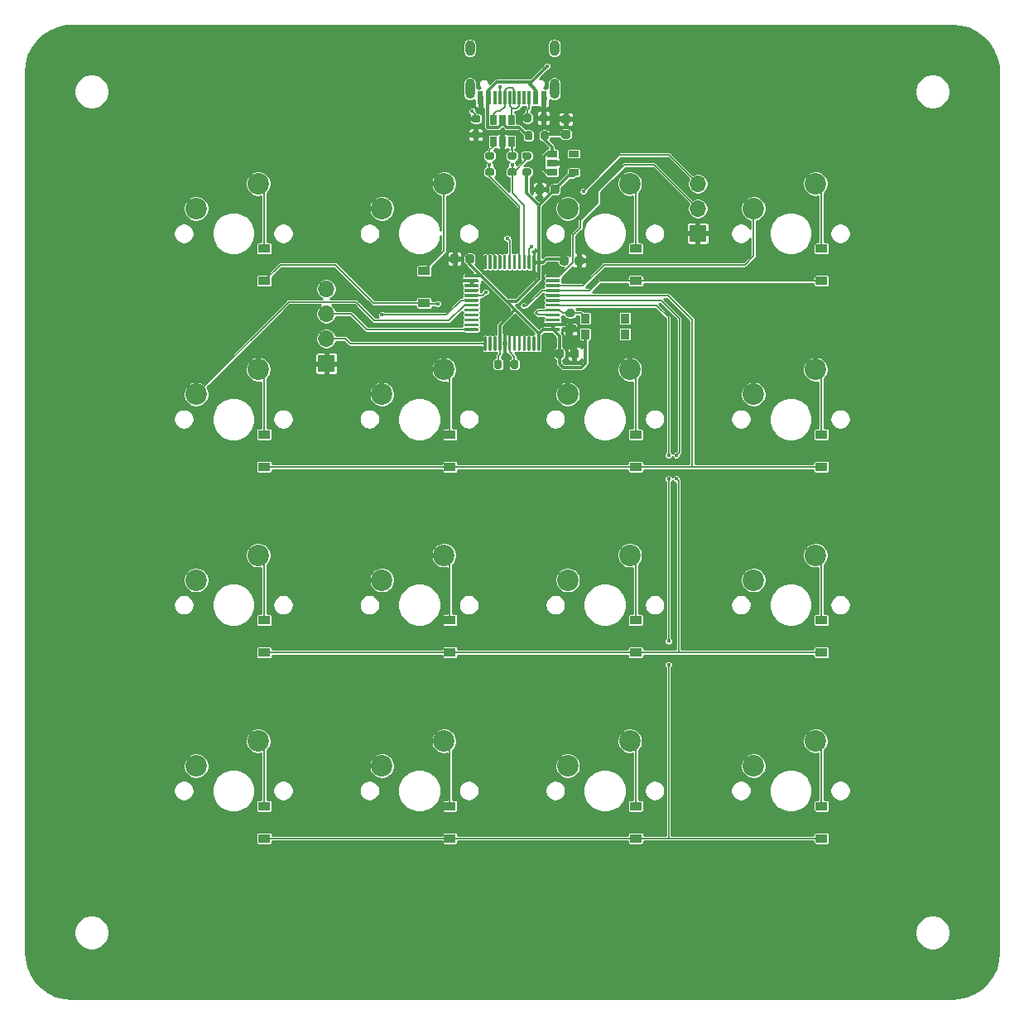
<source format=gbl>
%TF.GenerationSoftware,KiCad,Pcbnew,5.1.9+dfsg1-1+deb11u1*%
%TF.CreationDate,2023-11-03T18:58:21+01:00*%
%TF.ProjectId,pcb,7063622e-6b69-4636-9164-5f7063625858,rev?*%
%TF.SameCoordinates,Original*%
%TF.FileFunction,Copper,L2,Bot*%
%TF.FilePolarity,Positive*%
%FSLAX46Y46*%
G04 Gerber Fmt 4.6, Leading zero omitted, Abs format (unit mm)*
G04 Created by KiCad (PCBNEW 5.1.9+dfsg1-1+deb11u1) date 2023-11-03 18:58:21*
%MOMM*%
%LPD*%
G01*
G04 APERTURE LIST*
%TA.AperFunction,SMDPad,CuDef*%
%ADD10R,0.900000X1.000000*%
%TD*%
%TA.AperFunction,ComponentPad*%
%ADD11R,1.700000X1.700000*%
%TD*%
%TA.AperFunction,ComponentPad*%
%ADD12O,1.700000X1.700000*%
%TD*%
%TA.AperFunction,SMDPad,CuDef*%
%ADD13R,1.060000X0.650000*%
%TD*%
%TA.AperFunction,ComponentPad*%
%ADD14O,1.000000X1.600000*%
%TD*%
%TA.AperFunction,ComponentPad*%
%ADD15O,1.000000X2.100000*%
%TD*%
%TA.AperFunction,SMDPad,CuDef*%
%ADD16R,0.300000X1.450000*%
%TD*%
%TA.AperFunction,SMDPad,CuDef*%
%ADD17R,0.600000X1.450000*%
%TD*%
%TA.AperFunction,SMDPad,CuDef*%
%ADD18R,0.650000X1.060000*%
%TD*%
%TA.AperFunction,SMDPad,CuDef*%
%ADD19R,1.200000X0.900000*%
%TD*%
%TA.AperFunction,ComponentPad*%
%ADD20C,2.200000*%
%TD*%
%TA.AperFunction,ViaPad*%
%ADD21C,0.450000*%
%TD*%
%TA.AperFunction,Conductor*%
%ADD22C,0.300000*%
%TD*%
%TA.AperFunction,Conductor*%
%ADD23C,0.200000*%
%TD*%
%TA.AperFunction,Conductor*%
%ADD24C,0.150000*%
%TD*%
%TA.AperFunction,Conductor*%
%ADD25C,0.254000*%
%TD*%
%TA.AperFunction,Conductor*%
%ADD26C,0.100000*%
%TD*%
G04 APERTURE END LIST*
D10*
%TO.P,SW1,1*%
%TO.N,3V3*%
X7450000Y18200000D03*
%TO.P,SW1,2*%
%TO.N,BOOT0*%
X7450000Y19800000D03*
%TO.P,SW1,NC1*%
%TO.N,N/C*%
X11550000Y18200000D03*
%TO.P,SW1,NC2*%
X11550000Y19800000D03*
%TD*%
D11*
%TO.P,J2,1*%
%TO.N,GND*%
X19000000Y28500000D03*
D12*
%TO.P,J2,2*%
%TO.N,SWDCLK*%
X19000000Y31040000D03*
%TO.P,J2,3*%
%TO.N,SWDIO*%
X19000000Y33580000D03*
%TD*%
D11*
%TO.P,J3,1*%
%TO.N,GND*%
X-19000000Y15190000D03*
D12*
%TO.P,J3,2*%
%TO.N,pTX*%
X-19000000Y17730000D03*
%TO.P,J3,3*%
%TO.N,pRX*%
X-19000000Y20270000D03*
%TO.P,J3,4*%
%TO.N,5V*%
X-19000000Y22810000D03*
%TD*%
%TO.P,U1,1*%
%TO.N,3V3*%
%TA.AperFunction,SMDPad,CuDef*%
G36*
G01*
X2825000Y16500000D02*
X2675000Y16500000D01*
G75*
G02*
X2600000Y16575000I0J75000D01*
G01*
X2600000Y17900000D01*
G75*
G02*
X2675000Y17975000I75000J0D01*
G01*
X2825000Y17975000D01*
G75*
G02*
X2900000Y17900000I0J-75000D01*
G01*
X2900000Y16575000D01*
G75*
G02*
X2825000Y16500000I-75000J0D01*
G01*
G37*
%TD.AperFunction*%
%TO.P,U1,2*%
%TO.N,Net-(U1-Pad2)*%
%TA.AperFunction,SMDPad,CuDef*%
G36*
G01*
X2325000Y16500000D02*
X2175000Y16500000D01*
G75*
G02*
X2100000Y16575000I0J75000D01*
G01*
X2100000Y17900000D01*
G75*
G02*
X2175000Y17975000I75000J0D01*
G01*
X2325000Y17975000D01*
G75*
G02*
X2400000Y17900000I0J-75000D01*
G01*
X2400000Y16575000D01*
G75*
G02*
X2325000Y16500000I-75000J0D01*
G01*
G37*
%TD.AperFunction*%
%TO.P,U1,3*%
%TO.N,Net-(U1-Pad3)*%
%TA.AperFunction,SMDPad,CuDef*%
G36*
G01*
X1825000Y16500000D02*
X1675000Y16500000D01*
G75*
G02*
X1600000Y16575000I0J75000D01*
G01*
X1600000Y17900000D01*
G75*
G02*
X1675000Y17975000I75000J0D01*
G01*
X1825000Y17975000D01*
G75*
G02*
X1900000Y17900000I0J-75000D01*
G01*
X1900000Y16575000D01*
G75*
G02*
X1825000Y16500000I-75000J0D01*
G01*
G37*
%TD.AperFunction*%
%TO.P,U1,4*%
%TO.N,Net-(U1-Pad4)*%
%TA.AperFunction,SMDPad,CuDef*%
G36*
G01*
X1325000Y16500000D02*
X1175000Y16500000D01*
G75*
G02*
X1100000Y16575000I0J75000D01*
G01*
X1100000Y17900000D01*
G75*
G02*
X1175000Y17975000I75000J0D01*
G01*
X1325000Y17975000D01*
G75*
G02*
X1400000Y17900000I0J-75000D01*
G01*
X1400000Y16575000D01*
G75*
G02*
X1325000Y16500000I-75000J0D01*
G01*
G37*
%TD.AperFunction*%
%TO.P,U1,5*%
%TO.N,Net-(U1-Pad5)*%
%TA.AperFunction,SMDPad,CuDef*%
G36*
G01*
X825000Y16500000D02*
X675000Y16500000D01*
G75*
G02*
X600000Y16575000I0J75000D01*
G01*
X600000Y17900000D01*
G75*
G02*
X675000Y17975000I75000J0D01*
G01*
X825000Y17975000D01*
G75*
G02*
X900000Y17900000I0J-75000D01*
G01*
X900000Y16575000D01*
G75*
G02*
X825000Y16500000I-75000J0D01*
G01*
G37*
%TD.AperFunction*%
%TO.P,U1,6*%
%TO.N,Net-(U1-Pad6)*%
%TA.AperFunction,SMDPad,CuDef*%
G36*
G01*
X325000Y16500000D02*
X175000Y16500000D01*
G75*
G02*
X100000Y16575000I0J75000D01*
G01*
X100000Y17900000D01*
G75*
G02*
X175000Y17975000I75000J0D01*
G01*
X325000Y17975000D01*
G75*
G02*
X400000Y17900000I0J-75000D01*
G01*
X400000Y16575000D01*
G75*
G02*
X325000Y16500000I-75000J0D01*
G01*
G37*
%TD.AperFunction*%
%TO.P,U1,7*%
%TO.N,RESET*%
%TA.AperFunction,SMDPad,CuDef*%
G36*
G01*
X-175000Y16500000D02*
X-325000Y16500000D01*
G75*
G02*
X-400000Y16575000I0J75000D01*
G01*
X-400000Y17900000D01*
G75*
G02*
X-325000Y17975000I75000J0D01*
G01*
X-175000Y17975000D01*
G75*
G02*
X-100000Y17900000I0J-75000D01*
G01*
X-100000Y16575000D01*
G75*
G02*
X-175000Y16500000I-75000J0D01*
G01*
G37*
%TD.AperFunction*%
%TO.P,U1,8*%
%TO.N,GND*%
%TA.AperFunction,SMDPad,CuDef*%
G36*
G01*
X-675000Y16500000D02*
X-825000Y16500000D01*
G75*
G02*
X-900000Y16575000I0J75000D01*
G01*
X-900000Y17900000D01*
G75*
G02*
X-825000Y17975000I75000J0D01*
G01*
X-675000Y17975000D01*
G75*
G02*
X-600000Y17900000I0J-75000D01*
G01*
X-600000Y16575000D01*
G75*
G02*
X-675000Y16500000I-75000J0D01*
G01*
G37*
%TD.AperFunction*%
%TO.P,U1,9*%
%TO.N,3V3*%
%TA.AperFunction,SMDPad,CuDef*%
G36*
G01*
X-1175000Y16500000D02*
X-1325000Y16500000D01*
G75*
G02*
X-1400000Y16575000I0J75000D01*
G01*
X-1400000Y17900000D01*
G75*
G02*
X-1325000Y17975000I75000J0D01*
G01*
X-1175000Y17975000D01*
G75*
G02*
X-1100000Y17900000I0J-75000D01*
G01*
X-1100000Y16575000D01*
G75*
G02*
X-1175000Y16500000I-75000J0D01*
G01*
G37*
%TD.AperFunction*%
%TO.P,U1,10*%
%TO.N,Net-(U1-Pad10)*%
%TA.AperFunction,SMDPad,CuDef*%
G36*
G01*
X-1675000Y16500000D02*
X-1825000Y16500000D01*
G75*
G02*
X-1900000Y16575000I0J75000D01*
G01*
X-1900000Y17900000D01*
G75*
G02*
X-1825000Y17975000I75000J0D01*
G01*
X-1675000Y17975000D01*
G75*
G02*
X-1600000Y17900000I0J-75000D01*
G01*
X-1600000Y16575000D01*
G75*
G02*
X-1675000Y16500000I-75000J0D01*
G01*
G37*
%TD.AperFunction*%
%TO.P,U1,11*%
%TO.N,Net-(U1-Pad11)*%
%TA.AperFunction,SMDPad,CuDef*%
G36*
G01*
X-2175000Y16500000D02*
X-2325000Y16500000D01*
G75*
G02*
X-2400000Y16575000I0J75000D01*
G01*
X-2400000Y17900000D01*
G75*
G02*
X-2325000Y17975000I75000J0D01*
G01*
X-2175000Y17975000D01*
G75*
G02*
X-2100000Y17900000I0J-75000D01*
G01*
X-2100000Y16575000D01*
G75*
G02*
X-2175000Y16500000I-75000J0D01*
G01*
G37*
%TD.AperFunction*%
%TO.P,U1,12*%
%TO.N,pTX*%
%TA.AperFunction,SMDPad,CuDef*%
G36*
G01*
X-2675000Y16500000D02*
X-2825000Y16500000D01*
G75*
G02*
X-2900000Y16575000I0J75000D01*
G01*
X-2900000Y17900000D01*
G75*
G02*
X-2825000Y17975000I75000J0D01*
G01*
X-2675000Y17975000D01*
G75*
G02*
X-2600000Y17900000I0J-75000D01*
G01*
X-2600000Y16575000D01*
G75*
G02*
X-2675000Y16500000I-75000J0D01*
G01*
G37*
%TD.AperFunction*%
%TO.P,U1,13*%
%TO.N,pRX*%
%TA.AperFunction,SMDPad,CuDef*%
G36*
G01*
X-3500000Y18500000D02*
X-4825000Y18500000D01*
G75*
G02*
X-4900000Y18575000I0J75000D01*
G01*
X-4900000Y18725000D01*
G75*
G02*
X-4825000Y18800000I75000J0D01*
G01*
X-3500000Y18800000D01*
G75*
G02*
X-3425000Y18725000I0J-75000D01*
G01*
X-3425000Y18575000D01*
G75*
G02*
X-3500000Y18500000I-75000J0D01*
G01*
G37*
%TD.AperFunction*%
%TO.P,U1,14*%
%TO.N,Net-(U1-Pad14)*%
%TA.AperFunction,SMDPad,CuDef*%
G36*
G01*
X-3500000Y19000000D02*
X-4825000Y19000000D01*
G75*
G02*
X-4900000Y19075000I0J75000D01*
G01*
X-4900000Y19225000D01*
G75*
G02*
X-4825000Y19300000I75000J0D01*
G01*
X-3500000Y19300000D01*
G75*
G02*
X-3425000Y19225000I0J-75000D01*
G01*
X-3425000Y19075000D01*
G75*
G02*
X-3500000Y19000000I-75000J0D01*
G01*
G37*
%TD.AperFunction*%
%TO.P,U1,15*%
%TO.N,Net-(U1-Pad15)*%
%TA.AperFunction,SMDPad,CuDef*%
G36*
G01*
X-3500000Y19500000D02*
X-4825000Y19500000D01*
G75*
G02*
X-4900000Y19575000I0J75000D01*
G01*
X-4900000Y19725000D01*
G75*
G02*
X-4825000Y19800000I75000J0D01*
G01*
X-3500000Y19800000D01*
G75*
G02*
X-3425000Y19725000I0J-75000D01*
G01*
X-3425000Y19575000D01*
G75*
G02*
X-3500000Y19500000I-75000J0D01*
G01*
G37*
%TD.AperFunction*%
%TO.P,U1,16*%
%TO.N,Net-(U1-Pad16)*%
%TA.AperFunction,SMDPad,CuDef*%
G36*
G01*
X-3500000Y20000000D02*
X-4825000Y20000000D01*
G75*
G02*
X-4900000Y20075000I0J75000D01*
G01*
X-4900000Y20225000D01*
G75*
G02*
X-4825000Y20300000I75000J0D01*
G01*
X-3500000Y20300000D01*
G75*
G02*
X-3425000Y20225000I0J-75000D01*
G01*
X-3425000Y20075000D01*
G75*
G02*
X-3500000Y20000000I-75000J0D01*
G01*
G37*
%TD.AperFunction*%
%TO.P,U1,17*%
%TO.N,Net-(U1-Pad17)*%
%TA.AperFunction,SMDPad,CuDef*%
G36*
G01*
X-3500000Y20500000D02*
X-4825000Y20500000D01*
G75*
G02*
X-4900000Y20575000I0J75000D01*
G01*
X-4900000Y20725000D01*
G75*
G02*
X-4825000Y20800000I75000J0D01*
G01*
X-3500000Y20800000D01*
G75*
G02*
X-3425000Y20725000I0J-75000D01*
G01*
X-3425000Y20575000D01*
G75*
G02*
X-3500000Y20500000I-75000J0D01*
G01*
G37*
%TD.AperFunction*%
%TO.P,U1,18*%
%TO.N,Y0*%
%TA.AperFunction,SMDPad,CuDef*%
G36*
G01*
X-3500000Y21000000D02*
X-4825000Y21000000D01*
G75*
G02*
X-4900000Y21075000I0J75000D01*
G01*
X-4900000Y21225000D01*
G75*
G02*
X-4825000Y21300000I75000J0D01*
G01*
X-3500000Y21300000D01*
G75*
G02*
X-3425000Y21225000I0J-75000D01*
G01*
X-3425000Y21075000D01*
G75*
G02*
X-3500000Y21000000I-75000J0D01*
G01*
G37*
%TD.AperFunction*%
%TO.P,U1,19*%
%TO.N,Y1*%
%TA.AperFunction,SMDPad,CuDef*%
G36*
G01*
X-3500000Y21500000D02*
X-4825000Y21500000D01*
G75*
G02*
X-4900000Y21575000I0J75000D01*
G01*
X-4900000Y21725000D01*
G75*
G02*
X-4825000Y21800000I75000J0D01*
G01*
X-3500000Y21800000D01*
G75*
G02*
X-3425000Y21725000I0J-75000D01*
G01*
X-3425000Y21575000D01*
G75*
G02*
X-3500000Y21500000I-75000J0D01*
G01*
G37*
%TD.AperFunction*%
%TO.P,U1,20*%
%TO.N,Y2*%
%TA.AperFunction,SMDPad,CuDef*%
G36*
G01*
X-3500000Y22000000D02*
X-4825000Y22000000D01*
G75*
G02*
X-4900000Y22075000I0J75000D01*
G01*
X-4900000Y22225000D01*
G75*
G02*
X-4825000Y22300000I75000J0D01*
G01*
X-3500000Y22300000D01*
G75*
G02*
X-3425000Y22225000I0J-75000D01*
G01*
X-3425000Y22075000D01*
G75*
G02*
X-3500000Y22000000I-75000J0D01*
G01*
G37*
%TD.AperFunction*%
%TO.P,U1,21*%
%TO.N,Net-(U1-Pad21)*%
%TA.AperFunction,SMDPad,CuDef*%
G36*
G01*
X-3500000Y22500000D02*
X-4825000Y22500000D01*
G75*
G02*
X-4900000Y22575000I0J75000D01*
G01*
X-4900000Y22725000D01*
G75*
G02*
X-4825000Y22800000I75000J0D01*
G01*
X-3500000Y22800000D01*
G75*
G02*
X-3425000Y22725000I0J-75000D01*
G01*
X-3425000Y22575000D01*
G75*
G02*
X-3500000Y22500000I-75000J0D01*
G01*
G37*
%TD.AperFunction*%
%TO.P,U1,22*%
%TO.N,Net-(U1-Pad22)*%
%TA.AperFunction,SMDPad,CuDef*%
G36*
G01*
X-3500000Y23000000D02*
X-4825000Y23000000D01*
G75*
G02*
X-4900000Y23075000I0J75000D01*
G01*
X-4900000Y23225000D01*
G75*
G02*
X-4825000Y23300000I75000J0D01*
G01*
X-3500000Y23300000D01*
G75*
G02*
X-3425000Y23225000I0J-75000D01*
G01*
X-3425000Y23075000D01*
G75*
G02*
X-3500000Y23000000I-75000J0D01*
G01*
G37*
%TD.AperFunction*%
%TO.P,U1,23*%
%TO.N,GND*%
%TA.AperFunction,SMDPad,CuDef*%
G36*
G01*
X-3500000Y23500000D02*
X-4825000Y23500000D01*
G75*
G02*
X-4900000Y23575000I0J75000D01*
G01*
X-4900000Y23725000D01*
G75*
G02*
X-4825000Y23800000I75000J0D01*
G01*
X-3500000Y23800000D01*
G75*
G02*
X-3425000Y23725000I0J-75000D01*
G01*
X-3425000Y23575000D01*
G75*
G02*
X-3500000Y23500000I-75000J0D01*
G01*
G37*
%TD.AperFunction*%
%TO.P,U1,24*%
%TO.N,3V3*%
%TA.AperFunction,SMDPad,CuDef*%
G36*
G01*
X-3500000Y24000000D02*
X-4825000Y24000000D01*
G75*
G02*
X-4900000Y24075000I0J75000D01*
G01*
X-4900000Y24225000D01*
G75*
G02*
X-4825000Y24300000I75000J0D01*
G01*
X-3500000Y24300000D01*
G75*
G02*
X-3425000Y24225000I0J-75000D01*
G01*
X-3425000Y24075000D01*
G75*
G02*
X-3500000Y24000000I-75000J0D01*
G01*
G37*
%TD.AperFunction*%
%TO.P,U1,25*%
%TO.N,Net-(U1-Pad25)*%
%TA.AperFunction,SMDPad,CuDef*%
G36*
G01*
X-2675000Y24825000D02*
X-2825000Y24825000D01*
G75*
G02*
X-2900000Y24900000I0J75000D01*
G01*
X-2900000Y26225000D01*
G75*
G02*
X-2825000Y26300000I75000J0D01*
G01*
X-2675000Y26300000D01*
G75*
G02*
X-2600000Y26225000I0J-75000D01*
G01*
X-2600000Y24900000D01*
G75*
G02*
X-2675000Y24825000I-75000J0D01*
G01*
G37*
%TD.AperFunction*%
%TO.P,U1,26*%
%TO.N,Net-(U1-Pad26)*%
%TA.AperFunction,SMDPad,CuDef*%
G36*
G01*
X-2175000Y24825000D02*
X-2325000Y24825000D01*
G75*
G02*
X-2400000Y24900000I0J75000D01*
G01*
X-2400000Y26225000D01*
G75*
G02*
X-2325000Y26300000I75000J0D01*
G01*
X-2175000Y26300000D01*
G75*
G02*
X-2100000Y26225000I0J-75000D01*
G01*
X-2100000Y24900000D01*
G75*
G02*
X-2175000Y24825000I-75000J0D01*
G01*
G37*
%TD.AperFunction*%
%TO.P,U1,27*%
%TO.N,Net-(U1-Pad27)*%
%TA.AperFunction,SMDPad,CuDef*%
G36*
G01*
X-1675000Y24825000D02*
X-1825000Y24825000D01*
G75*
G02*
X-1900000Y24900000I0J75000D01*
G01*
X-1900000Y26225000D01*
G75*
G02*
X-1825000Y26300000I75000J0D01*
G01*
X-1675000Y26300000D01*
G75*
G02*
X-1600000Y26225000I0J-75000D01*
G01*
X-1600000Y24900000D01*
G75*
G02*
X-1675000Y24825000I-75000J0D01*
G01*
G37*
%TD.AperFunction*%
%TO.P,U1,28*%
%TO.N,Net-(U1-Pad28)*%
%TA.AperFunction,SMDPad,CuDef*%
G36*
G01*
X-1175000Y24825000D02*
X-1325000Y24825000D01*
G75*
G02*
X-1400000Y24900000I0J75000D01*
G01*
X-1400000Y26225000D01*
G75*
G02*
X-1325000Y26300000I75000J0D01*
G01*
X-1175000Y26300000D01*
G75*
G02*
X-1100000Y26225000I0J-75000D01*
G01*
X-1100000Y24900000D01*
G75*
G02*
X-1175000Y24825000I-75000J0D01*
G01*
G37*
%TD.AperFunction*%
%TO.P,U1,29*%
%TO.N,Net-(U1-Pad29)*%
%TA.AperFunction,SMDPad,CuDef*%
G36*
G01*
X-675000Y24825000D02*
X-825000Y24825000D01*
G75*
G02*
X-900000Y24900000I0J75000D01*
G01*
X-900000Y26225000D01*
G75*
G02*
X-825000Y26300000I75000J0D01*
G01*
X-675000Y26300000D01*
G75*
G02*
X-600000Y26225000I0J-75000D01*
G01*
X-600000Y24900000D01*
G75*
G02*
X-675000Y24825000I-75000J0D01*
G01*
G37*
%TD.AperFunction*%
%TO.P,U1,30*%
%TO.N,LEDDATA*%
%TA.AperFunction,SMDPad,CuDef*%
G36*
G01*
X-175000Y24825000D02*
X-325000Y24825000D01*
G75*
G02*
X-400000Y24900000I0J75000D01*
G01*
X-400000Y26225000D01*
G75*
G02*
X-325000Y26300000I75000J0D01*
G01*
X-175000Y26300000D01*
G75*
G02*
X-100000Y26225000I0J-75000D01*
G01*
X-100000Y24900000D01*
G75*
G02*
X-175000Y24825000I-75000J0D01*
G01*
G37*
%TD.AperFunction*%
%TO.P,U1,31*%
%TO.N,Net-(U1-Pad31)*%
%TA.AperFunction,SMDPad,CuDef*%
G36*
G01*
X325000Y24825000D02*
X175000Y24825000D01*
G75*
G02*
X100000Y24900000I0J75000D01*
G01*
X100000Y26225000D01*
G75*
G02*
X175000Y26300000I75000J0D01*
G01*
X325000Y26300000D01*
G75*
G02*
X400000Y26225000I0J-75000D01*
G01*
X400000Y24900000D01*
G75*
G02*
X325000Y24825000I-75000J0D01*
G01*
G37*
%TD.AperFunction*%
%TO.P,U1,32*%
%TO.N,USBDM'*%
%TA.AperFunction,SMDPad,CuDef*%
G36*
G01*
X825000Y24825000D02*
X675000Y24825000D01*
G75*
G02*
X600000Y24900000I0J75000D01*
G01*
X600000Y26225000D01*
G75*
G02*
X675000Y26300000I75000J0D01*
G01*
X825000Y26300000D01*
G75*
G02*
X900000Y26225000I0J-75000D01*
G01*
X900000Y24900000D01*
G75*
G02*
X825000Y24825000I-75000J0D01*
G01*
G37*
%TD.AperFunction*%
%TO.P,U1,33*%
%TO.N,USBDP'*%
%TA.AperFunction,SMDPad,CuDef*%
G36*
G01*
X1325000Y24825000D02*
X1175000Y24825000D01*
G75*
G02*
X1100000Y24900000I0J75000D01*
G01*
X1100000Y26225000D01*
G75*
G02*
X1175000Y26300000I75000J0D01*
G01*
X1325000Y26300000D01*
G75*
G02*
X1400000Y26225000I0J-75000D01*
G01*
X1400000Y24900000D01*
G75*
G02*
X1325000Y24825000I-75000J0D01*
G01*
G37*
%TD.AperFunction*%
%TO.P,U1,34*%
%TO.N,SWDIO*%
%TA.AperFunction,SMDPad,CuDef*%
G36*
G01*
X1825000Y24825000D02*
X1675000Y24825000D01*
G75*
G02*
X1600000Y24900000I0J75000D01*
G01*
X1600000Y26225000D01*
G75*
G02*
X1675000Y26300000I75000J0D01*
G01*
X1825000Y26300000D01*
G75*
G02*
X1900000Y26225000I0J-75000D01*
G01*
X1900000Y24900000D01*
G75*
G02*
X1825000Y24825000I-75000J0D01*
G01*
G37*
%TD.AperFunction*%
%TO.P,U1,35*%
%TO.N,GND*%
%TA.AperFunction,SMDPad,CuDef*%
G36*
G01*
X2325000Y24825000D02*
X2175000Y24825000D01*
G75*
G02*
X2100000Y24900000I0J75000D01*
G01*
X2100000Y26225000D01*
G75*
G02*
X2175000Y26300000I75000J0D01*
G01*
X2325000Y26300000D01*
G75*
G02*
X2400000Y26225000I0J-75000D01*
G01*
X2400000Y24900000D01*
G75*
G02*
X2325000Y24825000I-75000J0D01*
G01*
G37*
%TD.AperFunction*%
%TO.P,U1,36*%
%TO.N,3V3*%
%TA.AperFunction,SMDPad,CuDef*%
G36*
G01*
X2825000Y24825000D02*
X2675000Y24825000D01*
G75*
G02*
X2600000Y24900000I0J75000D01*
G01*
X2600000Y26225000D01*
G75*
G02*
X2675000Y26300000I75000J0D01*
G01*
X2825000Y26300000D01*
G75*
G02*
X2900000Y26225000I0J-75000D01*
G01*
X2900000Y24900000D01*
G75*
G02*
X2825000Y24825000I-75000J0D01*
G01*
G37*
%TD.AperFunction*%
%TO.P,U1,37*%
%TO.N,SWDCLK*%
%TA.AperFunction,SMDPad,CuDef*%
G36*
G01*
X4825000Y24000000D02*
X3500000Y24000000D01*
G75*
G02*
X3425000Y24075000I0J75000D01*
G01*
X3425000Y24225000D01*
G75*
G02*
X3500000Y24300000I75000J0D01*
G01*
X4825000Y24300000D01*
G75*
G02*
X4900000Y24225000I0J-75000D01*
G01*
X4900000Y24075000D01*
G75*
G02*
X4825000Y24000000I-75000J0D01*
G01*
G37*
%TD.AperFunction*%
%TO.P,U1,38*%
%TO.N,Net-(U1-Pad38)*%
%TA.AperFunction,SMDPad,CuDef*%
G36*
G01*
X4825000Y23500000D02*
X3500000Y23500000D01*
G75*
G02*
X3425000Y23575000I0J75000D01*
G01*
X3425000Y23725000D01*
G75*
G02*
X3500000Y23800000I75000J0D01*
G01*
X4825000Y23800000D01*
G75*
G02*
X4900000Y23725000I0J-75000D01*
G01*
X4900000Y23575000D01*
G75*
G02*
X4825000Y23500000I-75000J0D01*
G01*
G37*
%TD.AperFunction*%
%TO.P,U1,39*%
%TO.N,Y3*%
%TA.AperFunction,SMDPad,CuDef*%
G36*
G01*
X4825000Y23000000D02*
X3500000Y23000000D01*
G75*
G02*
X3425000Y23075000I0J75000D01*
G01*
X3425000Y23225000D01*
G75*
G02*
X3500000Y23300000I75000J0D01*
G01*
X4825000Y23300000D01*
G75*
G02*
X4900000Y23225000I0J-75000D01*
G01*
X4900000Y23075000D01*
G75*
G02*
X4825000Y23000000I-75000J0D01*
G01*
G37*
%TD.AperFunction*%
%TO.P,U1,40*%
%TO.N,X0*%
%TA.AperFunction,SMDPad,CuDef*%
G36*
G01*
X4825000Y22500000D02*
X3500000Y22500000D01*
G75*
G02*
X3425000Y22575000I0J75000D01*
G01*
X3425000Y22725000D01*
G75*
G02*
X3500000Y22800000I75000J0D01*
G01*
X4825000Y22800000D01*
G75*
G02*
X4900000Y22725000I0J-75000D01*
G01*
X4900000Y22575000D01*
G75*
G02*
X4825000Y22500000I-75000J0D01*
G01*
G37*
%TD.AperFunction*%
%TO.P,U1,41*%
%TO.N,X1*%
%TA.AperFunction,SMDPad,CuDef*%
G36*
G01*
X4825000Y22000000D02*
X3500000Y22000000D01*
G75*
G02*
X3425000Y22075000I0J75000D01*
G01*
X3425000Y22225000D01*
G75*
G02*
X3500000Y22300000I75000J0D01*
G01*
X4825000Y22300000D01*
G75*
G02*
X4900000Y22225000I0J-75000D01*
G01*
X4900000Y22075000D01*
G75*
G02*
X4825000Y22000000I-75000J0D01*
G01*
G37*
%TD.AperFunction*%
%TO.P,U1,42*%
%TO.N,X2*%
%TA.AperFunction,SMDPad,CuDef*%
G36*
G01*
X4825000Y21500000D02*
X3500000Y21500000D01*
G75*
G02*
X3425000Y21575000I0J75000D01*
G01*
X3425000Y21725000D01*
G75*
G02*
X3500000Y21800000I75000J0D01*
G01*
X4825000Y21800000D01*
G75*
G02*
X4900000Y21725000I0J-75000D01*
G01*
X4900000Y21575000D01*
G75*
G02*
X4825000Y21500000I-75000J0D01*
G01*
G37*
%TD.AperFunction*%
%TO.P,U1,43*%
%TO.N,X3*%
%TA.AperFunction,SMDPad,CuDef*%
G36*
G01*
X4825000Y21000000D02*
X3500000Y21000000D01*
G75*
G02*
X3425000Y21075000I0J75000D01*
G01*
X3425000Y21225000D01*
G75*
G02*
X3500000Y21300000I75000J0D01*
G01*
X4825000Y21300000D01*
G75*
G02*
X4900000Y21225000I0J-75000D01*
G01*
X4900000Y21075000D01*
G75*
G02*
X4825000Y21000000I-75000J0D01*
G01*
G37*
%TD.AperFunction*%
%TO.P,U1,44*%
%TO.N,BOOT0*%
%TA.AperFunction,SMDPad,CuDef*%
G36*
G01*
X4825000Y20500000D02*
X3500000Y20500000D01*
G75*
G02*
X3425000Y20575000I0J75000D01*
G01*
X3425000Y20725000D01*
G75*
G02*
X3500000Y20800000I75000J0D01*
G01*
X4825000Y20800000D01*
G75*
G02*
X4900000Y20725000I0J-75000D01*
G01*
X4900000Y20575000D01*
G75*
G02*
X4825000Y20500000I-75000J0D01*
G01*
G37*
%TD.AperFunction*%
%TO.P,U1,45*%
%TA.AperFunction,SMDPad,CuDef*%
G36*
G01*
X4825000Y20000000D02*
X3500000Y20000000D01*
G75*
G02*
X3425000Y20075000I0J75000D01*
G01*
X3425000Y20225000D01*
G75*
G02*
X3500000Y20300000I75000J0D01*
G01*
X4825000Y20300000D01*
G75*
G02*
X4900000Y20225000I0J-75000D01*
G01*
X4900000Y20075000D01*
G75*
G02*
X4825000Y20000000I-75000J0D01*
G01*
G37*
%TD.AperFunction*%
%TO.P,U1,46*%
%TO.N,Net-(U1-Pad46)*%
%TA.AperFunction,SMDPad,CuDef*%
G36*
G01*
X4825000Y19500000D02*
X3500000Y19500000D01*
G75*
G02*
X3425000Y19575000I0J75000D01*
G01*
X3425000Y19725000D01*
G75*
G02*
X3500000Y19800000I75000J0D01*
G01*
X4825000Y19800000D01*
G75*
G02*
X4900000Y19725000I0J-75000D01*
G01*
X4900000Y19575000D01*
G75*
G02*
X4825000Y19500000I-75000J0D01*
G01*
G37*
%TD.AperFunction*%
%TO.P,U1,47*%
%TO.N,GND*%
%TA.AperFunction,SMDPad,CuDef*%
G36*
G01*
X4825000Y19000000D02*
X3500000Y19000000D01*
G75*
G02*
X3425000Y19075000I0J75000D01*
G01*
X3425000Y19225000D01*
G75*
G02*
X3500000Y19300000I75000J0D01*
G01*
X4825000Y19300000D01*
G75*
G02*
X4900000Y19225000I0J-75000D01*
G01*
X4900000Y19075000D01*
G75*
G02*
X4825000Y19000000I-75000J0D01*
G01*
G37*
%TD.AperFunction*%
%TO.P,U1,48*%
%TO.N,3V3*%
%TA.AperFunction,SMDPad,CuDef*%
G36*
G01*
X4825000Y18500000D02*
X3500000Y18500000D01*
G75*
G02*
X3425000Y18575000I0J75000D01*
G01*
X3425000Y18725000D01*
G75*
G02*
X3500000Y18800000I75000J0D01*
G01*
X4825000Y18800000D01*
G75*
G02*
X4900000Y18725000I0J-75000D01*
G01*
X4900000Y18575000D01*
G75*
G02*
X4825000Y18500000I-75000J0D01*
G01*
G37*
%TD.AperFunction*%
%TD*%
D13*
%TO.P,U2,1*%
%TO.N,Net-(C1-Pad1)*%
X4100000Y34750000D03*
%TO.P,U2,2*%
%TO.N,GND*%
X4100000Y35700000D03*
%TO.P,U2,3*%
%TO.N,Net-(C1-Pad1)*%
X4100000Y36650000D03*
%TO.P,U2,4*%
%TO.N,Net-(U2-Pad4)*%
X6300000Y36650000D03*
%TO.P,U2,5*%
%TO.N,3V3*%
X6300000Y34750000D03*
%TD*%
D14*
%TO.P,J1,*%
%TO.N,*%
X4320000Y47450001D03*
X-4320000Y47450001D03*
D15*
X-4320000Y43270001D03*
X4320000Y43270001D03*
D16*
%TO.P,J1,A6*%
%TO.N,Net-(J1-PadA6)*%
X-250000Y42355001D03*
%TO.P,J1,B5*%
%TO.N,Net-(J1-PadB5)*%
X1750000Y42355001D03*
%TO.P,J1,A8*%
%TO.N,Net-(J1-PadA8)*%
X1250000Y42355001D03*
%TO.P,J1,B6*%
%TO.N,Net-(J1-PadA6)*%
X750000Y42355001D03*
%TO.P,J1,A7*%
%TO.N,Net-(J1-PadA7)*%
X250000Y42355001D03*
%TO.P,J1,B7*%
X-750000Y42355001D03*
%TO.P,J1,A5*%
%TO.N,Net-(J1-PadA5)*%
X-1250000Y42355001D03*
%TO.P,J1,B8*%
%TO.N,Net-(J1-PadB8)*%
X-1750000Y42355001D03*
D17*
%TO.P,J1,A12*%
%TO.N,GND*%
X3250000Y42355001D03*
%TO.P,J1,B4*%
%TO.N,5V*%
X2450000Y42355001D03*
%TO.P,J1,A4*%
X-2450000Y42355001D03*
%TO.P,J1,A1*%
%TO.N,GND*%
X-3250000Y42355001D03*
%TO.P,J1,B12*%
X-3250000Y42355001D03*
%TO.P,J1,B9*%
%TO.N,5V*%
X-2450000Y42355001D03*
%TO.P,J1,A9*%
X2450000Y42355001D03*
%TO.P,J1,B1*%
%TO.N,GND*%
X3250000Y42355001D03*
%TD*%
%TO.P,R5,2*%
%TO.N,Net-(J1-PadB5)*%
%TA.AperFunction,SMDPad,CuDef*%
G36*
G01*
X1975000Y40575000D02*
X1975000Y40025000D01*
G75*
G02*
X1775000Y39825000I-200000J0D01*
G01*
X1375000Y39825000D01*
G75*
G02*
X1175000Y40025000I0J200000D01*
G01*
X1175000Y40575000D01*
G75*
G02*
X1375000Y40775000I200000J0D01*
G01*
X1775000Y40775000D01*
G75*
G02*
X1975000Y40575000I0J-200000D01*
G01*
G37*
%TD.AperFunction*%
%TO.P,R5,1*%
%TO.N,GND*%
%TA.AperFunction,SMDPad,CuDef*%
G36*
G01*
X3625000Y40575000D02*
X3625000Y40025000D01*
G75*
G02*
X3425000Y39825000I-200000J0D01*
G01*
X3025000Y39825000D01*
G75*
G02*
X2825000Y40025000I0J200000D01*
G01*
X2825000Y40575000D01*
G75*
G02*
X3025000Y40775000I200000J0D01*
G01*
X3425000Y40775000D01*
G75*
G02*
X3625000Y40575000I0J-200000D01*
G01*
G37*
%TD.AperFunction*%
%TD*%
%TO.P,R4,1*%
%TO.N,GND*%
%TA.AperFunction,SMDPad,CuDef*%
G36*
G01*
X-3425000Y38175000D02*
X-3975000Y38175000D01*
G75*
G02*
X-4175000Y38375000I0J200000D01*
G01*
X-4175000Y38775000D01*
G75*
G02*
X-3975000Y38975000I200000J0D01*
G01*
X-3425000Y38975000D01*
G75*
G02*
X-3225000Y38775000I0J-200000D01*
G01*
X-3225000Y38375000D01*
G75*
G02*
X-3425000Y38175000I-200000J0D01*
G01*
G37*
%TD.AperFunction*%
%TO.P,R4,2*%
%TO.N,Net-(J1-PadA5)*%
%TA.AperFunction,SMDPad,CuDef*%
G36*
G01*
X-3425000Y39825000D02*
X-3975000Y39825000D01*
G75*
G02*
X-4175000Y40025000I0J200000D01*
G01*
X-4175000Y40425000D01*
G75*
G02*
X-3975000Y40625000I200000J0D01*
G01*
X-3425000Y40625000D01*
G75*
G02*
X-3225000Y40425000I0J-200000D01*
G01*
X-3225000Y40025000D01*
G75*
G02*
X-3425000Y39825000I-200000J0D01*
G01*
G37*
%TD.AperFunction*%
%TD*%
%TO.P,R6,1*%
%TO.N,USBDP*%
%TA.AperFunction,SMDPad,CuDef*%
G36*
G01*
X-275000Y36825000D02*
X275000Y36825000D01*
G75*
G02*
X475000Y36625000I0J-200000D01*
G01*
X475000Y36225000D01*
G75*
G02*
X275000Y36025000I-200000J0D01*
G01*
X-275000Y36025000D01*
G75*
G02*
X-475000Y36225000I0J200000D01*
G01*
X-475000Y36625000D01*
G75*
G02*
X-275000Y36825000I200000J0D01*
G01*
G37*
%TD.AperFunction*%
%TO.P,R6,2*%
%TO.N,USBDP'*%
%TA.AperFunction,SMDPad,CuDef*%
G36*
G01*
X-275000Y35175000D02*
X275000Y35175000D01*
G75*
G02*
X475000Y34975000I0J-200000D01*
G01*
X475000Y34575000D01*
G75*
G02*
X275000Y34375000I-200000J0D01*
G01*
X-275000Y34375000D01*
G75*
G02*
X-475000Y34575000I0J200000D01*
G01*
X-475000Y34975000D01*
G75*
G02*
X-275000Y35175000I200000J0D01*
G01*
G37*
%TD.AperFunction*%
%TD*%
%TO.P,R7,2*%
%TO.N,USBDM'*%
%TA.AperFunction,SMDPad,CuDef*%
G36*
G01*
X-2575000Y35175000D02*
X-2025000Y35175000D01*
G75*
G02*
X-1825000Y34975000I0J-200000D01*
G01*
X-1825000Y34575000D01*
G75*
G02*
X-2025000Y34375000I-200000J0D01*
G01*
X-2575000Y34375000D01*
G75*
G02*
X-2775000Y34575000I0J200000D01*
G01*
X-2775000Y34975000D01*
G75*
G02*
X-2575000Y35175000I200000J0D01*
G01*
G37*
%TD.AperFunction*%
%TO.P,R7,1*%
%TO.N,USBDM*%
%TA.AperFunction,SMDPad,CuDef*%
G36*
G01*
X-2575000Y36825000D02*
X-2025000Y36825000D01*
G75*
G02*
X-1825000Y36625000I0J-200000D01*
G01*
X-1825000Y36225000D01*
G75*
G02*
X-2025000Y36025000I-200000J0D01*
G01*
X-2575000Y36025000D01*
G75*
G02*
X-2775000Y36225000I0J200000D01*
G01*
X-2775000Y36625000D01*
G75*
G02*
X-2575000Y36825000I200000J0D01*
G01*
G37*
%TD.AperFunction*%
%TD*%
%TO.P,R8,2*%
%TO.N,3V3*%
%TA.AperFunction,SMDPad,CuDef*%
G36*
G01*
X1225000Y35175000D02*
X1775000Y35175000D01*
G75*
G02*
X1975000Y34975000I0J-200000D01*
G01*
X1975000Y34575000D01*
G75*
G02*
X1775000Y34375000I-200000J0D01*
G01*
X1225000Y34375000D01*
G75*
G02*
X1025000Y34575000I0J200000D01*
G01*
X1025000Y34975000D01*
G75*
G02*
X1225000Y35175000I200000J0D01*
G01*
G37*
%TD.AperFunction*%
%TO.P,R8,1*%
%TO.N,USBDP'*%
%TA.AperFunction,SMDPad,CuDef*%
G36*
G01*
X1225000Y36825000D02*
X1775000Y36825000D01*
G75*
G02*
X1975000Y36625000I0J-200000D01*
G01*
X1975000Y36225000D01*
G75*
G02*
X1775000Y36025000I-200000J0D01*
G01*
X1225000Y36025000D01*
G75*
G02*
X1025000Y36225000I0J200000D01*
G01*
X1025000Y36625000D01*
G75*
G02*
X1225000Y36825000I200000J0D01*
G01*
G37*
%TD.AperFunction*%
%TD*%
D18*
%TO.P,U3,1*%
%TO.N,USBDP*%
X-50000Y37900000D03*
%TO.P,U3,2*%
%TO.N,GND*%
X-1000000Y37900000D03*
%TO.P,U3,3*%
%TO.N,USBDM*%
X-1950000Y37900000D03*
%TO.P,U3,4*%
%TO.N,Net-(J1-PadA7)*%
X-1950000Y40100000D03*
%TO.P,U3,6*%
%TO.N,Net-(J1-PadA6)*%
X-50000Y40100000D03*
%TO.P,U3,5*%
%TO.N,5V*%
X-1000000Y40100000D03*
%TD*%
%TO.P,C1,1*%
%TO.N,Net-(C1-Pad1)*%
%TA.AperFunction,SMDPad,CuDef*%
G36*
G01*
X5750000Y38175000D02*
X5250000Y38175000D01*
G75*
G02*
X5025000Y38400000I0J225000D01*
G01*
X5025000Y38850000D01*
G75*
G02*
X5250000Y39075000I225000J0D01*
G01*
X5750000Y39075000D01*
G75*
G02*
X5975000Y38850000I0J-225000D01*
G01*
X5975000Y38400000D01*
G75*
G02*
X5750000Y38175000I-225000J0D01*
G01*
G37*
%TD.AperFunction*%
%TO.P,C1,2*%
%TO.N,GND*%
%TA.AperFunction,SMDPad,CuDef*%
G36*
G01*
X5750000Y39725000D02*
X5250000Y39725000D01*
G75*
G02*
X5025000Y39950000I0J225000D01*
G01*
X5025000Y40400000D01*
G75*
G02*
X5250000Y40625000I225000J0D01*
G01*
X5750000Y40625000D01*
G75*
G02*
X5975000Y40400000I0J-225000D01*
G01*
X5975000Y39950000D01*
G75*
G02*
X5750000Y39725000I-225000J0D01*
G01*
G37*
%TD.AperFunction*%
%TD*%
%TO.P,C3,1*%
%TO.N,3V3*%
%TA.AperFunction,SMDPad,CuDef*%
G36*
G01*
X4825000Y33250000D02*
X4825000Y32750000D01*
G75*
G02*
X4600000Y32525000I-225000J0D01*
G01*
X4150000Y32525000D01*
G75*
G02*
X3925000Y32750000I0J225000D01*
G01*
X3925000Y33250000D01*
G75*
G02*
X4150000Y33475000I225000J0D01*
G01*
X4600000Y33475000D01*
G75*
G02*
X4825000Y33250000I0J-225000D01*
G01*
G37*
%TD.AperFunction*%
%TO.P,C3,2*%
%TO.N,GND*%
%TA.AperFunction,SMDPad,CuDef*%
G36*
G01*
X3275000Y33250000D02*
X3275000Y32750000D01*
G75*
G02*
X3050000Y32525000I-225000J0D01*
G01*
X2600000Y32525000D01*
G75*
G02*
X2375000Y32750000I0J225000D01*
G01*
X2375000Y33250000D01*
G75*
G02*
X2600000Y33475000I225000J0D01*
G01*
X3050000Y33475000D01*
G75*
G02*
X3275000Y33250000I0J-225000D01*
G01*
G37*
%TD.AperFunction*%
%TD*%
%TO.P,FB1,1*%
%TO.N,5V*%
%TA.AperFunction,SMDPad,CuDef*%
G36*
G01*
X1275000Y38225000D02*
X1275000Y38775000D01*
G75*
G02*
X1475000Y38975000I200000J0D01*
G01*
X1875000Y38975000D01*
G75*
G02*
X2075000Y38775000I0J-200000D01*
G01*
X2075000Y38225000D01*
G75*
G02*
X1875000Y38025000I-200000J0D01*
G01*
X1475000Y38025000D01*
G75*
G02*
X1275000Y38225000I0J200000D01*
G01*
G37*
%TD.AperFunction*%
%TO.P,FB1,2*%
%TO.N,Net-(C1-Pad1)*%
%TA.AperFunction,SMDPad,CuDef*%
G36*
G01*
X2925000Y38225000D02*
X2925000Y38775000D01*
G75*
G02*
X3125000Y38975000I200000J0D01*
G01*
X3525000Y38975000D01*
G75*
G02*
X3725000Y38775000I0J-200000D01*
G01*
X3725000Y38225000D01*
G75*
G02*
X3525000Y38025000I-200000J0D01*
G01*
X3125000Y38025000D01*
G75*
G02*
X2925000Y38225000I0J200000D01*
G01*
G37*
%TD.AperFunction*%
%TD*%
%TO.P,C8,2*%
%TO.N,GND*%
%TA.AperFunction,SMDPad,CuDef*%
G36*
G01*
X6425000Y25450000D02*
X6425000Y25950000D01*
G75*
G02*
X6650000Y26175000I225000J0D01*
G01*
X7100000Y26175000D01*
G75*
G02*
X7325000Y25950000I0J-225000D01*
G01*
X7325000Y25450000D01*
G75*
G02*
X7100000Y25225000I-225000J0D01*
G01*
X6650000Y25225000D01*
G75*
G02*
X6425000Y25450000I0J225000D01*
G01*
G37*
%TD.AperFunction*%
%TO.P,C8,1*%
%TO.N,3V3*%
%TA.AperFunction,SMDPad,CuDef*%
G36*
G01*
X4875000Y25450000D02*
X4875000Y25950000D01*
G75*
G02*
X5100000Y26175000I225000J0D01*
G01*
X5550000Y26175000D01*
G75*
G02*
X5775000Y25950000I0J-225000D01*
G01*
X5775000Y25450000D01*
G75*
G02*
X5550000Y25225000I-225000J0D01*
G01*
X5100000Y25225000D01*
G75*
G02*
X4875000Y25450000I0J225000D01*
G01*
G37*
%TD.AperFunction*%
%TD*%
%TO.P,C9,1*%
%TO.N,3V3*%
%TA.AperFunction,SMDPad,CuDef*%
G36*
G01*
X-3875000Y26150000D02*
X-3875000Y25650000D01*
G75*
G02*
X-4100000Y25425000I-225000J0D01*
G01*
X-4550000Y25425000D01*
G75*
G02*
X-4775000Y25650000I0J225000D01*
G01*
X-4775000Y26150000D01*
G75*
G02*
X-4550000Y26375000I225000J0D01*
G01*
X-4100000Y26375000D01*
G75*
G02*
X-3875000Y26150000I0J-225000D01*
G01*
G37*
%TD.AperFunction*%
%TO.P,C9,2*%
%TO.N,GND*%
%TA.AperFunction,SMDPad,CuDef*%
G36*
G01*
X-5425000Y26150000D02*
X-5425000Y25650000D01*
G75*
G02*
X-5650000Y25425000I-225000J0D01*
G01*
X-6100000Y25425000D01*
G75*
G02*
X-6325000Y25650000I0J225000D01*
G01*
X-6325000Y26150000D01*
G75*
G02*
X-6100000Y26375000I225000J0D01*
G01*
X-5650000Y26375000D01*
G75*
G02*
X-5425000Y26150000I0J-225000D01*
G01*
G37*
%TD.AperFunction*%
%TD*%
%TO.P,C10,2*%
%TO.N,GND*%
%TA.AperFunction,SMDPad,CuDef*%
G36*
G01*
X5925000Y15950000D02*
X5925000Y16450000D01*
G75*
G02*
X6150000Y16675000I225000J0D01*
G01*
X6600000Y16675000D01*
G75*
G02*
X6825000Y16450000I0J-225000D01*
G01*
X6825000Y15950000D01*
G75*
G02*
X6600000Y15725000I-225000J0D01*
G01*
X6150000Y15725000D01*
G75*
G02*
X5925000Y15950000I0J225000D01*
G01*
G37*
%TD.AperFunction*%
%TO.P,C10,1*%
%TO.N,3V3*%
%TA.AperFunction,SMDPad,CuDef*%
G36*
G01*
X4375000Y15950000D02*
X4375000Y16450000D01*
G75*
G02*
X4600000Y16675000I225000J0D01*
G01*
X5050000Y16675000D01*
G75*
G02*
X5275000Y16450000I0J-225000D01*
G01*
X5275000Y15950000D01*
G75*
G02*
X5050000Y15725000I-225000J0D01*
G01*
X4600000Y15725000D01*
G75*
G02*
X4375000Y15950000I0J225000D01*
G01*
G37*
%TD.AperFunction*%
%TD*%
%TO.P,R1,1*%
%TO.N,GND*%
%TA.AperFunction,SMDPad,CuDef*%
G36*
G01*
X6225000Y18295000D02*
X5675000Y18295000D01*
G75*
G02*
X5475000Y18495000I0J200000D01*
G01*
X5475000Y18895000D01*
G75*
G02*
X5675000Y19095000I200000J0D01*
G01*
X6225000Y19095000D01*
G75*
G02*
X6425000Y18895000I0J-200000D01*
G01*
X6425000Y18495000D01*
G75*
G02*
X6225000Y18295000I-200000J0D01*
G01*
G37*
%TD.AperFunction*%
%TO.P,R1,2*%
%TO.N,BOOT0*%
%TA.AperFunction,SMDPad,CuDef*%
G36*
G01*
X6225000Y19945000D02*
X5675000Y19945000D01*
G75*
G02*
X5475000Y20145000I0J200000D01*
G01*
X5475000Y20545000D01*
G75*
G02*
X5675000Y20745000I200000J0D01*
G01*
X6225000Y20745000D01*
G75*
G02*
X6425000Y20545000I0J-200000D01*
G01*
X6425000Y20145000D01*
G75*
G02*
X6225000Y19945000I-200000J0D01*
G01*
G37*
%TD.AperFunction*%
%TD*%
D19*
%TO.P,D5,2*%
%TO.N,Net-(D5-Pad2)*%
X-25360000Y26930000D03*
%TO.P,D5,1*%
%TO.N,X0*%
X-25360000Y23630000D03*
%TD*%
%TO.P,D6,2*%
%TO.N,Net-(D6-Pad2)*%
X-25360000Y7930000D03*
%TO.P,D6,1*%
%TO.N,X1*%
X-25360000Y4630000D03*
%TD*%
%TO.P,D7,1*%
%TO.N,X2*%
X-25360000Y-14370000D03*
%TO.P,D7,2*%
%TO.N,Net-(D7-Pad2)*%
X-25360000Y-11070000D03*
%TD*%
%TO.P,D8,1*%
%TO.N,X3*%
X-25360000Y-33370000D03*
%TO.P,D8,2*%
%TO.N,Net-(D8-Pad2)*%
X-25360000Y-30070000D03*
%TD*%
%TO.P,D9,1*%
%TO.N,X0*%
X-9000000Y21350000D03*
%TO.P,D9,2*%
%TO.N,Net-(D9-Pad2)*%
X-9000000Y24650000D03*
%TD*%
%TO.P,D10,1*%
%TO.N,X1*%
X-6360000Y4630000D03*
%TO.P,D10,2*%
%TO.N,Net-(D10-Pad2)*%
X-6360000Y7930000D03*
%TD*%
%TO.P,D11,1*%
%TO.N,X2*%
X-6360000Y-14370000D03*
%TO.P,D11,2*%
%TO.N,Net-(D11-Pad2)*%
X-6360000Y-11070000D03*
%TD*%
%TO.P,D12,2*%
%TO.N,Net-(D12-Pad2)*%
X-6360000Y-30070000D03*
%TO.P,D12,1*%
%TO.N,X3*%
X-6360000Y-33370000D03*
%TD*%
%TO.P,D13,2*%
%TO.N,Net-(D13-Pad2)*%
X12640000Y26930000D03*
%TO.P,D13,1*%
%TO.N,X0*%
X12640000Y23630000D03*
%TD*%
%TO.P,D14,2*%
%TO.N,Net-(D14-Pad2)*%
X12640000Y7930000D03*
%TO.P,D14,1*%
%TO.N,X1*%
X12640000Y4630000D03*
%TD*%
%TO.P,D15,1*%
%TO.N,X2*%
X12640000Y-14370000D03*
%TO.P,D15,2*%
%TO.N,Net-(D15-Pad2)*%
X12640000Y-11070000D03*
%TD*%
%TO.P,D16,1*%
%TO.N,X3*%
X12640000Y-33370000D03*
%TO.P,D16,2*%
%TO.N,Net-(D16-Pad2)*%
X12640000Y-30070000D03*
%TD*%
%TO.P,D17,2*%
%TO.N,Net-(D17-Pad2)*%
X31640000Y26930000D03*
%TO.P,D17,1*%
%TO.N,X0*%
X31640000Y23630000D03*
%TD*%
%TO.P,D18,1*%
%TO.N,X1*%
X31640000Y4630000D03*
%TO.P,D18,2*%
%TO.N,Net-(D18-Pad2)*%
X31640000Y7930000D03*
%TD*%
%TO.P,D19,2*%
%TO.N,Net-(D19-Pad2)*%
X31640000Y-11070000D03*
%TO.P,D19,1*%
%TO.N,X2*%
X31640000Y-14370000D03*
%TD*%
%TO.P,D20,2*%
%TO.N,Net-(D20-Pad2)*%
X31640000Y-30070000D03*
%TO.P,D20,1*%
%TO.N,X3*%
X31640000Y-33370000D03*
%TD*%
D20*
%TO.P,SW2,1*%
%TO.N,Net-(D5-Pad2)*%
X-25960000Y33580000D03*
%TO.P,SW2,2*%
%TO.N,Y0*%
X-32310000Y31040000D03*
%TD*%
%TO.P,SW3,1*%
%TO.N,Net-(D6-Pad2)*%
X-25960000Y14580000D03*
%TO.P,SW3,2*%
%TO.N,Y0*%
X-32310000Y12040000D03*
%TD*%
%TO.P,SW4,2*%
%TO.N,Y0*%
X-32310000Y-6960000D03*
%TO.P,SW4,1*%
%TO.N,Net-(D7-Pad2)*%
X-25960000Y-4420000D03*
%TD*%
%TO.P,SW5,2*%
%TO.N,Y0*%
X-32310000Y-25960000D03*
%TO.P,SW5,1*%
%TO.N,Net-(D8-Pad2)*%
X-25960000Y-23420000D03*
%TD*%
%TO.P,SW6,1*%
%TO.N,Net-(D9-Pad2)*%
X-6960000Y33580000D03*
%TO.P,SW6,2*%
%TO.N,Y1*%
X-13310000Y31040000D03*
%TD*%
%TO.P,SW7,1*%
%TO.N,Net-(D10-Pad2)*%
X-6960000Y14580000D03*
%TO.P,SW7,2*%
%TO.N,Y1*%
X-13310000Y12040000D03*
%TD*%
%TO.P,SW8,2*%
%TO.N,Y1*%
X-13310000Y-6960000D03*
%TO.P,SW8,1*%
%TO.N,Net-(D11-Pad2)*%
X-6960000Y-4420000D03*
%TD*%
%TO.P,SW9,2*%
%TO.N,Y1*%
X-13310000Y-25960000D03*
%TO.P,SW9,1*%
%TO.N,Net-(D12-Pad2)*%
X-6960000Y-23420000D03*
%TD*%
%TO.P,SW10,2*%
%TO.N,Y2*%
X5690000Y31040000D03*
%TO.P,SW10,1*%
%TO.N,Net-(D13-Pad2)*%
X12040000Y33580000D03*
%TD*%
%TO.P,SW11,1*%
%TO.N,Net-(D14-Pad2)*%
X12040000Y14580000D03*
%TO.P,SW11,2*%
%TO.N,Y2*%
X5690000Y12040000D03*
%TD*%
%TO.P,SW12,2*%
%TO.N,Y2*%
X5690000Y-6960000D03*
%TO.P,SW12,1*%
%TO.N,Net-(D15-Pad2)*%
X12040000Y-4420000D03*
%TD*%
%TO.P,SW13,1*%
%TO.N,Net-(D16-Pad2)*%
X12040000Y-23420000D03*
%TO.P,SW13,2*%
%TO.N,Y2*%
X5690000Y-25960000D03*
%TD*%
%TO.P,SW14,1*%
%TO.N,Net-(D17-Pad2)*%
X31040000Y33580000D03*
%TO.P,SW14,2*%
%TO.N,Y3*%
X24690000Y31040000D03*
%TD*%
%TO.P,SW15,2*%
%TO.N,Y3*%
X24690000Y12040000D03*
%TO.P,SW15,1*%
%TO.N,Net-(D18-Pad2)*%
X31040000Y14580000D03*
%TD*%
%TO.P,SW16,2*%
%TO.N,Y3*%
X24690000Y-6960000D03*
%TO.P,SW16,1*%
%TO.N,Net-(D19-Pad2)*%
X31040000Y-4420000D03*
%TD*%
%TO.P,SW17,1*%
%TO.N,Net-(D20-Pad2)*%
X31040000Y-23420000D03*
%TO.P,SW17,2*%
%TO.N,Y3*%
X24690000Y-25960000D03*
%TD*%
%TO.P,R2,1*%
%TO.N,3V3*%
%TA.AperFunction,SMDPad,CuDef*%
G36*
G01*
X-1825000Y14825000D02*
X-1825000Y15375000D01*
G75*
G02*
X-1625000Y15575000I200000J0D01*
G01*
X-1225000Y15575000D01*
G75*
G02*
X-1025000Y15375000I0J-200000D01*
G01*
X-1025000Y14825000D01*
G75*
G02*
X-1225000Y14625000I-200000J0D01*
G01*
X-1625000Y14625000D01*
G75*
G02*
X-1825000Y14825000I0J200000D01*
G01*
G37*
%TD.AperFunction*%
%TO.P,R2,2*%
%TO.N,RESET*%
%TA.AperFunction,SMDPad,CuDef*%
G36*
G01*
X-175000Y14825000D02*
X-175000Y15375000D01*
G75*
G02*
X25000Y15575000I200000J0D01*
G01*
X425000Y15575000D01*
G75*
G02*
X625000Y15375000I0J-200000D01*
G01*
X625000Y14825000D01*
G75*
G02*
X425000Y14625000I-200000J0D01*
G01*
X25000Y14625000D01*
G75*
G02*
X-175000Y14825000I0J200000D01*
G01*
G37*
%TD.AperFunction*%
%TD*%
D21*
%TO.N,GND*%
X-1170000Y38840000D03*
X3480000Y39410000D03*
X5150010Y35709990D03*
X5150010Y36639999D03*
X5150000Y34780000D03*
X-5400000Y23100000D03*
X-750000Y18300000D03*
X3000000Y19350000D03*
X2000000Y24300000D03*
X4050000Y25350000D03*
X0Y13450000D03*
X2200000Y15950000D03*
X800000Y19450000D03*
X350000Y22600000D03*
X-600000Y20700000D03*
X5400000Y23700000D03*
X6500000Y33500000D03*
X-4400000Y41700000D03*
X6500000Y39299999D03*
X6600000Y38000000D03*
X-1600000Y35500000D03*
X-700000Y35500000D03*
X-900000Y23200000D03*
X3000000Y23200000D03*
X1400000Y21700001D03*
X-2200000Y19500000D03*
X15200000Y5200000D03*
X17600000Y5200000D03*
X17600000Y4000000D03*
X15200000Y4000000D03*
X15400000Y-13800000D03*
X15400000Y-14900000D03*
X16500000Y-14900000D03*
X16500000Y-13800000D03*
X16400000Y4000000D03*
X16400000Y5200000D03*
X-7200000Y20600000D03*
X17700000Y13300000D03*
X16500000Y13200000D03*
X-12700000Y22000000D03*
X-13900000Y22000000D03*
X-13900000Y20800000D03*
X-12700000Y20800000D03*
X-13900000Y4000000D03*
X-12700000Y4000000D03*
X-13900000Y5200000D03*
X-12700000Y5200000D03*
X-13900000Y-15000000D03*
X-12700000Y-13800000D03*
X-12700000Y-15000000D03*
X-13900000Y-13800000D03*
X6300000Y-13700000D03*
X6300000Y-14900000D03*
X5100000Y-13700000D03*
X5100000Y-14900000D03*
X5100000Y5200000D03*
X6300000Y5200000D03*
X5100000Y4000000D03*
X6300000Y4000000D03*
X24100000Y4000000D03*
X24100000Y5200000D03*
X25300000Y5200000D03*
X25300000Y4000000D03*
X25300000Y-13800000D03*
X24100000Y-15000000D03*
X25300000Y-15000000D03*
X24100000Y-13800000D03*
X24100000Y24200000D03*
X25300000Y24200000D03*
X25300000Y23000000D03*
X24100000Y23000000D03*
X-13900000Y19100000D03*
X-12700000Y19100000D03*
X-13900000Y17900000D03*
X-12700000Y17900000D03*
X-12700000Y16600000D03*
X-13900000Y16600000D03*
X10600000Y20600000D03*
X13000000Y20700000D03*
X8300000Y25200000D03*
X9500000Y26000000D03*
X10800000Y24700000D03*
X9300000Y24200000D03*
X10300000Y23000000D03*
X12850000Y22750000D03*
X5700000Y27400000D03*
X6700000Y27000000D03*
X6900000Y28300000D03*
X6200000Y29100000D03*
X300000Y24200000D03*
X-19800000Y24500000D03*
X-6000000Y39000000D03*
X-6000000Y40500000D03*
X-9900000Y45900000D03*
X-29000000Y45900000D03*
X10000000Y45900000D03*
X28000000Y45900000D03*
X45000000Y29000000D03*
X45000000Y10000000D03*
X45000000Y-9000000D03*
X45000000Y-28000000D03*
X29000000Y-45000000D03*
X10000000Y-45000000D03*
X-9000000Y-45000000D03*
X-28000000Y-45000000D03*
X-45000000Y-28000000D03*
X-45000000Y-9000000D03*
X-45000000Y9000000D03*
X-45000000Y29000000D03*
X-19800000Y26000000D03*
X-18200000Y26000000D03*
X-18200000Y24500000D03*
X8300000Y19000000D03*
%TO.N,5V*%
X3586533Y45600000D03*
%TO.N,Net-(J1-PadA5)*%
X-1250000Y43490000D03*
X-4100000Y41000006D03*
%TO.N,SWDIO*%
X2000000Y27100000D03*
X7300000Y32800000D03*
%TO.N,X0*%
X1200000Y21100000D03*
X-7600000Y21300000D03*
%TO.N,X2*%
X16800000Y5800000D03*
X16800000Y3399994D03*
%TO.N,X3*%
X16000000Y-13200000D03*
X16000000Y-15600000D03*
X16000000Y5799996D03*
X16000000Y3400000D03*
%TO.N,USBDP'*%
X0Y35500000D03*
%TO.N,USBDM'*%
X-2300000Y35500000D03*
%TO.N,Y1*%
X-13310000Y20190000D03*
%TO.N,Y2*%
X-2700000Y22500000D03*
%TO.N,LEDDATA*%
X-500000Y28000000D03*
%TD*%
D22*
%TO.N,GND*%
X3250000Y40325000D02*
X3225000Y40300000D01*
X3250000Y42355000D02*
X3250000Y40325000D01*
X5462500Y40300000D02*
X5500000Y40262500D01*
X3225000Y40300000D02*
X4200000Y40300000D01*
X4200000Y40300000D02*
X5462500Y40300000D01*
D23*
X-1000000Y38670000D02*
X-1170000Y38840000D01*
X-1000000Y37900000D02*
X-1000000Y38670000D01*
X3225000Y39665000D02*
X3480000Y39410000D01*
X3225000Y40300000D02*
X3225000Y39665000D01*
D22*
X-4162500Y23650000D02*
X-5450000Y23650000D01*
X-750000Y17237500D02*
X-750000Y18300000D01*
X3200000Y19150000D02*
X3000000Y19350000D01*
X4162500Y19150000D02*
X3200000Y19150000D01*
X2250000Y24550000D02*
X2000000Y24300000D01*
X2250000Y25562500D02*
X2250000Y24550000D01*
X5450000Y19150000D02*
X4162500Y19150000D01*
X5600000Y19000000D02*
X5450000Y19150000D01*
X6340000Y19000000D02*
X6350000Y19010000D01*
X5600000Y19000000D02*
X6340000Y19000000D01*
X5600000Y17075000D02*
X6375000Y16300000D01*
X5600000Y19000000D02*
X5600000Y17075000D01*
D23*
X5380000Y37580000D02*
X5200000Y37400000D01*
X6140000Y37580000D02*
X5380000Y37580000D01*
X6570000Y38010000D02*
X6140000Y37580000D01*
X5500000Y40175000D02*
X5815000Y40175000D01*
D22*
X5200000Y34400000D02*
X5200000Y37400000D01*
%TO.N,5V*%
X1587500Y38500000D02*
X1600000Y38500000D01*
X757501Y39329999D02*
X1587500Y38500000D01*
X-567001Y39329999D02*
X757501Y39329999D01*
X-1000000Y39762998D02*
X-567001Y39329999D01*
X-1000000Y39762998D02*
X-1000000Y40100000D01*
X-2467001Y39329999D02*
X-1432998Y39329999D01*
X-2515001Y39377999D02*
X-2467001Y39329999D01*
X-2515001Y42289999D02*
X-2515001Y39377999D01*
X-1432998Y39329999D02*
X-1000000Y39762998D01*
X-2450000Y42355000D02*
X-2515001Y42289999D01*
X2450001Y43160002D02*
X2450000Y42355000D01*
X1610002Y44000000D02*
X2450001Y43160002D01*
X-1610002Y44000000D02*
X1610002Y44000000D01*
X-2450000Y43160002D02*
X-1610002Y44000000D01*
X-2450000Y42355000D02*
X-2450000Y43160002D01*
X1986533Y44000000D02*
X3586533Y45600000D01*
X1610002Y44000000D02*
X1986533Y44000000D01*
D23*
%TO.N,RESET*%
X-250000Y17237500D02*
X-250000Y16350000D01*
X225000Y15875000D02*
X225000Y15100000D01*
X-250000Y16350000D02*
X225000Y15875000D01*
D22*
%TO.N,3V3*%
X2750000Y18250000D02*
X2750001Y17237500D01*
X3150000Y18650000D02*
X2750000Y18250000D01*
X4162500Y18649999D02*
X3150000Y18650000D01*
X-1250000Y17237501D02*
X-1250000Y19119099D01*
X2349999Y18650000D02*
X315451Y20684549D01*
X-1250000Y19119099D02*
X315451Y20684549D01*
X-3150000Y24150000D02*
X-4162500Y24150000D01*
X2349999Y18650000D02*
X2750000Y18250000D01*
X-550000Y21550000D02*
X-3150000Y24150000D01*
X315451Y20684549D02*
X-550000Y21550000D01*
X3162500Y25562500D02*
X3500000Y25900000D01*
X2750001Y25562500D02*
X3162500Y25562500D01*
X5125000Y25900000D02*
X5325000Y25700000D01*
X3500000Y25900000D02*
X5125000Y25900000D01*
X4825000Y17987500D02*
X4825000Y16300000D01*
X4162500Y18649999D02*
X4825000Y17987500D01*
X-4325000Y25325000D02*
X-3150000Y24150000D01*
X-4324999Y25900000D02*
X-4325000Y25325000D01*
X6300000Y34400000D02*
X6300000Y34750000D01*
X450000Y21550000D02*
X-550000Y21550000D01*
X2750000Y23850000D02*
X450000Y21550000D01*
X2750001Y25562500D02*
X2750000Y23850000D01*
X1500000Y32600000D02*
X2750000Y31350000D01*
X2750000Y25562500D02*
X2750000Y31350000D01*
X5775000Y34400000D02*
X4375000Y33000000D01*
X6300000Y34400000D02*
X5775000Y34400000D01*
X4375000Y32975000D02*
X2750000Y31350000D01*
X4375000Y33000000D02*
X4375000Y32975000D01*
X1500000Y34775000D02*
X1500000Y32600000D01*
D23*
X-1250000Y17237500D02*
X-1250000Y16150000D01*
X-1425000Y15975000D02*
X-1425000Y15100000D01*
X-1250000Y16150000D02*
X-1425000Y15975000D01*
D22*
X4825000Y15175000D02*
X4825000Y16200000D01*
X5200000Y14800000D02*
X4825000Y15175000D01*
X7100000Y14800000D02*
X5200000Y14800000D01*
X7500000Y15200000D02*
X7100000Y14800000D01*
X7500000Y18100000D02*
X7500000Y15200000D01*
D23*
%TO.N,Net-(J1-PadA6)*%
X-250000Y42355000D02*
X-250000Y41550000D01*
X-250000Y41550000D02*
X0Y41300000D01*
X0Y41300000D02*
X500000Y41300000D01*
X750000Y41550000D02*
X750000Y42355000D01*
X500000Y41300000D02*
X750000Y41550000D01*
X-50000Y41250000D02*
X0Y41300000D01*
X-50000Y40300000D02*
X-50000Y41250000D01*
%TO.N,Net-(J1-PadB5)*%
X1750000Y42355000D02*
X1750000Y41250000D01*
X1575000Y41075000D02*
X1575000Y40300000D01*
X1750000Y41250000D02*
X1575000Y41075000D01*
%TO.N,Net-(J1-PadA7)*%
X-1600000Y41000000D02*
X-1950000Y40650000D01*
X-1200000Y41000000D02*
X-1600000Y41000000D01*
X-750000Y41450000D02*
X-1200000Y41000000D01*
X-1950000Y40650000D02*
X-1950000Y40300000D01*
X-750000Y42355000D02*
X-750000Y41450000D01*
X-500000Y43400000D02*
X-750000Y43150000D01*
X250000Y43150000D02*
X0Y43400000D01*
X-750000Y43150000D02*
X-750000Y42355000D01*
X0Y43400000D02*
X-500000Y43400000D01*
X250000Y42355000D02*
X250000Y43150000D01*
D24*
%TO.N,Net-(J1-PadA5)*%
X-1250000Y42355000D02*
X-1250000Y43490000D01*
D23*
X-3700000Y40600006D02*
X-4100000Y41000006D01*
X-3700000Y40225000D02*
X-3700000Y40600006D01*
%TO.N,SWDIO*%
X1750000Y26850000D02*
X2000000Y27100000D01*
X1750000Y25562500D02*
X1750000Y26850000D01*
X11000000Y36500000D02*
X7300000Y32800000D01*
X16080000Y36500000D02*
X11000000Y36500000D01*
X19000000Y33580000D02*
X16080000Y36500000D01*
%TO.N,SWDCLK*%
X4162500Y24150000D02*
X4800000Y24150000D01*
X6234990Y25484990D02*
X4900000Y24150000D01*
X6234990Y28334990D02*
X6234990Y25484990D01*
X7000000Y29100000D02*
X6234990Y28334990D01*
X7000000Y29800000D02*
X7000000Y29100000D01*
X8800000Y32824601D02*
X8800000Y31600000D01*
X11475399Y35500000D02*
X8800000Y32824601D01*
X4900000Y24150000D02*
X4162500Y24150000D01*
X14540000Y35500000D02*
X11475399Y35500000D01*
X8800000Y31600000D02*
X7000000Y29800000D01*
X19000000Y31040000D02*
X14540000Y35500000D01*
D24*
%TO.N,USBDP*%
X0Y36695000D02*
X-269999Y36425000D01*
X0Y37850001D02*
X0Y36695000D01*
X-49999Y37900000D02*
X0Y37850001D01*
D23*
X-1Y36425000D02*
X0Y37030000D01*
X-50000Y37080000D02*
X-49999Y37900000D01*
X0Y37030000D02*
X-50000Y37080000D01*
D24*
%TO.N,USBDM*%
X-2100000Y36555000D02*
X-1960000Y36415000D01*
D23*
X-2300000Y37030000D02*
X-1950000Y37380000D01*
X-2300000Y36425000D02*
X-2300000Y37030000D01*
X-1950000Y37380000D02*
X-1950000Y37900000D01*
%TO.N,pTX*%
X-17055000Y17730000D02*
X-16562500Y17237500D01*
X-19000000Y17730000D02*
X-17055000Y17730000D01*
X-2750000Y17237500D02*
X-16562500Y17237500D01*
%TO.N,pRX*%
X-16470000Y20270000D02*
X-19000000Y20270000D01*
X-14850000Y18650000D02*
X-16470000Y20270000D01*
X-4162500Y18650000D02*
X-14850000Y18650000D01*
%TO.N,BOOT0*%
X5205000Y20345000D02*
X6350000Y20344999D01*
X4900000Y20650000D02*
X5205000Y20345000D01*
X4162500Y20650000D02*
X4900000Y20650000D01*
X7055000Y20345000D02*
X6000000Y20345000D01*
X7600000Y19800000D02*
X7055000Y20345000D01*
X2650000Y20650000D02*
X4162500Y20650000D01*
X2400000Y20400000D02*
X2650000Y20650000D01*
X2650000Y20150000D02*
X2400000Y20400000D01*
X4162500Y20150000D02*
X2650000Y20150000D01*
%TO.N,Net-(D5-Pad2)*%
X-25360000Y32980000D02*
X-25960000Y33580000D01*
X-25360000Y26930000D02*
X-25360000Y32980000D01*
%TO.N,X0*%
X31640000Y23630000D02*
X12640000Y23630000D01*
X12640000Y23630000D02*
X8930000Y23630000D01*
X7950000Y22650000D02*
X4162500Y22650000D01*
X8930000Y23630000D02*
X7950000Y22650000D01*
X1514202Y21100000D02*
X1200000Y21100000D01*
X3064202Y22650000D02*
X1514202Y21100000D01*
X4162500Y22650000D02*
X3064202Y22650000D01*
X-8950000Y21300000D02*
X-9000000Y21350000D01*
X-7600000Y21300000D02*
X-8950000Y21300000D01*
X-14150000Y21350000D02*
X-9000000Y21350000D01*
X-18100000Y25300000D02*
X-14150000Y21350000D01*
X-23690000Y25300000D02*
X-18100000Y25300000D01*
X-25360000Y23630000D02*
X-23690000Y25300000D01*
%TO.N,Net-(D6-Pad2)*%
X-25360000Y13980000D02*
X-25960000Y14580000D01*
X-25360000Y7930000D02*
X-25360000Y13980000D01*
%TO.N,X1*%
X12640000Y4630000D02*
X-6360000Y4630000D01*
X-6360000Y4630000D02*
X-25360000Y4630000D01*
X18430000Y4630000D02*
X12640000Y4630000D01*
X31640000Y4630000D02*
X18430000Y4630000D01*
X18430000Y19670000D02*
X18430000Y4630000D01*
X15950000Y22150000D02*
X18430000Y19670000D01*
X4162500Y22150000D02*
X15950000Y22150000D01*
%TO.N,X2*%
X12640000Y-14370000D02*
X-6360000Y-14370000D01*
X-6360000Y-14370000D02*
X-25360000Y-14370000D01*
X16930000Y-14370000D02*
X12640000Y-14370000D01*
X31640000Y-14370000D02*
X16930000Y-14370000D01*
X17024999Y-14275001D02*
X17024999Y3174995D01*
X16930000Y-14370000D02*
X17024999Y-14275001D01*
X17024999Y3174995D02*
X16800000Y3399994D01*
X17100000Y6100000D02*
X16800000Y5800000D01*
X15250000Y21650000D02*
X17100000Y19800000D01*
X17100000Y19800000D02*
X17100000Y6100000D01*
X4162500Y21650000D02*
X15250000Y21650000D01*
%TO.N,Net-(D7-Pad2)*%
X-25360000Y-5020000D02*
X-25960000Y-4420000D01*
X-25360000Y-11070000D02*
X-25360000Y-5020000D01*
%TO.N,X3*%
X12640000Y-33370000D02*
X-6360000Y-33370000D01*
X-6360000Y-33370000D02*
X-25360000Y-33370000D01*
X16000000Y-33340000D02*
X15970000Y-33370000D01*
X16000000Y-15600000D02*
X16000000Y-33340000D01*
X15970000Y-33370000D02*
X12640000Y-33370000D01*
X31640000Y-33370000D02*
X15970000Y-33370000D01*
X16000000Y-12881802D02*
X16000000Y3400000D01*
X16000000Y-13200000D02*
X16000000Y-12881802D01*
X16000000Y13950000D02*
X16000000Y5799996D01*
X16000000Y19900000D02*
X16000000Y13950000D01*
X14750000Y21150000D02*
X16000000Y19900000D01*
X4162500Y21150000D02*
X14750000Y21150000D01*
%TO.N,Net-(D8-Pad2)*%
X-25360000Y-24020000D02*
X-25960000Y-23420000D01*
X-25360000Y-30070000D02*
X-25360000Y-24020000D01*
%TO.N,Net-(D9-Pad2)*%
X-6360000Y32980000D02*
X-6960000Y33580000D01*
X-6960000Y26690000D02*
X-6960000Y33580000D01*
X-9000000Y24650000D02*
X-6960000Y26690000D01*
%TO.N,Net-(D10-Pad2)*%
X-6360000Y13980000D02*
X-6960000Y14580000D01*
X-6360000Y7930000D02*
X-6360000Y13980000D01*
%TO.N,Net-(D11-Pad2)*%
X-6360000Y-5020000D02*
X-6960000Y-4420000D01*
X-6360000Y-11070000D02*
X-6360000Y-5020000D01*
%TO.N,Net-(D12-Pad2)*%
X-6360000Y-24020000D02*
X-6960000Y-23420000D01*
X-6360000Y-30070000D02*
X-6360000Y-24020000D01*
%TO.N,Net-(D13-Pad2)*%
X12640000Y32980000D02*
X12040000Y33580000D01*
X12640000Y26930000D02*
X12640000Y32980000D01*
%TO.N,Net-(D14-Pad2)*%
X12640000Y13980000D02*
X12040000Y14580000D01*
X12640000Y7930000D02*
X12640000Y13980000D01*
%TO.N,Net-(D15-Pad2)*%
X12640000Y-5020000D02*
X12040000Y-4420000D01*
X12640000Y-11070000D02*
X12640000Y-5020000D01*
%TO.N,Net-(D16-Pad2)*%
X12640000Y-24020000D02*
X12040000Y-23420000D01*
X12640000Y-30070000D02*
X12640000Y-24020000D01*
%TO.N,Net-(D17-Pad2)*%
X31640000Y32980000D02*
X31040000Y33580000D01*
X31640000Y26930000D02*
X31640000Y32980000D01*
%TO.N,Net-(D18-Pad2)*%
X31640000Y13980000D02*
X31040000Y14580000D01*
X31640000Y7930000D02*
X31640000Y13980000D01*
%TO.N,Net-(D19-Pad2)*%
X31640000Y-5020000D02*
X31040000Y-4420000D01*
X31640000Y-11070000D02*
X31640000Y-5020000D01*
%TO.N,Net-(D20-Pad2)*%
X31640000Y-24020000D02*
X31040000Y-23420000D01*
X31640000Y-30070000D02*
X31640000Y-24020000D01*
%TO.N,USBDP'*%
X1500000Y36100000D02*
X1500001Y36425000D01*
X175000Y34775000D02*
X1500000Y36100000D01*
X0Y34775000D02*
X175000Y34775000D01*
X0Y35500000D02*
X0Y34775000D01*
X1250000Y31350000D02*
X1250000Y25562500D01*
X0Y32600000D02*
X1250000Y31350000D01*
X0Y34775000D02*
X0Y32600000D01*
%TO.N,USBDM'*%
X-2300000Y35500000D02*
X-2300000Y34775000D01*
X750000Y31250000D02*
X750000Y25562500D01*
X-2300000Y34300000D02*
X750000Y31250000D01*
X-2300000Y34775000D02*
X-2300000Y34300000D01*
%TO.N,Y0*%
X-22850000Y21500000D02*
X-32310000Y12040000D01*
X-16000000Y21500000D02*
X-22850000Y21500000D01*
X-14100000Y19600000D02*
X-16000000Y21500000D01*
X-6450000Y19600000D02*
X-14100000Y19600000D01*
X-4900000Y21150000D02*
X-6450000Y19600000D01*
X-4162500Y21150000D02*
X-4900000Y21150000D01*
%TO.N,Y1*%
X-4162500Y21650000D02*
X-5250000Y21650000D01*
X-13304999Y20184999D02*
X-13310000Y20190000D01*
X-6715001Y20184999D02*
X-13304999Y20184999D01*
X-5250000Y21650000D02*
X-6715001Y20184999D01*
%TO.N,Y2*%
X-3050000Y22150000D02*
X-4162500Y22150000D01*
X-2700000Y22500000D02*
X-3050000Y22150000D01*
%TO.N,Y3*%
X7250000Y23150000D02*
X4162500Y23150000D01*
X9400000Y25300000D02*
X7250000Y23150000D01*
X23800000Y25300000D02*
X9400000Y25300000D01*
X24690000Y26190000D02*
X23800000Y25300000D01*
X24690000Y31040000D02*
X24690000Y26190000D01*
%TO.N,LEDDATA*%
X-250000Y27750000D02*
X-250000Y25562500D01*
X-500000Y28000000D02*
X-250000Y27750000D01*
D22*
%TO.N,Net-(C1-Pad1)*%
X3537500Y38625000D02*
X3412500Y38500000D01*
X5500000Y38625000D02*
X3537500Y38625000D01*
X3412500Y38500000D02*
X3250000Y38337500D01*
X3550000Y34750001D02*
X4100000Y34750000D01*
X3272270Y35000000D02*
X3300000Y35000000D01*
X3272270Y36402270D02*
X3272270Y35000000D01*
X3300000Y35000000D02*
X3550000Y34750001D01*
X3520000Y36650000D02*
X3272270Y36402270D01*
X4100000Y36650000D02*
X3520000Y36650000D01*
X3325000Y38500000D02*
X3325000Y38175000D01*
X3325000Y38500000D02*
X3325000Y38075001D01*
X4100000Y37300000D02*
X4100000Y36650000D01*
X3325000Y38075001D02*
X4100000Y37300000D01*
%TD*%
D25*
%TO.N,GND*%
X45840622Y49671975D02*
X46654670Y49449277D01*
X47416418Y49085941D01*
X48101785Y48593455D01*
X48689111Y47987383D01*
X49159826Y47286884D01*
X49499056Y46514098D01*
X49696540Y45691516D01*
X49748000Y44990763D01*
X49748001Y-44988770D01*
X49671976Y-45840616D01*
X49449278Y-46654666D01*
X49085941Y-47416418D01*
X48593455Y-48101785D01*
X47987383Y-48689111D01*
X47286884Y-49159826D01*
X46514098Y-49499056D01*
X45691517Y-49696540D01*
X44990763Y-49748000D01*
X-44988781Y-49748000D01*
X-45840616Y-49671976D01*
X-46654666Y-49449278D01*
X-47416418Y-49085941D01*
X-48101785Y-48593455D01*
X-48689111Y-47987383D01*
X-49159826Y-47286884D01*
X-49499056Y-46514098D01*
X-49696540Y-45691517D01*
X-49748000Y-44990763D01*
X-49748000Y-42820056D01*
X-44827000Y-42820056D01*
X-44827000Y-43179944D01*
X-44756789Y-43532916D01*
X-44619066Y-43865409D01*
X-44419124Y-44164645D01*
X-44164645Y-44419124D01*
X-43865409Y-44619066D01*
X-43532916Y-44756789D01*
X-43179944Y-44827000D01*
X-42820056Y-44827000D01*
X-42467084Y-44756789D01*
X-42134591Y-44619066D01*
X-41835355Y-44419124D01*
X-41580876Y-44164645D01*
X-41380934Y-43865409D01*
X-41243211Y-43532916D01*
X-41173000Y-43179944D01*
X-41173000Y-42820056D01*
X41173000Y-42820056D01*
X41173000Y-43179944D01*
X41243211Y-43532916D01*
X41380934Y-43865409D01*
X41580876Y-44164645D01*
X41835355Y-44419124D01*
X42134591Y-44619066D01*
X42467084Y-44756789D01*
X42820056Y-44827000D01*
X43179944Y-44827000D01*
X43532916Y-44756789D01*
X43865409Y-44619066D01*
X44164645Y-44419124D01*
X44419124Y-44164645D01*
X44619066Y-43865409D01*
X44756789Y-43532916D01*
X44827000Y-43179944D01*
X44827000Y-42820056D01*
X44756789Y-42467084D01*
X44619066Y-42134591D01*
X44419124Y-41835355D01*
X44164645Y-41580876D01*
X43865409Y-41380934D01*
X43532916Y-41243211D01*
X43179944Y-41173000D01*
X42820056Y-41173000D01*
X42467084Y-41243211D01*
X42134591Y-41380934D01*
X41835355Y-41580876D01*
X41580876Y-41835355D01*
X41380934Y-42134591D01*
X41243211Y-42467084D01*
X41173000Y-42820056D01*
X-41173000Y-42820056D01*
X-41243211Y-42467084D01*
X-41380934Y-42134591D01*
X-41580876Y-41835355D01*
X-41835355Y-41580876D01*
X-42134591Y-41380934D01*
X-42467084Y-41243211D01*
X-42820056Y-41173000D01*
X-43179944Y-41173000D01*
X-43532916Y-41243211D01*
X-43865409Y-41380934D01*
X-44164645Y-41580876D01*
X-44419124Y-41835355D01*
X-44619066Y-42134591D01*
X-44756789Y-42467084D01*
X-44827000Y-42820056D01*
X-49748000Y-42820056D01*
X-49748000Y-32920000D01*
X-26188098Y-32920000D01*
X-26188098Y-33820000D01*
X-26183715Y-33864500D01*
X-26170735Y-33907289D01*
X-26149657Y-33946724D01*
X-26121290Y-33981290D01*
X-26086724Y-34009657D01*
X-26047289Y-34030735D01*
X-26004500Y-34043715D01*
X-25960000Y-34048098D01*
X-24760000Y-34048098D01*
X-24715500Y-34043715D01*
X-24672711Y-34030735D01*
X-24633276Y-34009657D01*
X-24598710Y-33981290D01*
X-24570343Y-33946724D01*
X-24549265Y-33907289D01*
X-24536285Y-33864500D01*
X-24531902Y-33820000D01*
X-24531902Y-33697000D01*
X-7188098Y-33697000D01*
X-7188098Y-33820000D01*
X-7183715Y-33864500D01*
X-7170735Y-33907289D01*
X-7149657Y-33946724D01*
X-7121290Y-33981290D01*
X-7086724Y-34009657D01*
X-7047289Y-34030735D01*
X-7004500Y-34043715D01*
X-6960000Y-34048098D01*
X-5760000Y-34048098D01*
X-5715500Y-34043715D01*
X-5672711Y-34030735D01*
X-5633276Y-34009657D01*
X-5598710Y-33981290D01*
X-5570343Y-33946724D01*
X-5549265Y-33907289D01*
X-5536285Y-33864500D01*
X-5531902Y-33820000D01*
X-5531902Y-33697000D01*
X11811902Y-33697000D01*
X11811902Y-33820000D01*
X11816285Y-33864500D01*
X11829265Y-33907289D01*
X11850343Y-33946724D01*
X11878710Y-33981290D01*
X11913276Y-34009657D01*
X11952711Y-34030735D01*
X11995500Y-34043715D01*
X12040000Y-34048098D01*
X13240000Y-34048098D01*
X13284500Y-34043715D01*
X13327289Y-34030735D01*
X13366724Y-34009657D01*
X13401290Y-33981290D01*
X13429657Y-33946724D01*
X13450735Y-33907289D01*
X13463715Y-33864500D01*
X13468098Y-33820000D01*
X13468098Y-33697000D01*
X15953939Y-33697000D01*
X15970000Y-33698582D01*
X15986061Y-33697000D01*
X30811902Y-33697000D01*
X30811902Y-33820000D01*
X30816285Y-33864500D01*
X30829265Y-33907289D01*
X30850343Y-33946724D01*
X30878710Y-33981290D01*
X30913276Y-34009657D01*
X30952711Y-34030735D01*
X30995500Y-34043715D01*
X31040000Y-34048098D01*
X32240000Y-34048098D01*
X32284500Y-34043715D01*
X32327289Y-34030735D01*
X32366724Y-34009657D01*
X32401290Y-33981290D01*
X32429657Y-33946724D01*
X32450735Y-33907289D01*
X32463715Y-33864500D01*
X32468098Y-33820000D01*
X32468098Y-32920000D01*
X32463715Y-32875500D01*
X32450735Y-32832711D01*
X32429657Y-32793276D01*
X32401290Y-32758710D01*
X32366724Y-32730343D01*
X32327289Y-32709265D01*
X32284500Y-32696285D01*
X32240000Y-32691902D01*
X31040000Y-32691902D01*
X30995500Y-32696285D01*
X30952711Y-32709265D01*
X30913276Y-32730343D01*
X30878710Y-32758710D01*
X30850343Y-32793276D01*
X30829265Y-32832711D01*
X30816285Y-32875500D01*
X30811902Y-32920000D01*
X30811902Y-33043000D01*
X16327000Y-33043000D01*
X16327000Y-28393925D01*
X22343000Y-28393925D01*
X22343000Y-28606075D01*
X22384389Y-28814149D01*
X22465575Y-29010151D01*
X22583440Y-29186547D01*
X22733453Y-29336560D01*
X22909849Y-29454425D01*
X23105851Y-29535611D01*
X23313925Y-29577000D01*
X23526075Y-29577000D01*
X23734149Y-29535611D01*
X23930151Y-29454425D01*
X24106547Y-29336560D01*
X24256560Y-29186547D01*
X24374425Y-29010151D01*
X24455611Y-28814149D01*
X24497000Y-28606075D01*
X24497000Y-28393925D01*
X24474470Y-28280660D01*
X26273000Y-28280660D01*
X26273000Y-28719340D01*
X26358582Y-29149592D01*
X26526458Y-29554880D01*
X26770176Y-29919630D01*
X27080370Y-30229824D01*
X27445120Y-30473542D01*
X27850408Y-30641418D01*
X28280660Y-30727000D01*
X28719340Y-30727000D01*
X29149592Y-30641418D01*
X29554880Y-30473542D01*
X29919630Y-30229824D01*
X30229824Y-29919630D01*
X30473542Y-29554880D01*
X30641418Y-29149592D01*
X30727000Y-28719340D01*
X30727000Y-28280660D01*
X30641418Y-27850408D01*
X30473542Y-27445120D01*
X30229824Y-27080370D01*
X29919630Y-26770176D01*
X29554880Y-26526458D01*
X29149592Y-26358582D01*
X28719340Y-26273000D01*
X28280660Y-26273000D01*
X27850408Y-26358582D01*
X27445120Y-26526458D01*
X27080370Y-26770176D01*
X26770176Y-27080370D01*
X26526458Y-27445120D01*
X26358582Y-27850408D01*
X26273000Y-28280660D01*
X24474470Y-28280660D01*
X24455611Y-28185851D01*
X24374425Y-27989849D01*
X24256560Y-27813453D01*
X24106547Y-27663440D01*
X23930151Y-27545575D01*
X23734149Y-27464389D01*
X23526075Y-27423000D01*
X23313925Y-27423000D01*
X23105851Y-27464389D01*
X22909849Y-27545575D01*
X22733453Y-27663440D01*
X22583440Y-27813453D01*
X22465575Y-27989849D01*
X22384389Y-28185851D01*
X22343000Y-28393925D01*
X16327000Y-28393925D01*
X16327000Y-25829302D01*
X23363000Y-25829302D01*
X23363000Y-26090698D01*
X23413996Y-26347072D01*
X23514028Y-26588570D01*
X23659252Y-26805913D01*
X23844087Y-26990748D01*
X24061430Y-27135972D01*
X24302928Y-27236004D01*
X24559302Y-27287000D01*
X24820698Y-27287000D01*
X25077072Y-27236004D01*
X25318570Y-27135972D01*
X25535913Y-26990748D01*
X25720748Y-26805913D01*
X25865972Y-26588570D01*
X25966004Y-26347072D01*
X26017000Y-26090698D01*
X26017000Y-25829302D01*
X25966004Y-25572928D01*
X25865972Y-25331430D01*
X25720748Y-25114087D01*
X25535913Y-24929252D01*
X25318570Y-24784028D01*
X25077072Y-24683996D01*
X24820698Y-24633000D01*
X24559302Y-24633000D01*
X24302928Y-24683996D01*
X24061430Y-24784028D01*
X23844087Y-24929252D01*
X23659252Y-25114087D01*
X23514028Y-25331430D01*
X23413996Y-25572928D01*
X23363000Y-25829302D01*
X16327000Y-25829302D01*
X16327000Y-23289302D01*
X29713000Y-23289302D01*
X29713000Y-23550698D01*
X29763996Y-23807072D01*
X29864028Y-24048570D01*
X30009252Y-24265913D01*
X30194087Y-24450748D01*
X30411430Y-24595972D01*
X30652928Y-24696004D01*
X30909302Y-24747000D01*
X31170698Y-24747000D01*
X31313001Y-24718694D01*
X31313000Y-29391902D01*
X31040000Y-29391902D01*
X30995500Y-29396285D01*
X30952711Y-29409265D01*
X30913276Y-29430343D01*
X30878710Y-29458710D01*
X30850343Y-29493276D01*
X30829265Y-29532711D01*
X30816285Y-29575500D01*
X30811902Y-29620000D01*
X30811902Y-30520000D01*
X30816285Y-30564500D01*
X30829265Y-30607289D01*
X30850343Y-30646724D01*
X30878710Y-30681290D01*
X30913276Y-30709657D01*
X30952711Y-30730735D01*
X30995500Y-30743715D01*
X31040000Y-30748098D01*
X32240000Y-30748098D01*
X32284500Y-30743715D01*
X32327289Y-30730735D01*
X32366724Y-30709657D01*
X32401290Y-30681290D01*
X32429657Y-30646724D01*
X32450735Y-30607289D01*
X32463715Y-30564500D01*
X32468098Y-30520000D01*
X32468098Y-29620000D01*
X32463715Y-29575500D01*
X32450735Y-29532711D01*
X32429657Y-29493276D01*
X32401290Y-29458710D01*
X32366724Y-29430343D01*
X32327289Y-29409265D01*
X32284500Y-29396285D01*
X32240000Y-29391902D01*
X31967000Y-29391902D01*
X31967000Y-28393925D01*
X32503000Y-28393925D01*
X32503000Y-28606075D01*
X32544389Y-28814149D01*
X32625575Y-29010151D01*
X32743440Y-29186547D01*
X32893453Y-29336560D01*
X33069849Y-29454425D01*
X33265851Y-29535611D01*
X33473925Y-29577000D01*
X33686075Y-29577000D01*
X33894149Y-29535611D01*
X34090151Y-29454425D01*
X34266547Y-29336560D01*
X34416560Y-29186547D01*
X34534425Y-29010151D01*
X34615611Y-28814149D01*
X34657000Y-28606075D01*
X34657000Y-28393925D01*
X34615611Y-28185851D01*
X34534425Y-27989849D01*
X34416560Y-27813453D01*
X34266547Y-27663440D01*
X34090151Y-27545575D01*
X33894149Y-27464389D01*
X33686075Y-27423000D01*
X33473925Y-27423000D01*
X33265851Y-27464389D01*
X33069849Y-27545575D01*
X32893453Y-27663440D01*
X32743440Y-27813453D01*
X32625575Y-27989849D01*
X32544389Y-28185851D01*
X32503000Y-28393925D01*
X31967000Y-28393925D01*
X31967000Y-24369661D01*
X32070748Y-24265913D01*
X32215972Y-24048570D01*
X32316004Y-23807072D01*
X32367000Y-23550698D01*
X32367000Y-23289302D01*
X32316004Y-23032928D01*
X32215972Y-22791430D01*
X32070748Y-22574087D01*
X31885913Y-22389252D01*
X31668570Y-22244028D01*
X31427072Y-22143996D01*
X31170698Y-22093000D01*
X30909302Y-22093000D01*
X30652928Y-22143996D01*
X30411430Y-22244028D01*
X30194087Y-22389252D01*
X30009252Y-22574087D01*
X29864028Y-22791430D01*
X29763996Y-23032928D01*
X29713000Y-23289302D01*
X16327000Y-23289302D01*
X16327000Y-15912224D01*
X16351091Y-15888133D01*
X16400557Y-15814102D01*
X16434630Y-15731844D01*
X16452000Y-15644518D01*
X16452000Y-15555482D01*
X16434630Y-15468156D01*
X16400557Y-15385898D01*
X16351091Y-15311867D01*
X16288133Y-15248909D01*
X16214102Y-15199443D01*
X16131844Y-15165370D01*
X16044518Y-15148000D01*
X15955482Y-15148000D01*
X15868156Y-15165370D01*
X15785898Y-15199443D01*
X15711867Y-15248909D01*
X15648909Y-15311867D01*
X15599443Y-15385898D01*
X15565370Y-15468156D01*
X15548000Y-15555482D01*
X15548000Y-15644518D01*
X15565370Y-15731844D01*
X15599443Y-15814102D01*
X15648909Y-15888133D01*
X15673000Y-15912224D01*
X15673001Y-33043000D01*
X13468098Y-33043000D01*
X13468098Y-32920000D01*
X13463715Y-32875500D01*
X13450735Y-32832711D01*
X13429657Y-32793276D01*
X13401290Y-32758710D01*
X13366724Y-32730343D01*
X13327289Y-32709265D01*
X13284500Y-32696285D01*
X13240000Y-32691902D01*
X12040000Y-32691902D01*
X11995500Y-32696285D01*
X11952711Y-32709265D01*
X11913276Y-32730343D01*
X11878710Y-32758710D01*
X11850343Y-32793276D01*
X11829265Y-32832711D01*
X11816285Y-32875500D01*
X11811902Y-32920000D01*
X11811902Y-33043000D01*
X-5531902Y-33043000D01*
X-5531902Y-32920000D01*
X-5536285Y-32875500D01*
X-5549265Y-32832711D01*
X-5570343Y-32793276D01*
X-5598710Y-32758710D01*
X-5633276Y-32730343D01*
X-5672711Y-32709265D01*
X-5715500Y-32696285D01*
X-5760000Y-32691902D01*
X-6960000Y-32691902D01*
X-7004500Y-32696285D01*
X-7047289Y-32709265D01*
X-7086724Y-32730343D01*
X-7121290Y-32758710D01*
X-7149657Y-32793276D01*
X-7170735Y-32832711D01*
X-7183715Y-32875500D01*
X-7188098Y-32920000D01*
X-7188098Y-33043000D01*
X-24531902Y-33043000D01*
X-24531902Y-32920000D01*
X-24536285Y-32875500D01*
X-24549265Y-32832711D01*
X-24570343Y-32793276D01*
X-24598710Y-32758710D01*
X-24633276Y-32730343D01*
X-24672711Y-32709265D01*
X-24715500Y-32696285D01*
X-24760000Y-32691902D01*
X-25960000Y-32691902D01*
X-26004500Y-32696285D01*
X-26047289Y-32709265D01*
X-26086724Y-32730343D01*
X-26121290Y-32758710D01*
X-26149657Y-32793276D01*
X-26170735Y-32832711D01*
X-26183715Y-32875500D01*
X-26188098Y-32920000D01*
X-49748000Y-32920000D01*
X-49748000Y-28393925D01*
X-34657000Y-28393925D01*
X-34657000Y-28606075D01*
X-34615611Y-28814149D01*
X-34534425Y-29010151D01*
X-34416560Y-29186547D01*
X-34266547Y-29336560D01*
X-34090151Y-29454425D01*
X-33894149Y-29535611D01*
X-33686075Y-29577000D01*
X-33473925Y-29577000D01*
X-33265851Y-29535611D01*
X-33069849Y-29454425D01*
X-32893453Y-29336560D01*
X-32743440Y-29186547D01*
X-32625575Y-29010151D01*
X-32544389Y-28814149D01*
X-32503000Y-28606075D01*
X-32503000Y-28393925D01*
X-32525530Y-28280660D01*
X-30727000Y-28280660D01*
X-30727000Y-28719340D01*
X-30641418Y-29149592D01*
X-30473542Y-29554880D01*
X-30229824Y-29919630D01*
X-29919630Y-30229824D01*
X-29554880Y-30473542D01*
X-29149592Y-30641418D01*
X-28719340Y-30727000D01*
X-28280660Y-30727000D01*
X-27850408Y-30641418D01*
X-27445120Y-30473542D01*
X-27080370Y-30229824D01*
X-26770176Y-29919630D01*
X-26526458Y-29554880D01*
X-26358582Y-29149592D01*
X-26273000Y-28719340D01*
X-26273000Y-28280660D01*
X-26358582Y-27850408D01*
X-26526458Y-27445120D01*
X-26770176Y-27080370D01*
X-27080370Y-26770176D01*
X-27445120Y-26526458D01*
X-27850408Y-26358582D01*
X-28280660Y-26273000D01*
X-28719340Y-26273000D01*
X-29149592Y-26358582D01*
X-29554880Y-26526458D01*
X-29919630Y-26770176D01*
X-30229824Y-27080370D01*
X-30473542Y-27445120D01*
X-30641418Y-27850408D01*
X-30727000Y-28280660D01*
X-32525530Y-28280660D01*
X-32544389Y-28185851D01*
X-32625575Y-27989849D01*
X-32743440Y-27813453D01*
X-32893453Y-27663440D01*
X-33069849Y-27545575D01*
X-33265851Y-27464389D01*
X-33473925Y-27423000D01*
X-33686075Y-27423000D01*
X-33894149Y-27464389D01*
X-34090151Y-27545575D01*
X-34266547Y-27663440D01*
X-34416560Y-27813453D01*
X-34534425Y-27989849D01*
X-34615611Y-28185851D01*
X-34657000Y-28393925D01*
X-49748000Y-28393925D01*
X-49748000Y-25829302D01*
X-33637000Y-25829302D01*
X-33637000Y-26090698D01*
X-33586004Y-26347072D01*
X-33485972Y-26588570D01*
X-33340748Y-26805913D01*
X-33155913Y-26990748D01*
X-32938570Y-27135972D01*
X-32697072Y-27236004D01*
X-32440698Y-27287000D01*
X-32179302Y-27287000D01*
X-31922928Y-27236004D01*
X-31681430Y-27135972D01*
X-31464087Y-26990748D01*
X-31279252Y-26805913D01*
X-31134028Y-26588570D01*
X-31033996Y-26347072D01*
X-30983000Y-26090698D01*
X-30983000Y-25829302D01*
X-31033996Y-25572928D01*
X-31134028Y-25331430D01*
X-31279252Y-25114087D01*
X-31464087Y-24929252D01*
X-31681430Y-24784028D01*
X-31922928Y-24683996D01*
X-32179302Y-24633000D01*
X-32440698Y-24633000D01*
X-32697072Y-24683996D01*
X-32938570Y-24784028D01*
X-33155913Y-24929252D01*
X-33340748Y-25114087D01*
X-33485972Y-25331430D01*
X-33586004Y-25572928D01*
X-33637000Y-25829302D01*
X-49748000Y-25829302D01*
X-49748000Y-23289302D01*
X-27287000Y-23289302D01*
X-27287000Y-23550698D01*
X-27236004Y-23807072D01*
X-27135972Y-24048570D01*
X-26990748Y-24265913D01*
X-26805913Y-24450748D01*
X-26588570Y-24595972D01*
X-26347072Y-24696004D01*
X-26090698Y-24747000D01*
X-25829302Y-24747000D01*
X-25686999Y-24718694D01*
X-25687000Y-29391902D01*
X-25960000Y-29391902D01*
X-26004500Y-29396285D01*
X-26047289Y-29409265D01*
X-26086724Y-29430343D01*
X-26121290Y-29458710D01*
X-26149657Y-29493276D01*
X-26170735Y-29532711D01*
X-26183715Y-29575500D01*
X-26188098Y-29620000D01*
X-26188098Y-30520000D01*
X-26183715Y-30564500D01*
X-26170735Y-30607289D01*
X-26149657Y-30646724D01*
X-26121290Y-30681290D01*
X-26086724Y-30709657D01*
X-26047289Y-30730735D01*
X-26004500Y-30743715D01*
X-25960000Y-30748098D01*
X-24760000Y-30748098D01*
X-24715500Y-30743715D01*
X-24672711Y-30730735D01*
X-24633276Y-30709657D01*
X-24598710Y-30681290D01*
X-24570343Y-30646724D01*
X-24549265Y-30607289D01*
X-24536285Y-30564500D01*
X-24531902Y-30520000D01*
X-24531902Y-29620000D01*
X-24536285Y-29575500D01*
X-24549265Y-29532711D01*
X-24570343Y-29493276D01*
X-24598710Y-29458710D01*
X-24633276Y-29430343D01*
X-24672711Y-29409265D01*
X-24715500Y-29396285D01*
X-24760000Y-29391902D01*
X-25033000Y-29391902D01*
X-25033000Y-28393925D01*
X-24497000Y-28393925D01*
X-24497000Y-28606075D01*
X-24455611Y-28814149D01*
X-24374425Y-29010151D01*
X-24256560Y-29186547D01*
X-24106547Y-29336560D01*
X-23930151Y-29454425D01*
X-23734149Y-29535611D01*
X-23526075Y-29577000D01*
X-23313925Y-29577000D01*
X-23105851Y-29535611D01*
X-22909849Y-29454425D01*
X-22733453Y-29336560D01*
X-22583440Y-29186547D01*
X-22465575Y-29010151D01*
X-22384389Y-28814149D01*
X-22343000Y-28606075D01*
X-22343000Y-28393925D01*
X-15657000Y-28393925D01*
X-15657000Y-28606075D01*
X-15615611Y-28814149D01*
X-15534425Y-29010151D01*
X-15416560Y-29186547D01*
X-15266547Y-29336560D01*
X-15090151Y-29454425D01*
X-14894149Y-29535611D01*
X-14686075Y-29577000D01*
X-14473925Y-29577000D01*
X-14265851Y-29535611D01*
X-14069849Y-29454425D01*
X-13893453Y-29336560D01*
X-13743440Y-29186547D01*
X-13625575Y-29010151D01*
X-13544389Y-28814149D01*
X-13503000Y-28606075D01*
X-13503000Y-28393925D01*
X-13525530Y-28280660D01*
X-11727000Y-28280660D01*
X-11727000Y-28719340D01*
X-11641418Y-29149592D01*
X-11473542Y-29554880D01*
X-11229824Y-29919630D01*
X-10919630Y-30229824D01*
X-10554880Y-30473542D01*
X-10149592Y-30641418D01*
X-9719340Y-30727000D01*
X-9280660Y-30727000D01*
X-8850408Y-30641418D01*
X-8445120Y-30473542D01*
X-8080370Y-30229824D01*
X-7770176Y-29919630D01*
X-7526458Y-29554880D01*
X-7358582Y-29149592D01*
X-7273000Y-28719340D01*
X-7273000Y-28280660D01*
X-7358582Y-27850408D01*
X-7526458Y-27445120D01*
X-7770176Y-27080370D01*
X-8080370Y-26770176D01*
X-8445120Y-26526458D01*
X-8850408Y-26358582D01*
X-9280660Y-26273000D01*
X-9719340Y-26273000D01*
X-10149592Y-26358582D01*
X-10554880Y-26526458D01*
X-10919630Y-26770176D01*
X-11229824Y-27080370D01*
X-11473542Y-27445120D01*
X-11641418Y-27850408D01*
X-11727000Y-28280660D01*
X-13525530Y-28280660D01*
X-13544389Y-28185851D01*
X-13625575Y-27989849D01*
X-13743440Y-27813453D01*
X-13893453Y-27663440D01*
X-14069849Y-27545575D01*
X-14265851Y-27464389D01*
X-14473925Y-27423000D01*
X-14686075Y-27423000D01*
X-14894149Y-27464389D01*
X-15090151Y-27545575D01*
X-15266547Y-27663440D01*
X-15416560Y-27813453D01*
X-15534425Y-27989849D01*
X-15615611Y-28185851D01*
X-15657000Y-28393925D01*
X-22343000Y-28393925D01*
X-22384389Y-28185851D01*
X-22465575Y-27989849D01*
X-22583440Y-27813453D01*
X-22733453Y-27663440D01*
X-22909849Y-27545575D01*
X-23105851Y-27464389D01*
X-23313925Y-27423000D01*
X-23526075Y-27423000D01*
X-23734149Y-27464389D01*
X-23930151Y-27545575D01*
X-24106547Y-27663440D01*
X-24256560Y-27813453D01*
X-24374425Y-27989849D01*
X-24455611Y-28185851D01*
X-24497000Y-28393925D01*
X-25033000Y-28393925D01*
X-25033000Y-25829302D01*
X-14637000Y-25829302D01*
X-14637000Y-26090698D01*
X-14586004Y-26347072D01*
X-14485972Y-26588570D01*
X-14340748Y-26805913D01*
X-14155913Y-26990748D01*
X-13938570Y-27135972D01*
X-13697072Y-27236004D01*
X-13440698Y-27287000D01*
X-13179302Y-27287000D01*
X-12922928Y-27236004D01*
X-12681430Y-27135972D01*
X-12464087Y-26990748D01*
X-12279252Y-26805913D01*
X-12134028Y-26588570D01*
X-12033996Y-26347072D01*
X-11983000Y-26090698D01*
X-11983000Y-25829302D01*
X-12033996Y-25572928D01*
X-12134028Y-25331430D01*
X-12279252Y-25114087D01*
X-12464087Y-24929252D01*
X-12681430Y-24784028D01*
X-12922928Y-24683996D01*
X-13179302Y-24633000D01*
X-13440698Y-24633000D01*
X-13697072Y-24683996D01*
X-13938570Y-24784028D01*
X-14155913Y-24929252D01*
X-14340748Y-25114087D01*
X-14485972Y-25331430D01*
X-14586004Y-25572928D01*
X-14637000Y-25829302D01*
X-25033000Y-25829302D01*
X-25033000Y-24369661D01*
X-24929252Y-24265913D01*
X-24784028Y-24048570D01*
X-24683996Y-23807072D01*
X-24633000Y-23550698D01*
X-24633000Y-23289302D01*
X-8287000Y-23289302D01*
X-8287000Y-23550698D01*
X-8236004Y-23807072D01*
X-8135972Y-24048570D01*
X-7990748Y-24265913D01*
X-7805913Y-24450748D01*
X-7588570Y-24595972D01*
X-7347072Y-24696004D01*
X-7090698Y-24747000D01*
X-6829302Y-24747000D01*
X-6686999Y-24718694D01*
X-6687000Y-29391902D01*
X-6960000Y-29391902D01*
X-7004500Y-29396285D01*
X-7047289Y-29409265D01*
X-7086724Y-29430343D01*
X-7121290Y-29458710D01*
X-7149657Y-29493276D01*
X-7170735Y-29532711D01*
X-7183715Y-29575500D01*
X-7188098Y-29620000D01*
X-7188098Y-30520000D01*
X-7183715Y-30564500D01*
X-7170735Y-30607289D01*
X-7149657Y-30646724D01*
X-7121290Y-30681290D01*
X-7086724Y-30709657D01*
X-7047289Y-30730735D01*
X-7004500Y-30743715D01*
X-6960000Y-30748098D01*
X-5760000Y-30748098D01*
X-5715500Y-30743715D01*
X-5672711Y-30730735D01*
X-5633276Y-30709657D01*
X-5598710Y-30681290D01*
X-5570343Y-30646724D01*
X-5549265Y-30607289D01*
X-5536285Y-30564500D01*
X-5531902Y-30520000D01*
X-5531902Y-29620000D01*
X-5536285Y-29575500D01*
X-5549265Y-29532711D01*
X-5570343Y-29493276D01*
X-5598710Y-29458710D01*
X-5633276Y-29430343D01*
X-5672711Y-29409265D01*
X-5715500Y-29396285D01*
X-5760000Y-29391902D01*
X-6033000Y-29391902D01*
X-6033000Y-28393925D01*
X-5497000Y-28393925D01*
X-5497000Y-28606075D01*
X-5455611Y-28814149D01*
X-5374425Y-29010151D01*
X-5256560Y-29186547D01*
X-5106547Y-29336560D01*
X-4930151Y-29454425D01*
X-4734149Y-29535611D01*
X-4526075Y-29577000D01*
X-4313925Y-29577000D01*
X-4105851Y-29535611D01*
X-3909849Y-29454425D01*
X-3733453Y-29336560D01*
X-3583440Y-29186547D01*
X-3465575Y-29010151D01*
X-3384389Y-28814149D01*
X-3343000Y-28606075D01*
X-3343000Y-28393925D01*
X3343000Y-28393925D01*
X3343000Y-28606075D01*
X3384389Y-28814149D01*
X3465575Y-29010151D01*
X3583440Y-29186547D01*
X3733453Y-29336560D01*
X3909849Y-29454425D01*
X4105851Y-29535611D01*
X4313925Y-29577000D01*
X4526075Y-29577000D01*
X4734149Y-29535611D01*
X4930151Y-29454425D01*
X5106547Y-29336560D01*
X5256560Y-29186547D01*
X5374425Y-29010151D01*
X5455611Y-28814149D01*
X5497000Y-28606075D01*
X5497000Y-28393925D01*
X5474470Y-28280660D01*
X7273000Y-28280660D01*
X7273000Y-28719340D01*
X7358582Y-29149592D01*
X7526458Y-29554880D01*
X7770176Y-29919630D01*
X8080370Y-30229824D01*
X8445120Y-30473542D01*
X8850408Y-30641418D01*
X9280660Y-30727000D01*
X9719340Y-30727000D01*
X10149592Y-30641418D01*
X10554880Y-30473542D01*
X10919630Y-30229824D01*
X11229824Y-29919630D01*
X11473542Y-29554880D01*
X11641418Y-29149592D01*
X11727000Y-28719340D01*
X11727000Y-28280660D01*
X11641418Y-27850408D01*
X11473542Y-27445120D01*
X11229824Y-27080370D01*
X10919630Y-26770176D01*
X10554880Y-26526458D01*
X10149592Y-26358582D01*
X9719340Y-26273000D01*
X9280660Y-26273000D01*
X8850408Y-26358582D01*
X8445120Y-26526458D01*
X8080370Y-26770176D01*
X7770176Y-27080370D01*
X7526458Y-27445120D01*
X7358582Y-27850408D01*
X7273000Y-28280660D01*
X5474470Y-28280660D01*
X5455611Y-28185851D01*
X5374425Y-27989849D01*
X5256560Y-27813453D01*
X5106547Y-27663440D01*
X4930151Y-27545575D01*
X4734149Y-27464389D01*
X4526075Y-27423000D01*
X4313925Y-27423000D01*
X4105851Y-27464389D01*
X3909849Y-27545575D01*
X3733453Y-27663440D01*
X3583440Y-27813453D01*
X3465575Y-27989849D01*
X3384389Y-28185851D01*
X3343000Y-28393925D01*
X-3343000Y-28393925D01*
X-3384389Y-28185851D01*
X-3465575Y-27989849D01*
X-3583440Y-27813453D01*
X-3733453Y-27663440D01*
X-3909849Y-27545575D01*
X-4105851Y-27464389D01*
X-4313925Y-27423000D01*
X-4526075Y-27423000D01*
X-4734149Y-27464389D01*
X-4930151Y-27545575D01*
X-5106547Y-27663440D01*
X-5256560Y-27813453D01*
X-5374425Y-27989849D01*
X-5455611Y-28185851D01*
X-5497000Y-28393925D01*
X-6033000Y-28393925D01*
X-6033000Y-25829302D01*
X4363000Y-25829302D01*
X4363000Y-26090698D01*
X4413996Y-26347072D01*
X4514028Y-26588570D01*
X4659252Y-26805913D01*
X4844087Y-26990748D01*
X5061430Y-27135972D01*
X5302928Y-27236004D01*
X5559302Y-27287000D01*
X5820698Y-27287000D01*
X6077072Y-27236004D01*
X6318570Y-27135972D01*
X6535913Y-26990748D01*
X6720748Y-26805913D01*
X6865972Y-26588570D01*
X6966004Y-26347072D01*
X7017000Y-26090698D01*
X7017000Y-25829302D01*
X6966004Y-25572928D01*
X6865972Y-25331430D01*
X6720748Y-25114087D01*
X6535913Y-24929252D01*
X6318570Y-24784028D01*
X6077072Y-24683996D01*
X5820698Y-24633000D01*
X5559302Y-24633000D01*
X5302928Y-24683996D01*
X5061430Y-24784028D01*
X4844087Y-24929252D01*
X4659252Y-25114087D01*
X4514028Y-25331430D01*
X4413996Y-25572928D01*
X4363000Y-25829302D01*
X-6033000Y-25829302D01*
X-6033000Y-24369661D01*
X-5929252Y-24265913D01*
X-5784028Y-24048570D01*
X-5683996Y-23807072D01*
X-5633000Y-23550698D01*
X-5633000Y-23289302D01*
X10713000Y-23289302D01*
X10713000Y-23550698D01*
X10763996Y-23807072D01*
X10864028Y-24048570D01*
X11009252Y-24265913D01*
X11194087Y-24450748D01*
X11411430Y-24595972D01*
X11652928Y-24696004D01*
X11909302Y-24747000D01*
X12170698Y-24747000D01*
X12313001Y-24718694D01*
X12313000Y-29391902D01*
X12040000Y-29391902D01*
X11995500Y-29396285D01*
X11952711Y-29409265D01*
X11913276Y-29430343D01*
X11878710Y-29458710D01*
X11850343Y-29493276D01*
X11829265Y-29532711D01*
X11816285Y-29575500D01*
X11811902Y-29620000D01*
X11811902Y-30520000D01*
X11816285Y-30564500D01*
X11829265Y-30607289D01*
X11850343Y-30646724D01*
X11878710Y-30681290D01*
X11913276Y-30709657D01*
X11952711Y-30730735D01*
X11995500Y-30743715D01*
X12040000Y-30748098D01*
X13240000Y-30748098D01*
X13284500Y-30743715D01*
X13327289Y-30730735D01*
X13366724Y-30709657D01*
X13401290Y-30681290D01*
X13429657Y-30646724D01*
X13450735Y-30607289D01*
X13463715Y-30564500D01*
X13468098Y-30520000D01*
X13468098Y-29620000D01*
X13463715Y-29575500D01*
X13450735Y-29532711D01*
X13429657Y-29493276D01*
X13401290Y-29458710D01*
X13366724Y-29430343D01*
X13327289Y-29409265D01*
X13284500Y-29396285D01*
X13240000Y-29391902D01*
X12967000Y-29391902D01*
X12967000Y-28393925D01*
X13503000Y-28393925D01*
X13503000Y-28606075D01*
X13544389Y-28814149D01*
X13625575Y-29010151D01*
X13743440Y-29186547D01*
X13893453Y-29336560D01*
X14069849Y-29454425D01*
X14265851Y-29535611D01*
X14473925Y-29577000D01*
X14686075Y-29577000D01*
X14894149Y-29535611D01*
X15090151Y-29454425D01*
X15266547Y-29336560D01*
X15416560Y-29186547D01*
X15534425Y-29010151D01*
X15615611Y-28814149D01*
X15657000Y-28606075D01*
X15657000Y-28393925D01*
X15615611Y-28185851D01*
X15534425Y-27989849D01*
X15416560Y-27813453D01*
X15266547Y-27663440D01*
X15090151Y-27545575D01*
X14894149Y-27464389D01*
X14686075Y-27423000D01*
X14473925Y-27423000D01*
X14265851Y-27464389D01*
X14069849Y-27545575D01*
X13893453Y-27663440D01*
X13743440Y-27813453D01*
X13625575Y-27989849D01*
X13544389Y-28185851D01*
X13503000Y-28393925D01*
X12967000Y-28393925D01*
X12967000Y-24369661D01*
X13070748Y-24265913D01*
X13215972Y-24048570D01*
X13316004Y-23807072D01*
X13367000Y-23550698D01*
X13367000Y-23289302D01*
X13316004Y-23032928D01*
X13215972Y-22791430D01*
X13070748Y-22574087D01*
X12885913Y-22389252D01*
X12668570Y-22244028D01*
X12427072Y-22143996D01*
X12170698Y-22093000D01*
X11909302Y-22093000D01*
X11652928Y-22143996D01*
X11411430Y-22244028D01*
X11194087Y-22389252D01*
X11009252Y-22574087D01*
X10864028Y-22791430D01*
X10763996Y-23032928D01*
X10713000Y-23289302D01*
X-5633000Y-23289302D01*
X-5683996Y-23032928D01*
X-5784028Y-22791430D01*
X-5929252Y-22574087D01*
X-6114087Y-22389252D01*
X-6331430Y-22244028D01*
X-6572928Y-22143996D01*
X-6829302Y-22093000D01*
X-7090698Y-22093000D01*
X-7347072Y-22143996D01*
X-7588570Y-22244028D01*
X-7805913Y-22389252D01*
X-7990748Y-22574087D01*
X-8135972Y-22791430D01*
X-8236004Y-23032928D01*
X-8287000Y-23289302D01*
X-24633000Y-23289302D01*
X-24683996Y-23032928D01*
X-24784028Y-22791430D01*
X-24929252Y-22574087D01*
X-25114087Y-22389252D01*
X-25331430Y-22244028D01*
X-25572928Y-22143996D01*
X-25829302Y-22093000D01*
X-26090698Y-22093000D01*
X-26347072Y-22143996D01*
X-26588570Y-22244028D01*
X-26805913Y-22389252D01*
X-26990748Y-22574087D01*
X-27135972Y-22791430D01*
X-27236004Y-23032928D01*
X-27287000Y-23289302D01*
X-49748000Y-23289302D01*
X-49748000Y-13920000D01*
X-26188098Y-13920000D01*
X-26188098Y-14820000D01*
X-26183715Y-14864500D01*
X-26170735Y-14907289D01*
X-26149657Y-14946724D01*
X-26121290Y-14981290D01*
X-26086724Y-15009657D01*
X-26047289Y-15030735D01*
X-26004500Y-15043715D01*
X-25960000Y-15048098D01*
X-24760000Y-15048098D01*
X-24715500Y-15043715D01*
X-24672711Y-15030735D01*
X-24633276Y-15009657D01*
X-24598710Y-14981290D01*
X-24570343Y-14946724D01*
X-24549265Y-14907289D01*
X-24536285Y-14864500D01*
X-24531902Y-14820000D01*
X-24531902Y-14697000D01*
X-7188098Y-14697000D01*
X-7188098Y-14820000D01*
X-7183715Y-14864500D01*
X-7170735Y-14907289D01*
X-7149657Y-14946724D01*
X-7121290Y-14981290D01*
X-7086724Y-15009657D01*
X-7047289Y-15030735D01*
X-7004500Y-15043715D01*
X-6960000Y-15048098D01*
X-5760000Y-15048098D01*
X-5715500Y-15043715D01*
X-5672711Y-15030735D01*
X-5633276Y-15009657D01*
X-5598710Y-14981290D01*
X-5570343Y-14946724D01*
X-5549265Y-14907289D01*
X-5536285Y-14864500D01*
X-5531902Y-14820000D01*
X-5531902Y-14697000D01*
X11811902Y-14697000D01*
X11811902Y-14820000D01*
X11816285Y-14864500D01*
X11829265Y-14907289D01*
X11850343Y-14946724D01*
X11878710Y-14981290D01*
X11913276Y-15009657D01*
X11952711Y-15030735D01*
X11995500Y-15043715D01*
X12040000Y-15048098D01*
X13240000Y-15048098D01*
X13284500Y-15043715D01*
X13327289Y-15030735D01*
X13366724Y-15009657D01*
X13401290Y-14981290D01*
X13429657Y-14946724D01*
X13450735Y-14907289D01*
X13463715Y-14864500D01*
X13468098Y-14820000D01*
X13468098Y-14697000D01*
X16913939Y-14697000D01*
X16930000Y-14698582D01*
X16946061Y-14697000D01*
X30811902Y-14697000D01*
X30811902Y-14820000D01*
X30816285Y-14864500D01*
X30829265Y-14907289D01*
X30850343Y-14946724D01*
X30878710Y-14981290D01*
X30913276Y-15009657D01*
X30952711Y-15030735D01*
X30995500Y-15043715D01*
X31040000Y-15048098D01*
X32240000Y-15048098D01*
X32284500Y-15043715D01*
X32327289Y-15030735D01*
X32366724Y-15009657D01*
X32401290Y-14981290D01*
X32429657Y-14946724D01*
X32450735Y-14907289D01*
X32463715Y-14864500D01*
X32468098Y-14820000D01*
X32468098Y-13920000D01*
X32463715Y-13875500D01*
X32450735Y-13832711D01*
X32429657Y-13793276D01*
X32401290Y-13758710D01*
X32366724Y-13730343D01*
X32327289Y-13709265D01*
X32284500Y-13696285D01*
X32240000Y-13691902D01*
X31040000Y-13691902D01*
X30995500Y-13696285D01*
X30952711Y-13709265D01*
X30913276Y-13730343D01*
X30878710Y-13758710D01*
X30850343Y-13793276D01*
X30829265Y-13832711D01*
X30816285Y-13875500D01*
X30811902Y-13920000D01*
X30811902Y-14043000D01*
X17351999Y-14043000D01*
X17351999Y-9393925D01*
X22343000Y-9393925D01*
X22343000Y-9606075D01*
X22384389Y-9814149D01*
X22465575Y-10010151D01*
X22583440Y-10186547D01*
X22733453Y-10336560D01*
X22909849Y-10454425D01*
X23105851Y-10535611D01*
X23313925Y-10577000D01*
X23526075Y-10577000D01*
X23734149Y-10535611D01*
X23930151Y-10454425D01*
X24106547Y-10336560D01*
X24256560Y-10186547D01*
X24374425Y-10010151D01*
X24455611Y-9814149D01*
X24497000Y-9606075D01*
X24497000Y-9393925D01*
X24474470Y-9280660D01*
X26273000Y-9280660D01*
X26273000Y-9719340D01*
X26358582Y-10149592D01*
X26526458Y-10554880D01*
X26770176Y-10919630D01*
X27080370Y-11229824D01*
X27445120Y-11473542D01*
X27850408Y-11641418D01*
X28280660Y-11727000D01*
X28719340Y-11727000D01*
X29149592Y-11641418D01*
X29554880Y-11473542D01*
X29919630Y-11229824D01*
X30229824Y-10919630D01*
X30473542Y-10554880D01*
X30641418Y-10149592D01*
X30727000Y-9719340D01*
X30727000Y-9280660D01*
X30641418Y-8850408D01*
X30473542Y-8445120D01*
X30229824Y-8080370D01*
X29919630Y-7770176D01*
X29554880Y-7526458D01*
X29149592Y-7358582D01*
X28719340Y-7273000D01*
X28280660Y-7273000D01*
X27850408Y-7358582D01*
X27445120Y-7526458D01*
X27080370Y-7770176D01*
X26770176Y-8080370D01*
X26526458Y-8445120D01*
X26358582Y-8850408D01*
X26273000Y-9280660D01*
X24474470Y-9280660D01*
X24455611Y-9185851D01*
X24374425Y-8989849D01*
X24256560Y-8813453D01*
X24106547Y-8663440D01*
X23930151Y-8545575D01*
X23734149Y-8464389D01*
X23526075Y-8423000D01*
X23313925Y-8423000D01*
X23105851Y-8464389D01*
X22909849Y-8545575D01*
X22733453Y-8663440D01*
X22583440Y-8813453D01*
X22465575Y-8989849D01*
X22384389Y-9185851D01*
X22343000Y-9393925D01*
X17351999Y-9393925D01*
X17351999Y-6829302D01*
X23363000Y-6829302D01*
X23363000Y-7090698D01*
X23413996Y-7347072D01*
X23514028Y-7588570D01*
X23659252Y-7805913D01*
X23844087Y-7990748D01*
X24061430Y-8135972D01*
X24302928Y-8236004D01*
X24559302Y-8287000D01*
X24820698Y-8287000D01*
X25077072Y-8236004D01*
X25318570Y-8135972D01*
X25535913Y-7990748D01*
X25720748Y-7805913D01*
X25865972Y-7588570D01*
X25966004Y-7347072D01*
X26017000Y-7090698D01*
X26017000Y-6829302D01*
X25966004Y-6572928D01*
X25865972Y-6331430D01*
X25720748Y-6114087D01*
X25535913Y-5929252D01*
X25318570Y-5784028D01*
X25077072Y-5683996D01*
X24820698Y-5633000D01*
X24559302Y-5633000D01*
X24302928Y-5683996D01*
X24061430Y-5784028D01*
X23844087Y-5929252D01*
X23659252Y-6114087D01*
X23514028Y-6331430D01*
X23413996Y-6572928D01*
X23363000Y-6829302D01*
X17351999Y-6829302D01*
X17351999Y-4289302D01*
X29713000Y-4289302D01*
X29713000Y-4550698D01*
X29763996Y-4807072D01*
X29864028Y-5048570D01*
X30009252Y-5265913D01*
X30194087Y-5450748D01*
X30411430Y-5595972D01*
X30652928Y-5696004D01*
X30909302Y-5747000D01*
X31170698Y-5747000D01*
X31313001Y-5718694D01*
X31313000Y-10391902D01*
X31040000Y-10391902D01*
X30995500Y-10396285D01*
X30952711Y-10409265D01*
X30913276Y-10430343D01*
X30878710Y-10458710D01*
X30850343Y-10493276D01*
X30829265Y-10532711D01*
X30816285Y-10575500D01*
X30811902Y-10620000D01*
X30811902Y-11520000D01*
X30816285Y-11564500D01*
X30829265Y-11607289D01*
X30850343Y-11646724D01*
X30878710Y-11681290D01*
X30913276Y-11709657D01*
X30952711Y-11730735D01*
X30995500Y-11743715D01*
X31040000Y-11748098D01*
X32240000Y-11748098D01*
X32284500Y-11743715D01*
X32327289Y-11730735D01*
X32366724Y-11709657D01*
X32401290Y-11681290D01*
X32429657Y-11646724D01*
X32450735Y-11607289D01*
X32463715Y-11564500D01*
X32468098Y-11520000D01*
X32468098Y-10620000D01*
X32463715Y-10575500D01*
X32450735Y-10532711D01*
X32429657Y-10493276D01*
X32401290Y-10458710D01*
X32366724Y-10430343D01*
X32327289Y-10409265D01*
X32284500Y-10396285D01*
X32240000Y-10391902D01*
X31967000Y-10391902D01*
X31967000Y-9393925D01*
X32503000Y-9393925D01*
X32503000Y-9606075D01*
X32544389Y-9814149D01*
X32625575Y-10010151D01*
X32743440Y-10186547D01*
X32893453Y-10336560D01*
X33069849Y-10454425D01*
X33265851Y-10535611D01*
X33473925Y-10577000D01*
X33686075Y-10577000D01*
X33894149Y-10535611D01*
X34090151Y-10454425D01*
X34266547Y-10336560D01*
X34416560Y-10186547D01*
X34534425Y-10010151D01*
X34615611Y-9814149D01*
X34657000Y-9606075D01*
X34657000Y-9393925D01*
X34615611Y-9185851D01*
X34534425Y-8989849D01*
X34416560Y-8813453D01*
X34266547Y-8663440D01*
X34090151Y-8545575D01*
X33894149Y-8464389D01*
X33686075Y-8423000D01*
X33473925Y-8423000D01*
X33265851Y-8464389D01*
X33069849Y-8545575D01*
X32893453Y-8663440D01*
X32743440Y-8813453D01*
X32625575Y-8989849D01*
X32544389Y-9185851D01*
X32503000Y-9393925D01*
X31967000Y-9393925D01*
X31967000Y-5369661D01*
X32070748Y-5265913D01*
X32215972Y-5048570D01*
X32316004Y-4807072D01*
X32367000Y-4550698D01*
X32367000Y-4289302D01*
X32316004Y-4032928D01*
X32215972Y-3791430D01*
X32070748Y-3574087D01*
X31885913Y-3389252D01*
X31668570Y-3244028D01*
X31427072Y-3143996D01*
X31170698Y-3093000D01*
X30909302Y-3093000D01*
X30652928Y-3143996D01*
X30411430Y-3244028D01*
X30194087Y-3389252D01*
X30009252Y-3574087D01*
X29864028Y-3791430D01*
X29763996Y-4032928D01*
X29713000Y-4289302D01*
X17351999Y-4289302D01*
X17351999Y3158934D01*
X17353581Y3174995D01*
X17347267Y3239099D01*
X17328569Y3300738D01*
X17309779Y3335891D01*
X17298205Y3357545D01*
X17257342Y3407338D01*
X17252000Y3411722D01*
X17252000Y3444512D01*
X17234630Y3531838D01*
X17200557Y3614096D01*
X17151091Y3688127D01*
X17088133Y3751085D01*
X17014102Y3800551D01*
X16931844Y3834624D01*
X16844518Y3851994D01*
X16755482Y3851994D01*
X16668156Y3834624D01*
X16585898Y3800551D01*
X16511867Y3751085D01*
X16448909Y3688127D01*
X16400002Y3614933D01*
X16351091Y3688133D01*
X16288133Y3751091D01*
X16214102Y3800557D01*
X16131844Y3834630D01*
X16044518Y3852000D01*
X15955482Y3852000D01*
X15868156Y3834630D01*
X15785898Y3800557D01*
X15711867Y3751091D01*
X15648909Y3688133D01*
X15599443Y3614102D01*
X15565370Y3531844D01*
X15548000Y3444518D01*
X15548000Y3355482D01*
X15565370Y3268156D01*
X15599443Y3185898D01*
X15648909Y3111867D01*
X15673001Y3087775D01*
X15673000Y-12865741D01*
X15673000Y-12887776D01*
X15648909Y-12911867D01*
X15599443Y-12985898D01*
X15565370Y-13068156D01*
X15548000Y-13155482D01*
X15548000Y-13244518D01*
X15565370Y-13331844D01*
X15599443Y-13414102D01*
X15648909Y-13488133D01*
X15711867Y-13551091D01*
X15785898Y-13600557D01*
X15868156Y-13634630D01*
X15955482Y-13652000D01*
X16044518Y-13652000D01*
X16131844Y-13634630D01*
X16214102Y-13600557D01*
X16288133Y-13551091D01*
X16351091Y-13488133D01*
X16400557Y-13414102D01*
X16434630Y-13331844D01*
X16452000Y-13244518D01*
X16452000Y-13155482D01*
X16434630Y-13068156D01*
X16400557Y-12985898D01*
X16351091Y-12911867D01*
X16327000Y-12887776D01*
X16327000Y3087776D01*
X16351091Y3111867D01*
X16399998Y3185061D01*
X16448909Y3111861D01*
X16511867Y3048903D01*
X16585898Y2999437D01*
X16668156Y2965364D01*
X16698000Y2959428D01*
X16697999Y-14043000D01*
X13468098Y-14043000D01*
X13468098Y-13920000D01*
X13463715Y-13875500D01*
X13450735Y-13832711D01*
X13429657Y-13793276D01*
X13401290Y-13758710D01*
X13366724Y-13730343D01*
X13327289Y-13709265D01*
X13284500Y-13696285D01*
X13240000Y-13691902D01*
X12040000Y-13691902D01*
X11995500Y-13696285D01*
X11952711Y-13709265D01*
X11913276Y-13730343D01*
X11878710Y-13758710D01*
X11850343Y-13793276D01*
X11829265Y-13832711D01*
X11816285Y-13875500D01*
X11811902Y-13920000D01*
X11811902Y-14043000D01*
X-5531902Y-14043000D01*
X-5531902Y-13920000D01*
X-5536285Y-13875500D01*
X-5549265Y-13832711D01*
X-5570343Y-13793276D01*
X-5598710Y-13758710D01*
X-5633276Y-13730343D01*
X-5672711Y-13709265D01*
X-5715500Y-13696285D01*
X-5760000Y-13691902D01*
X-6960000Y-13691902D01*
X-7004500Y-13696285D01*
X-7047289Y-13709265D01*
X-7086724Y-13730343D01*
X-7121290Y-13758710D01*
X-7149657Y-13793276D01*
X-7170735Y-13832711D01*
X-7183715Y-13875500D01*
X-7188098Y-13920000D01*
X-7188098Y-14043000D01*
X-24531902Y-14043000D01*
X-24531902Y-13920000D01*
X-24536285Y-13875500D01*
X-24549265Y-13832711D01*
X-24570343Y-13793276D01*
X-24598710Y-13758710D01*
X-24633276Y-13730343D01*
X-24672711Y-13709265D01*
X-24715500Y-13696285D01*
X-24760000Y-13691902D01*
X-25960000Y-13691902D01*
X-26004500Y-13696285D01*
X-26047289Y-13709265D01*
X-26086724Y-13730343D01*
X-26121290Y-13758710D01*
X-26149657Y-13793276D01*
X-26170735Y-13832711D01*
X-26183715Y-13875500D01*
X-26188098Y-13920000D01*
X-49748000Y-13920000D01*
X-49748000Y-9393925D01*
X-34657000Y-9393925D01*
X-34657000Y-9606075D01*
X-34615611Y-9814149D01*
X-34534425Y-10010151D01*
X-34416560Y-10186547D01*
X-34266547Y-10336560D01*
X-34090151Y-10454425D01*
X-33894149Y-10535611D01*
X-33686075Y-10577000D01*
X-33473925Y-10577000D01*
X-33265851Y-10535611D01*
X-33069849Y-10454425D01*
X-32893453Y-10336560D01*
X-32743440Y-10186547D01*
X-32625575Y-10010151D01*
X-32544389Y-9814149D01*
X-32503000Y-9606075D01*
X-32503000Y-9393925D01*
X-32525530Y-9280660D01*
X-30727000Y-9280660D01*
X-30727000Y-9719340D01*
X-30641418Y-10149592D01*
X-30473542Y-10554880D01*
X-30229824Y-10919630D01*
X-29919630Y-11229824D01*
X-29554880Y-11473542D01*
X-29149592Y-11641418D01*
X-28719340Y-11727000D01*
X-28280660Y-11727000D01*
X-27850408Y-11641418D01*
X-27445120Y-11473542D01*
X-27080370Y-11229824D01*
X-26770176Y-10919630D01*
X-26526458Y-10554880D01*
X-26358582Y-10149592D01*
X-26273000Y-9719340D01*
X-26273000Y-9280660D01*
X-26358582Y-8850408D01*
X-26526458Y-8445120D01*
X-26770176Y-8080370D01*
X-27080370Y-7770176D01*
X-27445120Y-7526458D01*
X-27850408Y-7358582D01*
X-28280660Y-7273000D01*
X-28719340Y-7273000D01*
X-29149592Y-7358582D01*
X-29554880Y-7526458D01*
X-29919630Y-7770176D01*
X-30229824Y-8080370D01*
X-30473542Y-8445120D01*
X-30641418Y-8850408D01*
X-30727000Y-9280660D01*
X-32525530Y-9280660D01*
X-32544389Y-9185851D01*
X-32625575Y-8989849D01*
X-32743440Y-8813453D01*
X-32893453Y-8663440D01*
X-33069849Y-8545575D01*
X-33265851Y-8464389D01*
X-33473925Y-8423000D01*
X-33686075Y-8423000D01*
X-33894149Y-8464389D01*
X-34090151Y-8545575D01*
X-34266547Y-8663440D01*
X-34416560Y-8813453D01*
X-34534425Y-8989849D01*
X-34615611Y-9185851D01*
X-34657000Y-9393925D01*
X-49748000Y-9393925D01*
X-49748000Y-6829302D01*
X-33637000Y-6829302D01*
X-33637000Y-7090698D01*
X-33586004Y-7347072D01*
X-33485972Y-7588570D01*
X-33340748Y-7805913D01*
X-33155913Y-7990748D01*
X-32938570Y-8135972D01*
X-32697072Y-8236004D01*
X-32440698Y-8287000D01*
X-32179302Y-8287000D01*
X-31922928Y-8236004D01*
X-31681430Y-8135972D01*
X-31464087Y-7990748D01*
X-31279252Y-7805913D01*
X-31134028Y-7588570D01*
X-31033996Y-7347072D01*
X-30983000Y-7090698D01*
X-30983000Y-6829302D01*
X-31033996Y-6572928D01*
X-31134028Y-6331430D01*
X-31279252Y-6114087D01*
X-31464087Y-5929252D01*
X-31681430Y-5784028D01*
X-31922928Y-5683996D01*
X-32179302Y-5633000D01*
X-32440698Y-5633000D01*
X-32697072Y-5683996D01*
X-32938570Y-5784028D01*
X-33155913Y-5929252D01*
X-33340748Y-6114087D01*
X-33485972Y-6331430D01*
X-33586004Y-6572928D01*
X-33637000Y-6829302D01*
X-49748000Y-6829302D01*
X-49748000Y-4289302D01*
X-27287000Y-4289302D01*
X-27287000Y-4550698D01*
X-27236004Y-4807072D01*
X-27135972Y-5048570D01*
X-26990748Y-5265913D01*
X-26805913Y-5450748D01*
X-26588570Y-5595972D01*
X-26347072Y-5696004D01*
X-26090698Y-5747000D01*
X-25829302Y-5747000D01*
X-25686999Y-5718694D01*
X-25687000Y-10391902D01*
X-25960000Y-10391902D01*
X-26004500Y-10396285D01*
X-26047289Y-10409265D01*
X-26086724Y-10430343D01*
X-26121290Y-10458710D01*
X-26149657Y-10493276D01*
X-26170735Y-10532711D01*
X-26183715Y-10575500D01*
X-26188098Y-10620000D01*
X-26188098Y-11520000D01*
X-26183715Y-11564500D01*
X-26170735Y-11607289D01*
X-26149657Y-11646724D01*
X-26121290Y-11681290D01*
X-26086724Y-11709657D01*
X-26047289Y-11730735D01*
X-26004500Y-11743715D01*
X-25960000Y-11748098D01*
X-24760000Y-11748098D01*
X-24715500Y-11743715D01*
X-24672711Y-11730735D01*
X-24633276Y-11709657D01*
X-24598710Y-11681290D01*
X-24570343Y-11646724D01*
X-24549265Y-11607289D01*
X-24536285Y-11564500D01*
X-24531902Y-11520000D01*
X-24531902Y-10620000D01*
X-24536285Y-10575500D01*
X-24549265Y-10532711D01*
X-24570343Y-10493276D01*
X-24598710Y-10458710D01*
X-24633276Y-10430343D01*
X-24672711Y-10409265D01*
X-24715500Y-10396285D01*
X-24760000Y-10391902D01*
X-25033000Y-10391902D01*
X-25033000Y-9393925D01*
X-24497000Y-9393925D01*
X-24497000Y-9606075D01*
X-24455611Y-9814149D01*
X-24374425Y-10010151D01*
X-24256560Y-10186547D01*
X-24106547Y-10336560D01*
X-23930151Y-10454425D01*
X-23734149Y-10535611D01*
X-23526075Y-10577000D01*
X-23313925Y-10577000D01*
X-23105851Y-10535611D01*
X-22909849Y-10454425D01*
X-22733453Y-10336560D01*
X-22583440Y-10186547D01*
X-22465575Y-10010151D01*
X-22384389Y-9814149D01*
X-22343000Y-9606075D01*
X-22343000Y-9393925D01*
X-15657000Y-9393925D01*
X-15657000Y-9606075D01*
X-15615611Y-9814149D01*
X-15534425Y-10010151D01*
X-15416560Y-10186547D01*
X-15266547Y-10336560D01*
X-15090151Y-10454425D01*
X-14894149Y-10535611D01*
X-14686075Y-10577000D01*
X-14473925Y-10577000D01*
X-14265851Y-10535611D01*
X-14069849Y-10454425D01*
X-13893453Y-10336560D01*
X-13743440Y-10186547D01*
X-13625575Y-10010151D01*
X-13544389Y-9814149D01*
X-13503000Y-9606075D01*
X-13503000Y-9393925D01*
X-13525530Y-9280660D01*
X-11727000Y-9280660D01*
X-11727000Y-9719340D01*
X-11641418Y-10149592D01*
X-11473542Y-10554880D01*
X-11229824Y-10919630D01*
X-10919630Y-11229824D01*
X-10554880Y-11473542D01*
X-10149592Y-11641418D01*
X-9719340Y-11727000D01*
X-9280660Y-11727000D01*
X-8850408Y-11641418D01*
X-8445120Y-11473542D01*
X-8080370Y-11229824D01*
X-7770176Y-10919630D01*
X-7526458Y-10554880D01*
X-7358582Y-10149592D01*
X-7273000Y-9719340D01*
X-7273000Y-9280660D01*
X-7358582Y-8850408D01*
X-7526458Y-8445120D01*
X-7770176Y-8080370D01*
X-8080370Y-7770176D01*
X-8445120Y-7526458D01*
X-8850408Y-7358582D01*
X-9280660Y-7273000D01*
X-9719340Y-7273000D01*
X-10149592Y-7358582D01*
X-10554880Y-7526458D01*
X-10919630Y-7770176D01*
X-11229824Y-8080370D01*
X-11473542Y-8445120D01*
X-11641418Y-8850408D01*
X-11727000Y-9280660D01*
X-13525530Y-9280660D01*
X-13544389Y-9185851D01*
X-13625575Y-8989849D01*
X-13743440Y-8813453D01*
X-13893453Y-8663440D01*
X-14069849Y-8545575D01*
X-14265851Y-8464389D01*
X-14473925Y-8423000D01*
X-14686075Y-8423000D01*
X-14894149Y-8464389D01*
X-15090151Y-8545575D01*
X-15266547Y-8663440D01*
X-15416560Y-8813453D01*
X-15534425Y-8989849D01*
X-15615611Y-9185851D01*
X-15657000Y-9393925D01*
X-22343000Y-9393925D01*
X-22384389Y-9185851D01*
X-22465575Y-8989849D01*
X-22583440Y-8813453D01*
X-22733453Y-8663440D01*
X-22909849Y-8545575D01*
X-23105851Y-8464389D01*
X-23313925Y-8423000D01*
X-23526075Y-8423000D01*
X-23734149Y-8464389D01*
X-23930151Y-8545575D01*
X-24106547Y-8663440D01*
X-24256560Y-8813453D01*
X-24374425Y-8989849D01*
X-24455611Y-9185851D01*
X-24497000Y-9393925D01*
X-25033000Y-9393925D01*
X-25033000Y-6829302D01*
X-14637000Y-6829302D01*
X-14637000Y-7090698D01*
X-14586004Y-7347072D01*
X-14485972Y-7588570D01*
X-14340748Y-7805913D01*
X-14155913Y-7990748D01*
X-13938570Y-8135972D01*
X-13697072Y-8236004D01*
X-13440698Y-8287000D01*
X-13179302Y-8287000D01*
X-12922928Y-8236004D01*
X-12681430Y-8135972D01*
X-12464087Y-7990748D01*
X-12279252Y-7805913D01*
X-12134028Y-7588570D01*
X-12033996Y-7347072D01*
X-11983000Y-7090698D01*
X-11983000Y-6829302D01*
X-12033996Y-6572928D01*
X-12134028Y-6331430D01*
X-12279252Y-6114087D01*
X-12464087Y-5929252D01*
X-12681430Y-5784028D01*
X-12922928Y-5683996D01*
X-13179302Y-5633000D01*
X-13440698Y-5633000D01*
X-13697072Y-5683996D01*
X-13938570Y-5784028D01*
X-14155913Y-5929252D01*
X-14340748Y-6114087D01*
X-14485972Y-6331430D01*
X-14586004Y-6572928D01*
X-14637000Y-6829302D01*
X-25033000Y-6829302D01*
X-25033000Y-5369661D01*
X-24929252Y-5265913D01*
X-24784028Y-5048570D01*
X-24683996Y-4807072D01*
X-24633000Y-4550698D01*
X-24633000Y-4289302D01*
X-8287000Y-4289302D01*
X-8287000Y-4550698D01*
X-8236004Y-4807072D01*
X-8135972Y-5048570D01*
X-7990748Y-5265913D01*
X-7805913Y-5450748D01*
X-7588570Y-5595972D01*
X-7347072Y-5696004D01*
X-7090698Y-5747000D01*
X-6829302Y-5747000D01*
X-6686999Y-5718694D01*
X-6687000Y-10391902D01*
X-6960000Y-10391902D01*
X-7004500Y-10396285D01*
X-7047289Y-10409265D01*
X-7086724Y-10430343D01*
X-7121290Y-10458710D01*
X-7149657Y-10493276D01*
X-7170735Y-10532711D01*
X-7183715Y-10575500D01*
X-7188098Y-10620000D01*
X-7188098Y-11520000D01*
X-7183715Y-11564500D01*
X-7170735Y-11607289D01*
X-7149657Y-11646724D01*
X-7121290Y-11681290D01*
X-7086724Y-11709657D01*
X-7047289Y-11730735D01*
X-7004500Y-11743715D01*
X-6960000Y-11748098D01*
X-5760000Y-11748098D01*
X-5715500Y-11743715D01*
X-5672711Y-11730735D01*
X-5633276Y-11709657D01*
X-5598710Y-11681290D01*
X-5570343Y-11646724D01*
X-5549265Y-11607289D01*
X-5536285Y-11564500D01*
X-5531902Y-11520000D01*
X-5531902Y-10620000D01*
X-5536285Y-10575500D01*
X-5549265Y-10532711D01*
X-5570343Y-10493276D01*
X-5598710Y-10458710D01*
X-5633276Y-10430343D01*
X-5672711Y-10409265D01*
X-5715500Y-10396285D01*
X-5760000Y-10391902D01*
X-6033000Y-10391902D01*
X-6033000Y-9393925D01*
X-5497000Y-9393925D01*
X-5497000Y-9606075D01*
X-5455611Y-9814149D01*
X-5374425Y-10010151D01*
X-5256560Y-10186547D01*
X-5106547Y-10336560D01*
X-4930151Y-10454425D01*
X-4734149Y-10535611D01*
X-4526075Y-10577000D01*
X-4313925Y-10577000D01*
X-4105851Y-10535611D01*
X-3909849Y-10454425D01*
X-3733453Y-10336560D01*
X-3583440Y-10186547D01*
X-3465575Y-10010151D01*
X-3384389Y-9814149D01*
X-3343000Y-9606075D01*
X-3343000Y-9393925D01*
X3343000Y-9393925D01*
X3343000Y-9606075D01*
X3384389Y-9814149D01*
X3465575Y-10010151D01*
X3583440Y-10186547D01*
X3733453Y-10336560D01*
X3909849Y-10454425D01*
X4105851Y-10535611D01*
X4313925Y-10577000D01*
X4526075Y-10577000D01*
X4734149Y-10535611D01*
X4930151Y-10454425D01*
X5106547Y-10336560D01*
X5256560Y-10186547D01*
X5374425Y-10010151D01*
X5455611Y-9814149D01*
X5497000Y-9606075D01*
X5497000Y-9393925D01*
X5474470Y-9280660D01*
X7273000Y-9280660D01*
X7273000Y-9719340D01*
X7358582Y-10149592D01*
X7526458Y-10554880D01*
X7770176Y-10919630D01*
X8080370Y-11229824D01*
X8445120Y-11473542D01*
X8850408Y-11641418D01*
X9280660Y-11727000D01*
X9719340Y-11727000D01*
X10149592Y-11641418D01*
X10554880Y-11473542D01*
X10919630Y-11229824D01*
X11229824Y-10919630D01*
X11473542Y-10554880D01*
X11641418Y-10149592D01*
X11727000Y-9719340D01*
X11727000Y-9280660D01*
X11641418Y-8850408D01*
X11473542Y-8445120D01*
X11229824Y-8080370D01*
X10919630Y-7770176D01*
X10554880Y-7526458D01*
X10149592Y-7358582D01*
X9719340Y-7273000D01*
X9280660Y-7273000D01*
X8850408Y-7358582D01*
X8445120Y-7526458D01*
X8080370Y-7770176D01*
X7770176Y-8080370D01*
X7526458Y-8445120D01*
X7358582Y-8850408D01*
X7273000Y-9280660D01*
X5474470Y-9280660D01*
X5455611Y-9185851D01*
X5374425Y-8989849D01*
X5256560Y-8813453D01*
X5106547Y-8663440D01*
X4930151Y-8545575D01*
X4734149Y-8464389D01*
X4526075Y-8423000D01*
X4313925Y-8423000D01*
X4105851Y-8464389D01*
X3909849Y-8545575D01*
X3733453Y-8663440D01*
X3583440Y-8813453D01*
X3465575Y-8989849D01*
X3384389Y-9185851D01*
X3343000Y-9393925D01*
X-3343000Y-9393925D01*
X-3384389Y-9185851D01*
X-3465575Y-8989849D01*
X-3583440Y-8813453D01*
X-3733453Y-8663440D01*
X-3909849Y-8545575D01*
X-4105851Y-8464389D01*
X-4313925Y-8423000D01*
X-4526075Y-8423000D01*
X-4734149Y-8464389D01*
X-4930151Y-8545575D01*
X-5106547Y-8663440D01*
X-5256560Y-8813453D01*
X-5374425Y-8989849D01*
X-5455611Y-9185851D01*
X-5497000Y-9393925D01*
X-6033000Y-9393925D01*
X-6033000Y-6829302D01*
X4363000Y-6829302D01*
X4363000Y-7090698D01*
X4413996Y-7347072D01*
X4514028Y-7588570D01*
X4659252Y-7805913D01*
X4844087Y-7990748D01*
X5061430Y-8135972D01*
X5302928Y-8236004D01*
X5559302Y-8287000D01*
X5820698Y-8287000D01*
X6077072Y-8236004D01*
X6318570Y-8135972D01*
X6535913Y-7990748D01*
X6720748Y-7805913D01*
X6865972Y-7588570D01*
X6966004Y-7347072D01*
X7017000Y-7090698D01*
X7017000Y-6829302D01*
X6966004Y-6572928D01*
X6865972Y-6331430D01*
X6720748Y-6114087D01*
X6535913Y-5929252D01*
X6318570Y-5784028D01*
X6077072Y-5683996D01*
X5820698Y-5633000D01*
X5559302Y-5633000D01*
X5302928Y-5683996D01*
X5061430Y-5784028D01*
X4844087Y-5929252D01*
X4659252Y-6114087D01*
X4514028Y-6331430D01*
X4413996Y-6572928D01*
X4363000Y-6829302D01*
X-6033000Y-6829302D01*
X-6033000Y-5369661D01*
X-5929252Y-5265913D01*
X-5784028Y-5048570D01*
X-5683996Y-4807072D01*
X-5633000Y-4550698D01*
X-5633000Y-4289302D01*
X10713000Y-4289302D01*
X10713000Y-4550698D01*
X10763996Y-4807072D01*
X10864028Y-5048570D01*
X11009252Y-5265913D01*
X11194087Y-5450748D01*
X11411430Y-5595972D01*
X11652928Y-5696004D01*
X11909302Y-5747000D01*
X12170698Y-5747000D01*
X12313001Y-5718694D01*
X12313000Y-10391902D01*
X12040000Y-10391902D01*
X11995500Y-10396285D01*
X11952711Y-10409265D01*
X11913276Y-10430343D01*
X11878710Y-10458710D01*
X11850343Y-10493276D01*
X11829265Y-10532711D01*
X11816285Y-10575500D01*
X11811902Y-10620000D01*
X11811902Y-11520000D01*
X11816285Y-11564500D01*
X11829265Y-11607289D01*
X11850343Y-11646724D01*
X11878710Y-11681290D01*
X11913276Y-11709657D01*
X11952711Y-11730735D01*
X11995500Y-11743715D01*
X12040000Y-11748098D01*
X13240000Y-11748098D01*
X13284500Y-11743715D01*
X13327289Y-11730735D01*
X13366724Y-11709657D01*
X13401290Y-11681290D01*
X13429657Y-11646724D01*
X13450735Y-11607289D01*
X13463715Y-11564500D01*
X13468098Y-11520000D01*
X13468098Y-10620000D01*
X13463715Y-10575500D01*
X13450735Y-10532711D01*
X13429657Y-10493276D01*
X13401290Y-10458710D01*
X13366724Y-10430343D01*
X13327289Y-10409265D01*
X13284500Y-10396285D01*
X13240000Y-10391902D01*
X12967000Y-10391902D01*
X12967000Y-9393925D01*
X13503000Y-9393925D01*
X13503000Y-9606075D01*
X13544389Y-9814149D01*
X13625575Y-10010151D01*
X13743440Y-10186547D01*
X13893453Y-10336560D01*
X14069849Y-10454425D01*
X14265851Y-10535611D01*
X14473925Y-10577000D01*
X14686075Y-10577000D01*
X14894149Y-10535611D01*
X15090151Y-10454425D01*
X15266547Y-10336560D01*
X15416560Y-10186547D01*
X15534425Y-10010151D01*
X15615611Y-9814149D01*
X15657000Y-9606075D01*
X15657000Y-9393925D01*
X15615611Y-9185851D01*
X15534425Y-8989849D01*
X15416560Y-8813453D01*
X15266547Y-8663440D01*
X15090151Y-8545575D01*
X14894149Y-8464389D01*
X14686075Y-8423000D01*
X14473925Y-8423000D01*
X14265851Y-8464389D01*
X14069849Y-8545575D01*
X13893453Y-8663440D01*
X13743440Y-8813453D01*
X13625575Y-8989849D01*
X13544389Y-9185851D01*
X13503000Y-9393925D01*
X12967000Y-9393925D01*
X12967000Y-5369661D01*
X13070748Y-5265913D01*
X13215972Y-5048570D01*
X13316004Y-4807072D01*
X13367000Y-4550698D01*
X13367000Y-4289302D01*
X13316004Y-4032928D01*
X13215972Y-3791430D01*
X13070748Y-3574087D01*
X12885913Y-3389252D01*
X12668570Y-3244028D01*
X12427072Y-3143996D01*
X12170698Y-3093000D01*
X11909302Y-3093000D01*
X11652928Y-3143996D01*
X11411430Y-3244028D01*
X11194087Y-3389252D01*
X11009252Y-3574087D01*
X10864028Y-3791430D01*
X10763996Y-4032928D01*
X10713000Y-4289302D01*
X-5633000Y-4289302D01*
X-5683996Y-4032928D01*
X-5784028Y-3791430D01*
X-5929252Y-3574087D01*
X-6114087Y-3389252D01*
X-6331430Y-3244028D01*
X-6572928Y-3143996D01*
X-6829302Y-3093000D01*
X-7090698Y-3093000D01*
X-7347072Y-3143996D01*
X-7588570Y-3244028D01*
X-7805913Y-3389252D01*
X-7990748Y-3574087D01*
X-8135972Y-3791430D01*
X-8236004Y-4032928D01*
X-8287000Y-4289302D01*
X-24633000Y-4289302D01*
X-24683996Y-4032928D01*
X-24784028Y-3791430D01*
X-24929252Y-3574087D01*
X-25114087Y-3389252D01*
X-25331430Y-3244028D01*
X-25572928Y-3143996D01*
X-25829302Y-3093000D01*
X-26090698Y-3093000D01*
X-26347072Y-3143996D01*
X-26588570Y-3244028D01*
X-26805913Y-3389252D01*
X-26990748Y-3574087D01*
X-27135972Y-3791430D01*
X-27236004Y-4032928D01*
X-27287000Y-4289302D01*
X-49748000Y-4289302D01*
X-49748000Y9606075D01*
X-34657000Y9606075D01*
X-34657000Y9393925D01*
X-34615611Y9185851D01*
X-34534425Y8989849D01*
X-34416560Y8813453D01*
X-34266547Y8663440D01*
X-34090151Y8545575D01*
X-33894149Y8464389D01*
X-33686075Y8423000D01*
X-33473925Y8423000D01*
X-33265851Y8464389D01*
X-33069849Y8545575D01*
X-32893453Y8663440D01*
X-32743440Y8813453D01*
X-32625575Y8989849D01*
X-32544389Y9185851D01*
X-32503000Y9393925D01*
X-32503000Y9606075D01*
X-32525530Y9719340D01*
X-30727000Y9719340D01*
X-30727000Y9280660D01*
X-30641418Y8850408D01*
X-30473542Y8445120D01*
X-30229824Y8080370D01*
X-29919630Y7770176D01*
X-29554880Y7526458D01*
X-29149592Y7358582D01*
X-28719340Y7273000D01*
X-28280660Y7273000D01*
X-27850408Y7358582D01*
X-27445120Y7526458D01*
X-27080370Y7770176D01*
X-26770176Y8080370D01*
X-26526458Y8445120D01*
X-26358582Y8850408D01*
X-26273000Y9280660D01*
X-26273000Y9719340D01*
X-26358582Y10149592D01*
X-26526458Y10554880D01*
X-26770176Y10919630D01*
X-27080370Y11229824D01*
X-27445120Y11473542D01*
X-27850408Y11641418D01*
X-28280660Y11727000D01*
X-28719340Y11727000D01*
X-29149592Y11641418D01*
X-29554880Y11473542D01*
X-29919630Y11229824D01*
X-30229824Y10919630D01*
X-30473542Y10554880D01*
X-30641418Y10149592D01*
X-30727000Y9719340D01*
X-32525530Y9719340D01*
X-32544389Y9814149D01*
X-32625575Y10010151D01*
X-32743440Y10186547D01*
X-32893453Y10336560D01*
X-33069849Y10454425D01*
X-33265851Y10535611D01*
X-33473925Y10577000D01*
X-33686075Y10577000D01*
X-33894149Y10535611D01*
X-34090151Y10454425D01*
X-34266547Y10336560D01*
X-34416560Y10186547D01*
X-34534425Y10010151D01*
X-34615611Y9814149D01*
X-34657000Y9606075D01*
X-49748000Y9606075D01*
X-49748000Y12170698D01*
X-33637000Y12170698D01*
X-33637000Y11909302D01*
X-33586004Y11652928D01*
X-33485972Y11411430D01*
X-33340748Y11194087D01*
X-33155913Y11009252D01*
X-32938570Y10864028D01*
X-32697072Y10763996D01*
X-32440698Y10713000D01*
X-32179302Y10713000D01*
X-31922928Y10763996D01*
X-31681430Y10864028D01*
X-31464087Y11009252D01*
X-31279252Y11194087D01*
X-31134028Y11411430D01*
X-31033996Y11652928D01*
X-30983000Y11909302D01*
X-30983000Y12170698D01*
X-31033996Y12427072D01*
X-31134028Y12668570D01*
X-31168056Y12719497D01*
X-29176855Y14710698D01*
X-27287000Y14710698D01*
X-27287000Y14449302D01*
X-27236004Y14192928D01*
X-27135972Y13951430D01*
X-26990748Y13734087D01*
X-26805913Y13549252D01*
X-26588570Y13404028D01*
X-26347072Y13303996D01*
X-26090698Y13253000D01*
X-25829302Y13253000D01*
X-25686999Y13281306D01*
X-25687000Y8608098D01*
X-25960000Y8608098D01*
X-26004500Y8603715D01*
X-26047289Y8590735D01*
X-26086724Y8569657D01*
X-26121290Y8541290D01*
X-26149657Y8506724D01*
X-26170735Y8467289D01*
X-26183715Y8424500D01*
X-26188098Y8380000D01*
X-26188098Y7480000D01*
X-26183715Y7435500D01*
X-26170735Y7392711D01*
X-26149657Y7353276D01*
X-26121290Y7318710D01*
X-26086724Y7290343D01*
X-26047289Y7269265D01*
X-26004500Y7256285D01*
X-25960000Y7251902D01*
X-24760000Y7251902D01*
X-24715500Y7256285D01*
X-24672711Y7269265D01*
X-24633276Y7290343D01*
X-24598710Y7318710D01*
X-24570343Y7353276D01*
X-24549265Y7392711D01*
X-24536285Y7435500D01*
X-24531902Y7480000D01*
X-24531902Y8380000D01*
X-24536285Y8424500D01*
X-24549265Y8467289D01*
X-24570343Y8506724D01*
X-24598710Y8541290D01*
X-24633276Y8569657D01*
X-24672711Y8590735D01*
X-24715500Y8603715D01*
X-24760000Y8608098D01*
X-25033000Y8608098D01*
X-25033000Y9606075D01*
X-24497000Y9606075D01*
X-24497000Y9393925D01*
X-24455611Y9185851D01*
X-24374425Y8989849D01*
X-24256560Y8813453D01*
X-24106547Y8663440D01*
X-23930151Y8545575D01*
X-23734149Y8464389D01*
X-23526075Y8423000D01*
X-23313925Y8423000D01*
X-23105851Y8464389D01*
X-22909849Y8545575D01*
X-22733453Y8663440D01*
X-22583440Y8813453D01*
X-22465575Y8989849D01*
X-22384389Y9185851D01*
X-22343000Y9393925D01*
X-22343000Y9606075D01*
X-15657000Y9606075D01*
X-15657000Y9393925D01*
X-15615611Y9185851D01*
X-15534425Y8989849D01*
X-15416560Y8813453D01*
X-15266547Y8663440D01*
X-15090151Y8545575D01*
X-14894149Y8464389D01*
X-14686075Y8423000D01*
X-14473925Y8423000D01*
X-14265851Y8464389D01*
X-14069849Y8545575D01*
X-13893453Y8663440D01*
X-13743440Y8813453D01*
X-13625575Y8989849D01*
X-13544389Y9185851D01*
X-13503000Y9393925D01*
X-13503000Y9606075D01*
X-13525530Y9719340D01*
X-11727000Y9719340D01*
X-11727000Y9280660D01*
X-11641418Y8850408D01*
X-11473542Y8445120D01*
X-11229824Y8080370D01*
X-10919630Y7770176D01*
X-10554880Y7526458D01*
X-10149592Y7358582D01*
X-9719340Y7273000D01*
X-9280660Y7273000D01*
X-8850408Y7358582D01*
X-8445120Y7526458D01*
X-8080370Y7770176D01*
X-7770176Y8080370D01*
X-7526458Y8445120D01*
X-7358582Y8850408D01*
X-7273000Y9280660D01*
X-7273000Y9719340D01*
X-7358582Y10149592D01*
X-7526458Y10554880D01*
X-7770176Y10919630D01*
X-8080370Y11229824D01*
X-8445120Y11473542D01*
X-8850408Y11641418D01*
X-9280660Y11727000D01*
X-9719340Y11727000D01*
X-10149592Y11641418D01*
X-10554880Y11473542D01*
X-10919630Y11229824D01*
X-11229824Y10919630D01*
X-11473542Y10554880D01*
X-11641418Y10149592D01*
X-11727000Y9719340D01*
X-13525530Y9719340D01*
X-13544389Y9814149D01*
X-13625575Y10010151D01*
X-13743440Y10186547D01*
X-13893453Y10336560D01*
X-14069849Y10454425D01*
X-14265851Y10535611D01*
X-14473925Y10577000D01*
X-14686075Y10577000D01*
X-14894149Y10535611D01*
X-15090151Y10454425D01*
X-15266547Y10336560D01*
X-15416560Y10186547D01*
X-15534425Y10010151D01*
X-15615611Y9814149D01*
X-15657000Y9606075D01*
X-22343000Y9606075D01*
X-22384389Y9814149D01*
X-22465575Y10010151D01*
X-22583440Y10186547D01*
X-22733453Y10336560D01*
X-22909849Y10454425D01*
X-23105851Y10535611D01*
X-23313925Y10577000D01*
X-23526075Y10577000D01*
X-23734149Y10535611D01*
X-23930151Y10454425D01*
X-24106547Y10336560D01*
X-24256560Y10186547D01*
X-24374425Y10010151D01*
X-24455611Y9814149D01*
X-24497000Y9606075D01*
X-25033000Y9606075D01*
X-25033000Y12170698D01*
X-14637000Y12170698D01*
X-14637000Y11909302D01*
X-14586004Y11652928D01*
X-14485972Y11411430D01*
X-14340748Y11194087D01*
X-14155913Y11009252D01*
X-13938570Y10864028D01*
X-13697072Y10763996D01*
X-13440698Y10713000D01*
X-13179302Y10713000D01*
X-12922928Y10763996D01*
X-12681430Y10864028D01*
X-12464087Y11009252D01*
X-12279252Y11194087D01*
X-12134028Y11411430D01*
X-12033996Y11652928D01*
X-11983000Y11909302D01*
X-11983000Y12170698D01*
X-12033996Y12427072D01*
X-12134028Y12668570D01*
X-12279252Y12885913D01*
X-12464087Y13070748D01*
X-12681430Y13215972D01*
X-12922928Y13316004D01*
X-13179302Y13367000D01*
X-13440698Y13367000D01*
X-13697072Y13316004D01*
X-13938570Y13215972D01*
X-14155913Y13070748D01*
X-14340748Y12885913D01*
X-14485972Y12668570D01*
X-14586004Y12427072D01*
X-14637000Y12170698D01*
X-25033000Y12170698D01*
X-25033000Y13630339D01*
X-24929252Y13734087D01*
X-24784028Y13951430D01*
X-24683996Y14192928D01*
X-24654742Y14340000D01*
X-20178582Y14340000D01*
X-20172268Y14275897D01*
X-20153570Y14214257D01*
X-20123206Y14157450D01*
X-20082343Y14107657D01*
X-20032550Y14066794D01*
X-19975743Y14036430D01*
X-19914103Y14017732D01*
X-19850000Y14011418D01*
X-19208750Y14013000D01*
X-19127000Y14094750D01*
X-19127000Y15063000D01*
X-18873000Y15063000D01*
X-18873000Y14094750D01*
X-18791250Y14013000D01*
X-18150000Y14011418D01*
X-18085897Y14017732D01*
X-18024257Y14036430D01*
X-17967450Y14066794D01*
X-17917657Y14107657D01*
X-17876794Y14157450D01*
X-17846430Y14214257D01*
X-17827732Y14275897D01*
X-17821418Y14340000D01*
X-17822332Y14710698D01*
X-8287000Y14710698D01*
X-8287000Y14449302D01*
X-8236004Y14192928D01*
X-8135972Y13951430D01*
X-7990748Y13734087D01*
X-7805913Y13549252D01*
X-7588570Y13404028D01*
X-7347072Y13303996D01*
X-7090698Y13253000D01*
X-6829302Y13253000D01*
X-6686999Y13281306D01*
X-6687000Y8608098D01*
X-6960000Y8608098D01*
X-7004500Y8603715D01*
X-7047289Y8590735D01*
X-7086724Y8569657D01*
X-7121290Y8541290D01*
X-7149657Y8506724D01*
X-7170735Y8467289D01*
X-7183715Y8424500D01*
X-7188098Y8380000D01*
X-7188098Y7480000D01*
X-7183715Y7435500D01*
X-7170735Y7392711D01*
X-7149657Y7353276D01*
X-7121290Y7318710D01*
X-7086724Y7290343D01*
X-7047289Y7269265D01*
X-7004500Y7256285D01*
X-6960000Y7251902D01*
X-5760000Y7251902D01*
X-5715500Y7256285D01*
X-5672711Y7269265D01*
X-5633276Y7290343D01*
X-5598710Y7318710D01*
X-5570343Y7353276D01*
X-5549265Y7392711D01*
X-5536285Y7435500D01*
X-5531902Y7480000D01*
X-5531902Y8380000D01*
X-5536285Y8424500D01*
X-5549265Y8467289D01*
X-5570343Y8506724D01*
X-5598710Y8541290D01*
X-5633276Y8569657D01*
X-5672711Y8590735D01*
X-5715500Y8603715D01*
X-5760000Y8608098D01*
X-6033000Y8608098D01*
X-6033000Y9606075D01*
X-5497000Y9606075D01*
X-5497000Y9393925D01*
X-5455611Y9185851D01*
X-5374425Y8989849D01*
X-5256560Y8813453D01*
X-5106547Y8663440D01*
X-4930151Y8545575D01*
X-4734149Y8464389D01*
X-4526075Y8423000D01*
X-4313925Y8423000D01*
X-4105851Y8464389D01*
X-3909849Y8545575D01*
X-3733453Y8663440D01*
X-3583440Y8813453D01*
X-3465575Y8989849D01*
X-3384389Y9185851D01*
X-3343000Y9393925D01*
X-3343000Y9606075D01*
X3343000Y9606075D01*
X3343000Y9393925D01*
X3384389Y9185851D01*
X3465575Y8989849D01*
X3583440Y8813453D01*
X3733453Y8663440D01*
X3909849Y8545575D01*
X4105851Y8464389D01*
X4313925Y8423000D01*
X4526075Y8423000D01*
X4734149Y8464389D01*
X4930151Y8545575D01*
X5106547Y8663440D01*
X5256560Y8813453D01*
X5374425Y8989849D01*
X5455611Y9185851D01*
X5497000Y9393925D01*
X5497000Y9606075D01*
X5474470Y9719340D01*
X7273000Y9719340D01*
X7273000Y9280660D01*
X7358582Y8850408D01*
X7526458Y8445120D01*
X7770176Y8080370D01*
X8080370Y7770176D01*
X8445120Y7526458D01*
X8850408Y7358582D01*
X9280660Y7273000D01*
X9719340Y7273000D01*
X10149592Y7358582D01*
X10554880Y7526458D01*
X10919630Y7770176D01*
X11229824Y8080370D01*
X11473542Y8445120D01*
X11641418Y8850408D01*
X11727000Y9280660D01*
X11727000Y9719340D01*
X11641418Y10149592D01*
X11473542Y10554880D01*
X11229824Y10919630D01*
X10919630Y11229824D01*
X10554880Y11473542D01*
X10149592Y11641418D01*
X9719340Y11727000D01*
X9280660Y11727000D01*
X8850408Y11641418D01*
X8445120Y11473542D01*
X8080370Y11229824D01*
X7770176Y10919630D01*
X7526458Y10554880D01*
X7358582Y10149592D01*
X7273000Y9719340D01*
X5474470Y9719340D01*
X5455611Y9814149D01*
X5374425Y10010151D01*
X5256560Y10186547D01*
X5106547Y10336560D01*
X4930151Y10454425D01*
X4734149Y10535611D01*
X4526075Y10577000D01*
X4313925Y10577000D01*
X4105851Y10535611D01*
X3909849Y10454425D01*
X3733453Y10336560D01*
X3583440Y10186547D01*
X3465575Y10010151D01*
X3384389Y9814149D01*
X3343000Y9606075D01*
X-3343000Y9606075D01*
X-3384389Y9814149D01*
X-3465575Y10010151D01*
X-3583440Y10186547D01*
X-3733453Y10336560D01*
X-3909849Y10454425D01*
X-4105851Y10535611D01*
X-4313925Y10577000D01*
X-4526075Y10577000D01*
X-4734149Y10535611D01*
X-4930151Y10454425D01*
X-5106547Y10336560D01*
X-5256560Y10186547D01*
X-5374425Y10010151D01*
X-5455611Y9814149D01*
X-5497000Y9606075D01*
X-6033000Y9606075D01*
X-6033000Y12170698D01*
X4363000Y12170698D01*
X4363000Y11909302D01*
X4413996Y11652928D01*
X4514028Y11411430D01*
X4659252Y11194087D01*
X4844087Y11009252D01*
X5061430Y10864028D01*
X5302928Y10763996D01*
X5559302Y10713000D01*
X5820698Y10713000D01*
X6077072Y10763996D01*
X6318570Y10864028D01*
X6535913Y11009252D01*
X6720748Y11194087D01*
X6865972Y11411430D01*
X6966004Y11652928D01*
X7017000Y11909302D01*
X7017000Y12170698D01*
X6966004Y12427072D01*
X6865972Y12668570D01*
X6720748Y12885913D01*
X6535913Y13070748D01*
X6318570Y13215972D01*
X6077072Y13316004D01*
X5820698Y13367000D01*
X5559302Y13367000D01*
X5302928Y13316004D01*
X5061430Y13215972D01*
X4844087Y13070748D01*
X4659252Y12885913D01*
X4514028Y12668570D01*
X4413996Y12427072D01*
X4363000Y12170698D01*
X-6033000Y12170698D01*
X-6033000Y13630339D01*
X-5929252Y13734087D01*
X-5784028Y13951430D01*
X-5683996Y14192928D01*
X-5633000Y14449302D01*
X-5633000Y14710698D01*
X-5683996Y14967072D01*
X-5784028Y15208570D01*
X-5929252Y15425913D01*
X-6114087Y15610748D01*
X-6331430Y15755972D01*
X-6572928Y15856004D01*
X-6829302Y15907000D01*
X-7090698Y15907000D01*
X-7347072Y15856004D01*
X-7588570Y15755972D01*
X-7805913Y15610748D01*
X-7990748Y15425913D01*
X-8135972Y15208570D01*
X-8236004Y14967072D01*
X-8287000Y14710698D01*
X-17822332Y14710698D01*
X-17823000Y14981250D01*
X-17904750Y15063000D01*
X-18873000Y15063000D01*
X-19127000Y15063000D01*
X-20095250Y15063000D01*
X-20177000Y14981250D01*
X-20178582Y14340000D01*
X-24654742Y14340000D01*
X-24633000Y14449302D01*
X-24633000Y14710698D01*
X-24683996Y14967072D01*
X-24784028Y15208570D01*
X-24929252Y15425913D01*
X-25114087Y15610748D01*
X-25331430Y15755972D01*
X-25572928Y15856004D01*
X-25829302Y15907000D01*
X-26090698Y15907000D01*
X-26347072Y15856004D01*
X-26588570Y15755972D01*
X-26805913Y15610748D01*
X-26990748Y15425913D01*
X-27135972Y15208570D01*
X-27236004Y14967072D01*
X-27287000Y14710698D01*
X-29176855Y14710698D01*
X-27847553Y16040000D01*
X-20178582Y16040000D01*
X-20177000Y15398750D01*
X-20095250Y15317000D01*
X-19127000Y15317000D01*
X-19127000Y16285250D01*
X-18873000Y16285250D01*
X-18873000Y15317000D01*
X-17904750Y15317000D01*
X-17823000Y15398750D01*
X-17821418Y16040000D01*
X-17827732Y16104103D01*
X-17846430Y16165743D01*
X-17876794Y16222550D01*
X-17917657Y16272343D01*
X-17967450Y16313206D01*
X-18024257Y16343570D01*
X-18085897Y16362268D01*
X-18150000Y16368582D01*
X-18791250Y16367000D01*
X-18873000Y16285250D01*
X-19127000Y16285250D01*
X-19208750Y16367000D01*
X-19850000Y16368582D01*
X-19914103Y16362268D01*
X-19975743Y16343570D01*
X-20032550Y16313206D01*
X-20082343Y16272343D01*
X-20123206Y16222550D01*
X-20153570Y16165743D01*
X-20172268Y16104103D01*
X-20178582Y16040000D01*
X-27847553Y16040000D01*
X-22714552Y21173000D01*
X-19587113Y21173000D01*
X-19686547Y21106560D01*
X-19836560Y20956547D01*
X-19954425Y20780151D01*
X-20035611Y20584149D01*
X-20077000Y20376075D01*
X-20077000Y20163925D01*
X-20035611Y19955851D01*
X-19954425Y19759849D01*
X-19836560Y19583453D01*
X-19686547Y19433440D01*
X-19510151Y19315575D01*
X-19314149Y19234389D01*
X-19106075Y19193000D01*
X-18893925Y19193000D01*
X-18685851Y19234389D01*
X-18489849Y19315575D01*
X-18313453Y19433440D01*
X-18163440Y19583453D01*
X-18045575Y19759849D01*
X-17969712Y19943000D01*
X-16605447Y19943000D01*
X-15092584Y18430136D01*
X-15082343Y18417657D01*
X-15032550Y18376794D01*
X-15002397Y18360677D01*
X-14975743Y18346430D01*
X-14914104Y18327732D01*
X-14850000Y18321418D01*
X-14833939Y18323000D01*
X-4993413Y18323000D01*
X-4993392Y18322983D01*
X-4940991Y18294974D01*
X-4884131Y18277726D01*
X-4825000Y18271902D01*
X-3500000Y18271902D01*
X-3440869Y18277726D01*
X-3384009Y18294974D01*
X-3331608Y18322983D01*
X-3285677Y18360677D01*
X-3247983Y18406608D01*
X-3219974Y18459009D01*
X-3202726Y18515869D01*
X-3196902Y18575000D01*
X-3196902Y18725000D01*
X-3202726Y18784131D01*
X-3219974Y18840991D01*
X-3247983Y18893392D01*
X-3253406Y18900000D01*
X-3247983Y18906608D01*
X-3219974Y18959009D01*
X-3202726Y19015869D01*
X-3196902Y19075000D01*
X-3196902Y19225000D01*
X-3202726Y19284131D01*
X-3219974Y19340991D01*
X-3247983Y19393392D01*
X-3253406Y19400000D01*
X-3247983Y19406608D01*
X-3219974Y19459009D01*
X-3202726Y19515869D01*
X-3196902Y19575000D01*
X-3196902Y19725000D01*
X-3202726Y19784131D01*
X-3219974Y19840991D01*
X-3247983Y19893392D01*
X-3253406Y19900000D01*
X-3247983Y19906608D01*
X-3219974Y19959009D01*
X-3202726Y20015869D01*
X-3196902Y20075000D01*
X-3196902Y20225000D01*
X-3202726Y20284131D01*
X-3219974Y20340991D01*
X-3247983Y20393392D01*
X-3253406Y20400000D01*
X-3247983Y20406608D01*
X-3219974Y20459009D01*
X-3202726Y20515869D01*
X-3196902Y20575000D01*
X-3196902Y20725000D01*
X-3202726Y20784131D01*
X-3219974Y20840991D01*
X-3247983Y20893392D01*
X-3253406Y20900000D01*
X-3247983Y20906608D01*
X-3219974Y20959009D01*
X-3202726Y21015869D01*
X-3196902Y21075000D01*
X-3196902Y21225000D01*
X-3202726Y21284131D01*
X-3219974Y21340991D01*
X-3247983Y21393392D01*
X-3253406Y21400000D01*
X-3247983Y21406608D01*
X-3219974Y21459009D01*
X-3202726Y21515869D01*
X-3196902Y21575000D01*
X-3196902Y21725000D01*
X-3202726Y21784131D01*
X-3214517Y21823000D01*
X-3066061Y21823000D01*
X-3050000Y21821418D01*
X-3033939Y21823000D01*
X-2985897Y21827732D01*
X-2924257Y21846430D01*
X-2867450Y21876794D01*
X-2817657Y21917657D01*
X-2807412Y21930141D01*
X-2689553Y22048000D01*
X-2655482Y22048000D01*
X-2568156Y22065370D01*
X-2485898Y22099443D01*
X-2411867Y22148909D01*
X-2348909Y22211867D01*
X-2299443Y22285898D01*
X-2265370Y22368156D01*
X-2248000Y22455482D01*
X-2248000Y22544518D01*
X-2265370Y22631844D01*
X-2299443Y22714102D01*
X-2348909Y22788133D01*
X-2411867Y22851091D01*
X-2485898Y22900557D01*
X-2568156Y22934630D01*
X-2655482Y22952000D01*
X-2744518Y22952000D01*
X-2831844Y22934630D01*
X-2914102Y22900557D01*
X-2988133Y22851091D01*
X-3051091Y22788133D01*
X-3100557Y22714102D01*
X-3134630Y22631844D01*
X-3152000Y22544518D01*
X-3152000Y22510447D01*
X-3185447Y22477000D01*
X-3214517Y22477000D01*
X-3202726Y22515869D01*
X-3196902Y22575000D01*
X-3196902Y22725000D01*
X-3202726Y22784131D01*
X-3219974Y22840991D01*
X-3247983Y22893392D01*
X-3253406Y22900000D01*
X-3247983Y22906608D01*
X-3219974Y22959009D01*
X-3202726Y23015869D01*
X-3196902Y23075000D01*
X-3196902Y23225000D01*
X-3200472Y23261244D01*
X-3192657Y23267657D01*
X-3151794Y23317450D01*
X-3121430Y23374257D01*
X-3102732Y23435897D01*
X-3096418Y23500000D01*
X-3098000Y23545250D01*
X-3098000Y23564842D01*
X-829677Y21296519D01*
X-817869Y21282131D01*
X-803481Y21270323D01*
X-217708Y20684549D01*
X-1503486Y19398771D01*
X-1517868Y19386968D01*
X-1529671Y19372586D01*
X-1529674Y19372583D01*
X-1564980Y19329562D01*
X-1599988Y19264068D01*
X-1621544Y19193004D01*
X-1628823Y19119099D01*
X-1626999Y19100577D01*
X-1626999Y18198370D01*
X-1675000Y18203098D01*
X-1825000Y18203098D01*
X-1884131Y18197274D01*
X-1940991Y18180026D01*
X-1993392Y18152017D01*
X-2000000Y18146594D01*
X-2006608Y18152017D01*
X-2059009Y18180026D01*
X-2115869Y18197274D01*
X-2175000Y18203098D01*
X-2325000Y18203098D01*
X-2384131Y18197274D01*
X-2440991Y18180026D01*
X-2493392Y18152017D01*
X-2500000Y18146594D01*
X-2506608Y18152017D01*
X-2559009Y18180026D01*
X-2615869Y18197274D01*
X-2675000Y18203098D01*
X-2825000Y18203098D01*
X-2884131Y18197274D01*
X-2940991Y18180026D01*
X-2993392Y18152017D01*
X-3039323Y18114323D01*
X-3077017Y18068392D01*
X-3105026Y18015991D01*
X-3122274Y17959131D01*
X-3128098Y17900000D01*
X-3128098Y17564500D01*
X-16427052Y17564500D01*
X-16812412Y17949859D01*
X-16822657Y17962343D01*
X-16872450Y18003206D01*
X-16929257Y18033570D01*
X-16990897Y18052268D01*
X-17038939Y18057000D01*
X-17055000Y18058582D01*
X-17071061Y18057000D01*
X-17969712Y18057000D01*
X-18045575Y18240151D01*
X-18163440Y18416547D01*
X-18313453Y18566560D01*
X-18489849Y18684425D01*
X-18685851Y18765611D01*
X-18893925Y18807000D01*
X-19106075Y18807000D01*
X-19314149Y18765611D01*
X-19510151Y18684425D01*
X-19686547Y18566560D01*
X-19836560Y18416547D01*
X-19954425Y18240151D01*
X-20035611Y18044149D01*
X-20077000Y17836075D01*
X-20077000Y17623925D01*
X-20035611Y17415851D01*
X-19954425Y17219849D01*
X-19836560Y17043453D01*
X-19686547Y16893440D01*
X-19510151Y16775575D01*
X-19314149Y16694389D01*
X-19106075Y16653000D01*
X-18893925Y16653000D01*
X-18685851Y16694389D01*
X-18489849Y16775575D01*
X-18313453Y16893440D01*
X-18163440Y17043453D01*
X-18045575Y17219849D01*
X-17969712Y17403000D01*
X-17190447Y17403000D01*
X-16805084Y17017636D01*
X-16794843Y17005157D01*
X-16745050Y16964294D01*
X-16714951Y16948206D01*
X-16688243Y16933930D01*
X-16626604Y16915232D01*
X-16562501Y16908918D01*
X-16546439Y16910500D01*
X-3128098Y16910500D01*
X-3128098Y16575000D01*
X-3122274Y16515869D01*
X-3105026Y16459009D01*
X-3077017Y16406608D01*
X-3039323Y16360677D01*
X-2993392Y16322983D01*
X-2940991Y16294974D01*
X-2884131Y16277726D01*
X-2825000Y16271902D01*
X-2675000Y16271902D01*
X-2615869Y16277726D01*
X-2559009Y16294974D01*
X-2506608Y16322983D01*
X-2500000Y16328406D01*
X-2493392Y16322983D01*
X-2440991Y16294974D01*
X-2384131Y16277726D01*
X-2325000Y16271902D01*
X-2175000Y16271902D01*
X-2115869Y16277726D01*
X-2059009Y16294974D01*
X-2006608Y16322983D01*
X-2000000Y16328406D01*
X-1993392Y16322983D01*
X-1940991Y16294974D01*
X-1884131Y16277726D01*
X-1825000Y16271902D01*
X-1675000Y16271902D01*
X-1615869Y16277726D01*
X-1576999Y16289517D01*
X-1576999Y16285448D01*
X-1644859Y16217588D01*
X-1657343Y16207343D01*
X-1698206Y16157549D01*
X-1728569Y16100743D01*
X-1728570Y16100742D01*
X-1747268Y16039103D01*
X-1753582Y15975000D01*
X-1752000Y15958938D01*
X-1752000Y15781682D01*
X-1788826Y15770511D01*
X-1862839Y15730950D01*
X-1927711Y15677711D01*
X-1980950Y15612839D01*
X-2020511Y15538826D01*
X-2044872Y15458518D01*
X-2053098Y15375000D01*
X-2053098Y14825000D01*
X-2044872Y14741482D01*
X-2020511Y14661174D01*
X-1980950Y14587161D01*
X-1927711Y14522289D01*
X-1862839Y14469050D01*
X-1788826Y14429489D01*
X-1708518Y14405128D01*
X-1625000Y14396902D01*
X-1225000Y14396902D01*
X-1141482Y14405128D01*
X-1061174Y14429489D01*
X-987161Y14469050D01*
X-922289Y14522289D01*
X-869050Y14587161D01*
X-829489Y14661174D01*
X-805128Y14741482D01*
X-796902Y14825000D01*
X-796902Y15375000D01*
X-805128Y15458518D01*
X-829489Y15538826D01*
X-869050Y15612839D01*
X-922289Y15677711D01*
X-987161Y15730950D01*
X-1061174Y15770511D01*
X-1098000Y15781682D01*
X-1098000Y15839553D01*
X-1030141Y15907412D01*
X-1017657Y15917657D01*
X-976794Y15967450D01*
X-946430Y16024257D01*
X-927732Y16085897D01*
X-923000Y16133939D01*
X-923000Y16133940D01*
X-921418Y16149999D01*
X-923000Y16166058D01*
X-923000Y16173683D01*
X-900000Y16171418D01*
X-854750Y16173000D01*
X-773000Y16254750D01*
X-773000Y17110500D01*
X-871902Y17110500D01*
X-871902Y17364500D01*
X-773000Y17364500D01*
X-773000Y18220250D01*
X-854750Y18302000D01*
X-873000Y18302638D01*
X-873000Y18962941D01*
X315451Y20151391D01*
X2096514Y18370326D01*
X2096525Y18370317D01*
X2263744Y18203098D01*
X2175000Y18203098D01*
X2115869Y18197274D01*
X2059009Y18180026D01*
X2006608Y18152017D01*
X2000000Y18146594D01*
X1993392Y18152017D01*
X1940991Y18180026D01*
X1884131Y18197274D01*
X1825000Y18203098D01*
X1675000Y18203098D01*
X1615869Y18197274D01*
X1559009Y18180026D01*
X1506608Y18152017D01*
X1500000Y18146594D01*
X1493392Y18152017D01*
X1440991Y18180026D01*
X1384131Y18197274D01*
X1325000Y18203098D01*
X1175000Y18203098D01*
X1115869Y18197274D01*
X1059009Y18180026D01*
X1006608Y18152017D01*
X1000000Y18146594D01*
X993392Y18152017D01*
X940991Y18180026D01*
X884131Y18197274D01*
X825000Y18203098D01*
X675000Y18203098D01*
X615869Y18197274D01*
X559009Y18180026D01*
X506608Y18152017D01*
X500000Y18146594D01*
X493392Y18152017D01*
X440991Y18180026D01*
X384131Y18197274D01*
X325000Y18203098D01*
X175000Y18203098D01*
X115869Y18197274D01*
X59009Y18180026D01*
X6608Y18152017D01*
X0Y18146594D01*
X-6608Y18152017D01*
X-59009Y18180026D01*
X-115869Y18197274D01*
X-175000Y18203098D01*
X-325000Y18203098D01*
X-361244Y18199528D01*
X-367657Y18207343D01*
X-417450Y18248206D01*
X-474257Y18278570D01*
X-535897Y18297268D01*
X-600000Y18303582D01*
X-645250Y18302000D01*
X-727000Y18220250D01*
X-727000Y17364500D01*
X-628098Y17364500D01*
X-628098Y17110500D01*
X-727000Y17110500D01*
X-727000Y16254750D01*
X-645250Y16173000D01*
X-600000Y16171418D01*
X-535897Y16177732D01*
X-529705Y16179610D01*
X-523205Y16167450D01*
X-482342Y16117657D01*
X-469863Y16107416D01*
X-134324Y15771877D01*
X-138826Y15770511D01*
X-212839Y15730950D01*
X-277711Y15677711D01*
X-330950Y15612839D01*
X-370511Y15538826D01*
X-394872Y15458518D01*
X-403098Y15375000D01*
X-403098Y14825000D01*
X-394872Y14741482D01*
X-370511Y14661174D01*
X-330950Y14587161D01*
X-277711Y14522289D01*
X-212839Y14469050D01*
X-138826Y14429489D01*
X-58518Y14405128D01*
X25000Y14396902D01*
X425000Y14396902D01*
X508518Y14405128D01*
X588826Y14429489D01*
X662839Y14469050D01*
X727711Y14522289D01*
X780950Y14587161D01*
X820511Y14661174D01*
X844872Y14741482D01*
X853098Y14825000D01*
X853098Y15375000D01*
X844872Y15458518D01*
X820511Y15538826D01*
X780950Y15612839D01*
X727711Y15677711D01*
X662839Y15730950D01*
X588826Y15770511D01*
X552000Y15781682D01*
X552000Y15858942D01*
X553582Y15875001D01*
X549380Y15917657D01*
X547268Y15939103D01*
X528570Y16000743D01*
X498206Y16057550D01*
X457343Y16107343D01*
X444865Y16117583D01*
X290546Y16271902D01*
X325000Y16271902D01*
X384131Y16277726D01*
X440991Y16294974D01*
X493392Y16322983D01*
X500000Y16328406D01*
X506608Y16322983D01*
X559009Y16294974D01*
X615869Y16277726D01*
X675000Y16271902D01*
X825000Y16271902D01*
X884131Y16277726D01*
X940991Y16294974D01*
X993392Y16322983D01*
X1000000Y16328406D01*
X1006608Y16322983D01*
X1059009Y16294974D01*
X1115869Y16277726D01*
X1175000Y16271902D01*
X1325000Y16271902D01*
X1384131Y16277726D01*
X1440991Y16294974D01*
X1493392Y16322983D01*
X1500000Y16328406D01*
X1506608Y16322983D01*
X1559009Y16294974D01*
X1615869Y16277726D01*
X1675000Y16271902D01*
X1825000Y16271902D01*
X1884131Y16277726D01*
X1940991Y16294974D01*
X1993392Y16322983D01*
X2000000Y16328406D01*
X2006608Y16322983D01*
X2059009Y16294974D01*
X2115869Y16277726D01*
X2175000Y16271902D01*
X2325000Y16271902D01*
X2384131Y16277726D01*
X2440991Y16294974D01*
X2493392Y16322983D01*
X2500000Y16328406D01*
X2506608Y16322983D01*
X2559009Y16294974D01*
X2615869Y16277726D01*
X2675000Y16271902D01*
X2825000Y16271902D01*
X2884131Y16277726D01*
X2940991Y16294974D01*
X2993392Y16322983D01*
X3039323Y16360677D01*
X3077017Y16406608D01*
X3105026Y16459009D01*
X3122274Y16515869D01*
X3128098Y16575000D01*
X3128098Y17900000D01*
X3127000Y17911151D01*
X3126999Y18093841D01*
X3306159Y18273001D01*
X3488849Y18273000D01*
X3500000Y18271902D01*
X4007440Y18271902D01*
X4448000Y17831342D01*
X4448001Y16875098D01*
X4426607Y16868608D01*
X4348272Y16826737D01*
X4279611Y16770389D01*
X4223263Y16701728D01*
X4181392Y16623393D01*
X4155608Y16538395D01*
X4146902Y16450000D01*
X4146902Y15950000D01*
X4155608Y15861605D01*
X4181392Y15776607D01*
X4223263Y15698272D01*
X4279611Y15629611D01*
X4348272Y15573263D01*
X4426607Y15531392D01*
X4448000Y15524902D01*
X4448000Y15193512D01*
X4446177Y15175000D01*
X4448000Y15156488D01*
X4448000Y15156482D01*
X4453455Y15101096D01*
X4475012Y15030031D01*
X4510019Y14964538D01*
X4557131Y14907131D01*
X4571518Y14895324D01*
X4920328Y14546514D01*
X4932131Y14532131D01*
X4989537Y14485019D01*
X5055030Y14450012D01*
X5126095Y14428455D01*
X5181481Y14423000D01*
X5181490Y14423000D01*
X5199999Y14421177D01*
X5218508Y14423000D01*
X7081488Y14423000D01*
X7100000Y14421177D01*
X7118512Y14423000D01*
X7118519Y14423000D01*
X7173905Y14428455D01*
X7244970Y14450012D01*
X7310463Y14485019D01*
X7367869Y14532131D01*
X7379677Y14546519D01*
X7543856Y14710698D01*
X10713000Y14710698D01*
X10713000Y14449302D01*
X10763996Y14192928D01*
X10864028Y13951430D01*
X11009252Y13734087D01*
X11194087Y13549252D01*
X11411430Y13404028D01*
X11652928Y13303996D01*
X11909302Y13253000D01*
X12170698Y13253000D01*
X12313001Y13281306D01*
X12313000Y8608098D01*
X12040000Y8608098D01*
X11995500Y8603715D01*
X11952711Y8590735D01*
X11913276Y8569657D01*
X11878710Y8541290D01*
X11850343Y8506724D01*
X11829265Y8467289D01*
X11816285Y8424500D01*
X11811902Y8380000D01*
X11811902Y7480000D01*
X11816285Y7435500D01*
X11829265Y7392711D01*
X11850343Y7353276D01*
X11878710Y7318710D01*
X11913276Y7290343D01*
X11952711Y7269265D01*
X11995500Y7256285D01*
X12040000Y7251902D01*
X13240000Y7251902D01*
X13284500Y7256285D01*
X13327289Y7269265D01*
X13366724Y7290343D01*
X13401290Y7318710D01*
X13429657Y7353276D01*
X13450735Y7392711D01*
X13463715Y7435500D01*
X13468098Y7480000D01*
X13468098Y8380000D01*
X13463715Y8424500D01*
X13450735Y8467289D01*
X13429657Y8506724D01*
X13401290Y8541290D01*
X13366724Y8569657D01*
X13327289Y8590735D01*
X13284500Y8603715D01*
X13240000Y8608098D01*
X12967000Y8608098D01*
X12967000Y9606075D01*
X13503000Y9606075D01*
X13503000Y9393925D01*
X13544389Y9185851D01*
X13625575Y8989849D01*
X13743440Y8813453D01*
X13893453Y8663440D01*
X14069849Y8545575D01*
X14265851Y8464389D01*
X14473925Y8423000D01*
X14686075Y8423000D01*
X14894149Y8464389D01*
X15090151Y8545575D01*
X15266547Y8663440D01*
X15416560Y8813453D01*
X15534425Y8989849D01*
X15615611Y9185851D01*
X15657000Y9393925D01*
X15657000Y9606075D01*
X15615611Y9814149D01*
X15534425Y10010151D01*
X15416560Y10186547D01*
X15266547Y10336560D01*
X15090151Y10454425D01*
X14894149Y10535611D01*
X14686075Y10577000D01*
X14473925Y10577000D01*
X14265851Y10535611D01*
X14069849Y10454425D01*
X13893453Y10336560D01*
X13743440Y10186547D01*
X13625575Y10010151D01*
X13544389Y9814149D01*
X13503000Y9606075D01*
X12967000Y9606075D01*
X12967000Y13630339D01*
X13070748Y13734087D01*
X13215972Y13951430D01*
X13316004Y14192928D01*
X13367000Y14449302D01*
X13367000Y14710698D01*
X13316004Y14967072D01*
X13215972Y15208570D01*
X13070748Y15425913D01*
X12885913Y15610748D01*
X12668570Y15755972D01*
X12427072Y15856004D01*
X12170698Y15907000D01*
X11909302Y15907000D01*
X11652928Y15856004D01*
X11411430Y15755972D01*
X11194087Y15610748D01*
X11009252Y15425913D01*
X10864028Y15208570D01*
X10763996Y14967072D01*
X10713000Y14710698D01*
X7543856Y14710698D01*
X7753481Y14920323D01*
X7767869Y14932131D01*
X7814981Y14989537D01*
X7849988Y15055030D01*
X7871545Y15126095D01*
X7877000Y15181481D01*
X7877000Y15181490D01*
X7878823Y15199999D01*
X7877000Y15218508D01*
X7877000Y17471902D01*
X7900000Y17471902D01*
X7944500Y17476285D01*
X7987289Y17489265D01*
X8026724Y17510343D01*
X8061290Y17538710D01*
X8089657Y17573276D01*
X8110735Y17612711D01*
X8123715Y17655500D01*
X8128098Y17700000D01*
X8128098Y18700000D01*
X10871902Y18700000D01*
X10871902Y17700000D01*
X10876285Y17655500D01*
X10889265Y17612711D01*
X10910343Y17573276D01*
X10938710Y17538710D01*
X10973276Y17510343D01*
X11012711Y17489265D01*
X11055500Y17476285D01*
X11100000Y17471902D01*
X12000000Y17471902D01*
X12044500Y17476285D01*
X12087289Y17489265D01*
X12126724Y17510343D01*
X12161290Y17538710D01*
X12189657Y17573276D01*
X12210735Y17612711D01*
X12223715Y17655500D01*
X12228098Y17700000D01*
X12228098Y18700000D01*
X12223715Y18744500D01*
X12210735Y18787289D01*
X12189657Y18826724D01*
X12161290Y18861290D01*
X12126724Y18889657D01*
X12087289Y18910735D01*
X12044500Y18923715D01*
X12000000Y18928098D01*
X11100000Y18928098D01*
X11055500Y18923715D01*
X11012711Y18910735D01*
X10973276Y18889657D01*
X10938710Y18861290D01*
X10910343Y18826724D01*
X10889265Y18787289D01*
X10876285Y18744500D01*
X10871902Y18700000D01*
X8128098Y18700000D01*
X8123715Y18744500D01*
X8110735Y18787289D01*
X8089657Y18826724D01*
X8061290Y18861290D01*
X8026724Y18889657D01*
X7987289Y18910735D01*
X7944500Y18923715D01*
X7900000Y18928098D01*
X7000000Y18928098D01*
X6955500Y18923715D01*
X6912711Y18910735D01*
X6873276Y18889657D01*
X6838710Y18861290D01*
X6810343Y18826724D01*
X6789265Y18787289D01*
X6776285Y18744500D01*
X6771902Y18700000D01*
X6771902Y17700000D01*
X6776285Y17655500D01*
X6789265Y17612711D01*
X6810343Y17573276D01*
X6838710Y17538710D01*
X6873276Y17510343D01*
X6912711Y17489265D01*
X6955500Y17476285D01*
X7000000Y17471902D01*
X7123000Y17471902D01*
X7123000Y16811163D01*
X7098206Y16857550D01*
X7057343Y16907343D01*
X7007550Y16948206D01*
X6950743Y16978570D01*
X6889103Y16997268D01*
X6825000Y17003582D01*
X6583750Y17002000D01*
X6502000Y16920250D01*
X6502000Y16327000D01*
X6522000Y16327000D01*
X6522000Y16073000D01*
X6502000Y16073000D01*
X6502000Y15479750D01*
X6583750Y15398000D01*
X6825000Y15396418D01*
X6889103Y15402732D01*
X6950743Y15421430D01*
X7007550Y15451794D01*
X7057343Y15492657D01*
X7098206Y15542450D01*
X7123001Y15588838D01*
X7123001Y15356159D01*
X6943842Y15177000D01*
X5356159Y15177000D01*
X5202000Y15331158D01*
X5202000Y15524902D01*
X5223393Y15531392D01*
X5301728Y15573263D01*
X5370389Y15629611D01*
X5426737Y15698272D01*
X5441023Y15725000D01*
X5596418Y15725000D01*
X5602732Y15660897D01*
X5621430Y15599257D01*
X5651794Y15542450D01*
X5692657Y15492657D01*
X5742450Y15451794D01*
X5799257Y15421430D01*
X5860897Y15402732D01*
X5925000Y15396418D01*
X6166250Y15398000D01*
X6248000Y15479750D01*
X6248000Y16073000D01*
X5679750Y16073000D01*
X5598000Y15991250D01*
X5596418Y15725000D01*
X5441023Y15725000D01*
X5468608Y15776607D01*
X5494392Y15861605D01*
X5503098Y15950000D01*
X5503098Y16450000D01*
X5494392Y16538395D01*
X5468608Y16623393D01*
X5441024Y16675000D01*
X5596418Y16675000D01*
X5598000Y16408750D01*
X5679750Y16327000D01*
X6248000Y16327000D01*
X6248000Y16920250D01*
X6166250Y17002000D01*
X5925000Y17003582D01*
X5860897Y16997268D01*
X5799257Y16978570D01*
X5742450Y16948206D01*
X5692657Y16907343D01*
X5651794Y16857550D01*
X5621430Y16800743D01*
X5602732Y16739103D01*
X5596418Y16675000D01*
X5441024Y16675000D01*
X5426737Y16701728D01*
X5370389Y16770389D01*
X5301728Y16826737D01*
X5223393Y16868608D01*
X5202000Y16875098D01*
X5202000Y17968981D01*
X5203824Y17987501D01*
X5196545Y18061406D01*
X5174988Y18132470D01*
X5152840Y18173905D01*
X5139981Y18197963D01*
X5127498Y18213174D01*
X5104674Y18240985D01*
X5104672Y18240987D01*
X5092869Y18255369D01*
X5078488Y18267171D01*
X5050659Y18295000D01*
X5146418Y18295000D01*
X5152732Y18230897D01*
X5171430Y18169257D01*
X5201794Y18112450D01*
X5242657Y18062657D01*
X5292450Y18021794D01*
X5349257Y17991430D01*
X5410897Y17972732D01*
X5475000Y17966418D01*
X5741250Y17968000D01*
X5823000Y18049750D01*
X5823000Y18568000D01*
X6077000Y18568000D01*
X6077000Y18049750D01*
X6158750Y17968000D01*
X6425000Y17966418D01*
X6489103Y17972732D01*
X6550743Y17991430D01*
X6607550Y18021794D01*
X6657343Y18062657D01*
X6698206Y18112450D01*
X6728570Y18169257D01*
X6747268Y18230897D01*
X6753582Y18295000D01*
X6752000Y18486250D01*
X6670250Y18568000D01*
X6077000Y18568000D01*
X5823000Y18568000D01*
X5229750Y18568000D01*
X5148000Y18486250D01*
X5146418Y18295000D01*
X5050659Y18295000D01*
X5009476Y18336183D01*
X5039323Y18360677D01*
X5077017Y18406608D01*
X5105026Y18459009D01*
X5122274Y18515869D01*
X5128098Y18575000D01*
X5128098Y18725000D01*
X5124528Y18761244D01*
X5132343Y18767657D01*
X5173206Y18817450D01*
X5194487Y18857263D01*
X5229750Y18822000D01*
X5823000Y18822000D01*
X5823000Y19340250D01*
X6077000Y19340250D01*
X6077000Y18822000D01*
X6670250Y18822000D01*
X6752000Y18903750D01*
X6753582Y19095000D01*
X6747268Y19159103D01*
X6728570Y19220743D01*
X6698206Y19277550D01*
X6657343Y19327343D01*
X6607550Y19368206D01*
X6550743Y19398570D01*
X6489103Y19417268D01*
X6425000Y19423582D01*
X6158750Y19422000D01*
X6077000Y19340250D01*
X5823000Y19340250D01*
X5741250Y19422000D01*
X5475000Y19423582D01*
X5410897Y19417268D01*
X5349257Y19398570D01*
X5292450Y19368206D01*
X5242657Y19327343D01*
X5227686Y19309100D01*
X5222268Y19364103D01*
X5203570Y19425743D01*
X5173206Y19482550D01*
X5132343Y19532343D01*
X5124528Y19538756D01*
X5128098Y19575000D01*
X5128098Y19725000D01*
X5122274Y19784131D01*
X5105026Y19840991D01*
X5077017Y19893392D01*
X5071594Y19900000D01*
X5077017Y19906608D01*
X5105026Y19959009D01*
X5122274Y20015869D01*
X5123471Y20028018D01*
X5140896Y20022732D01*
X5204999Y20016418D01*
X5221070Y20018001D01*
X5268318Y20018001D01*
X5279489Y19981174D01*
X5319050Y19907161D01*
X5372289Y19842289D01*
X5437161Y19789050D01*
X5511174Y19749489D01*
X5591482Y19725128D01*
X5675000Y19716902D01*
X6225000Y19716902D01*
X6308518Y19725128D01*
X6388826Y19749489D01*
X6462839Y19789050D01*
X6527711Y19842289D01*
X6580950Y19907161D01*
X6620511Y19981174D01*
X6631682Y20018000D01*
X6771902Y20018000D01*
X6771902Y19300000D01*
X6776285Y19255500D01*
X6789265Y19212711D01*
X6810343Y19173276D01*
X6838710Y19138710D01*
X6873276Y19110343D01*
X6912711Y19089265D01*
X6955500Y19076285D01*
X7000000Y19071902D01*
X7900000Y19071902D01*
X7944500Y19076285D01*
X7987289Y19089265D01*
X8026724Y19110343D01*
X8061290Y19138710D01*
X8089657Y19173276D01*
X8110735Y19212711D01*
X8123715Y19255500D01*
X8128098Y19300000D01*
X8128098Y20300000D01*
X10871902Y20300000D01*
X10871902Y19300000D01*
X10876285Y19255500D01*
X10889265Y19212711D01*
X10910343Y19173276D01*
X10938710Y19138710D01*
X10973276Y19110343D01*
X11012711Y19089265D01*
X11055500Y19076285D01*
X11100000Y19071902D01*
X12000000Y19071902D01*
X12044500Y19076285D01*
X12087289Y19089265D01*
X12126724Y19110343D01*
X12161290Y19138710D01*
X12189657Y19173276D01*
X12210735Y19212711D01*
X12223715Y19255500D01*
X12228098Y19300000D01*
X12228098Y20300000D01*
X12223715Y20344500D01*
X12210735Y20387289D01*
X12189657Y20426724D01*
X12161290Y20461290D01*
X12126724Y20489657D01*
X12087289Y20510735D01*
X12044500Y20523715D01*
X12000000Y20528098D01*
X11100000Y20528098D01*
X11055500Y20523715D01*
X11012711Y20510735D01*
X10973276Y20489657D01*
X10938710Y20461290D01*
X10910343Y20426724D01*
X10889265Y20387289D01*
X10876285Y20344500D01*
X10871902Y20300000D01*
X8128098Y20300000D01*
X8123715Y20344500D01*
X8110735Y20387289D01*
X8089657Y20426724D01*
X8061290Y20461290D01*
X8026724Y20489657D01*
X7987289Y20510735D01*
X7944500Y20523715D01*
X7900000Y20528098D01*
X7334349Y20528098D01*
X7297588Y20564859D01*
X7287343Y20577343D01*
X7237550Y20618206D01*
X7180743Y20648570D01*
X7119103Y20667268D01*
X7072056Y20671902D01*
X7055000Y20673582D01*
X7038939Y20672000D01*
X6631682Y20672000D01*
X6620511Y20708826D01*
X6580950Y20782839D01*
X6547991Y20823000D01*
X14614553Y20823000D01*
X15673000Y19764552D01*
X15673001Y13966070D01*
X15673000Y13966060D01*
X15673001Y6112221D01*
X15648909Y6088129D01*
X15599443Y6014098D01*
X15565370Y5931840D01*
X15548000Y5844514D01*
X15548000Y5755478D01*
X15565370Y5668152D01*
X15599443Y5585894D01*
X15648909Y5511863D01*
X15711867Y5448905D01*
X15785898Y5399439D01*
X15868156Y5365366D01*
X15955482Y5347996D01*
X16044518Y5347996D01*
X16131844Y5365366D01*
X16214102Y5399439D01*
X16288133Y5448905D01*
X16351091Y5511863D01*
X16400001Y5585062D01*
X16448909Y5511867D01*
X16511867Y5448909D01*
X16585898Y5399443D01*
X16668156Y5365370D01*
X16755482Y5348000D01*
X16844518Y5348000D01*
X16931844Y5365370D01*
X17014102Y5399443D01*
X17088133Y5448909D01*
X17151091Y5511867D01*
X17200557Y5585898D01*
X17234630Y5668156D01*
X17252000Y5755482D01*
X17252000Y5789552D01*
X17319864Y5857416D01*
X17332343Y5867657D01*
X17373206Y5917450D01*
X17403570Y5974257D01*
X17406086Y5982550D01*
X17422268Y6035896D01*
X17428582Y6099999D01*
X17427000Y6116061D01*
X17427000Y19783939D01*
X17428582Y19800001D01*
X17422268Y19864104D01*
X17403570Y19925743D01*
X17394236Y19943206D01*
X17373206Y19982550D01*
X17332343Y20032343D01*
X17319865Y20042583D01*
X15539447Y21823000D01*
X15814553Y21823000D01*
X18103000Y19534552D01*
X18103001Y4957000D01*
X13468098Y4957000D01*
X13468098Y5080000D01*
X13463715Y5124500D01*
X13450735Y5167289D01*
X13429657Y5206724D01*
X13401290Y5241290D01*
X13366724Y5269657D01*
X13327289Y5290735D01*
X13284500Y5303715D01*
X13240000Y5308098D01*
X12040000Y5308098D01*
X11995500Y5303715D01*
X11952711Y5290735D01*
X11913276Y5269657D01*
X11878710Y5241290D01*
X11850343Y5206724D01*
X11829265Y5167289D01*
X11816285Y5124500D01*
X11811902Y5080000D01*
X11811902Y4957000D01*
X-5531902Y4957000D01*
X-5531902Y5080000D01*
X-5536285Y5124500D01*
X-5549265Y5167289D01*
X-5570343Y5206724D01*
X-5598710Y5241290D01*
X-5633276Y5269657D01*
X-5672711Y5290735D01*
X-5715500Y5303715D01*
X-5760000Y5308098D01*
X-6960000Y5308098D01*
X-7004500Y5303715D01*
X-7047289Y5290735D01*
X-7086724Y5269657D01*
X-7121290Y5241290D01*
X-7149657Y5206724D01*
X-7170735Y5167289D01*
X-7183715Y5124500D01*
X-7188098Y5080000D01*
X-7188098Y4957000D01*
X-24531902Y4957000D01*
X-24531902Y5080000D01*
X-24536285Y5124500D01*
X-24549265Y5167289D01*
X-24570343Y5206724D01*
X-24598710Y5241290D01*
X-24633276Y5269657D01*
X-24672711Y5290735D01*
X-24715500Y5303715D01*
X-24760000Y5308098D01*
X-25960000Y5308098D01*
X-26004500Y5303715D01*
X-26047289Y5290735D01*
X-26086724Y5269657D01*
X-26121290Y5241290D01*
X-26149657Y5206724D01*
X-26170735Y5167289D01*
X-26183715Y5124500D01*
X-26188098Y5080000D01*
X-26188098Y4180000D01*
X-26183715Y4135500D01*
X-26170735Y4092711D01*
X-26149657Y4053276D01*
X-26121290Y4018710D01*
X-26086724Y3990343D01*
X-26047289Y3969265D01*
X-26004500Y3956285D01*
X-25960000Y3951902D01*
X-24760000Y3951902D01*
X-24715500Y3956285D01*
X-24672711Y3969265D01*
X-24633276Y3990343D01*
X-24598710Y4018710D01*
X-24570343Y4053276D01*
X-24549265Y4092711D01*
X-24536285Y4135500D01*
X-24531902Y4180000D01*
X-24531902Y4303000D01*
X-7188098Y4303000D01*
X-7188098Y4180000D01*
X-7183715Y4135500D01*
X-7170735Y4092711D01*
X-7149657Y4053276D01*
X-7121290Y4018710D01*
X-7086724Y3990343D01*
X-7047289Y3969265D01*
X-7004500Y3956285D01*
X-6960000Y3951902D01*
X-5760000Y3951902D01*
X-5715500Y3956285D01*
X-5672711Y3969265D01*
X-5633276Y3990343D01*
X-5598710Y4018710D01*
X-5570343Y4053276D01*
X-5549265Y4092711D01*
X-5536285Y4135500D01*
X-5531902Y4180000D01*
X-5531902Y4303000D01*
X11811902Y4303000D01*
X11811902Y4180000D01*
X11816285Y4135500D01*
X11829265Y4092711D01*
X11850343Y4053276D01*
X11878710Y4018710D01*
X11913276Y3990343D01*
X11952711Y3969265D01*
X11995500Y3956285D01*
X12040000Y3951902D01*
X13240000Y3951902D01*
X13284500Y3956285D01*
X13327289Y3969265D01*
X13366724Y3990343D01*
X13401290Y4018710D01*
X13429657Y4053276D01*
X13450735Y4092711D01*
X13463715Y4135500D01*
X13468098Y4180000D01*
X13468098Y4303000D01*
X18413939Y4303000D01*
X18430000Y4301418D01*
X18446061Y4303000D01*
X30811902Y4303000D01*
X30811902Y4180000D01*
X30816285Y4135500D01*
X30829265Y4092711D01*
X30850343Y4053276D01*
X30878710Y4018710D01*
X30913276Y3990343D01*
X30952711Y3969265D01*
X30995500Y3956285D01*
X31040000Y3951902D01*
X32240000Y3951902D01*
X32284500Y3956285D01*
X32327289Y3969265D01*
X32366724Y3990343D01*
X32401290Y4018710D01*
X32429657Y4053276D01*
X32450735Y4092711D01*
X32463715Y4135500D01*
X32468098Y4180000D01*
X32468098Y5080000D01*
X32463715Y5124500D01*
X32450735Y5167289D01*
X32429657Y5206724D01*
X32401290Y5241290D01*
X32366724Y5269657D01*
X32327289Y5290735D01*
X32284500Y5303715D01*
X32240000Y5308098D01*
X31040000Y5308098D01*
X30995500Y5303715D01*
X30952711Y5290735D01*
X30913276Y5269657D01*
X30878710Y5241290D01*
X30850343Y5206724D01*
X30829265Y5167289D01*
X30816285Y5124500D01*
X30811902Y5080000D01*
X30811902Y4957000D01*
X18757000Y4957000D01*
X18757000Y9606075D01*
X22343000Y9606075D01*
X22343000Y9393925D01*
X22384389Y9185851D01*
X22465575Y8989849D01*
X22583440Y8813453D01*
X22733453Y8663440D01*
X22909849Y8545575D01*
X23105851Y8464389D01*
X23313925Y8423000D01*
X23526075Y8423000D01*
X23734149Y8464389D01*
X23930151Y8545575D01*
X24106547Y8663440D01*
X24256560Y8813453D01*
X24374425Y8989849D01*
X24455611Y9185851D01*
X24497000Y9393925D01*
X24497000Y9606075D01*
X24474470Y9719340D01*
X26273000Y9719340D01*
X26273000Y9280660D01*
X26358582Y8850408D01*
X26526458Y8445120D01*
X26770176Y8080370D01*
X27080370Y7770176D01*
X27445120Y7526458D01*
X27850408Y7358582D01*
X28280660Y7273000D01*
X28719340Y7273000D01*
X29149592Y7358582D01*
X29554880Y7526458D01*
X29919630Y7770176D01*
X30229824Y8080370D01*
X30473542Y8445120D01*
X30641418Y8850408D01*
X30727000Y9280660D01*
X30727000Y9719340D01*
X30641418Y10149592D01*
X30473542Y10554880D01*
X30229824Y10919630D01*
X29919630Y11229824D01*
X29554880Y11473542D01*
X29149592Y11641418D01*
X28719340Y11727000D01*
X28280660Y11727000D01*
X27850408Y11641418D01*
X27445120Y11473542D01*
X27080370Y11229824D01*
X26770176Y10919630D01*
X26526458Y10554880D01*
X26358582Y10149592D01*
X26273000Y9719340D01*
X24474470Y9719340D01*
X24455611Y9814149D01*
X24374425Y10010151D01*
X24256560Y10186547D01*
X24106547Y10336560D01*
X23930151Y10454425D01*
X23734149Y10535611D01*
X23526075Y10577000D01*
X23313925Y10577000D01*
X23105851Y10535611D01*
X22909849Y10454425D01*
X22733453Y10336560D01*
X22583440Y10186547D01*
X22465575Y10010151D01*
X22384389Y9814149D01*
X22343000Y9606075D01*
X18757000Y9606075D01*
X18757000Y12170698D01*
X23363000Y12170698D01*
X23363000Y11909302D01*
X23413996Y11652928D01*
X23514028Y11411430D01*
X23659252Y11194087D01*
X23844087Y11009252D01*
X24061430Y10864028D01*
X24302928Y10763996D01*
X24559302Y10713000D01*
X24820698Y10713000D01*
X25077072Y10763996D01*
X25318570Y10864028D01*
X25535913Y11009252D01*
X25720748Y11194087D01*
X25865972Y11411430D01*
X25966004Y11652928D01*
X26017000Y11909302D01*
X26017000Y12170698D01*
X25966004Y12427072D01*
X25865972Y12668570D01*
X25720748Y12885913D01*
X25535913Y13070748D01*
X25318570Y13215972D01*
X25077072Y13316004D01*
X24820698Y13367000D01*
X24559302Y13367000D01*
X24302928Y13316004D01*
X24061430Y13215972D01*
X23844087Y13070748D01*
X23659252Y12885913D01*
X23514028Y12668570D01*
X23413996Y12427072D01*
X23363000Y12170698D01*
X18757000Y12170698D01*
X18757000Y14710698D01*
X29713000Y14710698D01*
X29713000Y14449302D01*
X29763996Y14192928D01*
X29864028Y13951430D01*
X30009252Y13734087D01*
X30194087Y13549252D01*
X30411430Y13404028D01*
X30652928Y13303996D01*
X30909302Y13253000D01*
X31170698Y13253000D01*
X31313001Y13281306D01*
X31313000Y8608098D01*
X31040000Y8608098D01*
X30995500Y8603715D01*
X30952711Y8590735D01*
X30913276Y8569657D01*
X30878710Y8541290D01*
X30850343Y8506724D01*
X30829265Y8467289D01*
X30816285Y8424500D01*
X30811902Y8380000D01*
X30811902Y7480000D01*
X30816285Y7435500D01*
X30829265Y7392711D01*
X30850343Y7353276D01*
X30878710Y7318710D01*
X30913276Y7290343D01*
X30952711Y7269265D01*
X30995500Y7256285D01*
X31040000Y7251902D01*
X32240000Y7251902D01*
X32284500Y7256285D01*
X32327289Y7269265D01*
X32366724Y7290343D01*
X32401290Y7318710D01*
X32429657Y7353276D01*
X32450735Y7392711D01*
X32463715Y7435500D01*
X32468098Y7480000D01*
X32468098Y8380000D01*
X32463715Y8424500D01*
X32450735Y8467289D01*
X32429657Y8506724D01*
X32401290Y8541290D01*
X32366724Y8569657D01*
X32327289Y8590735D01*
X32284500Y8603715D01*
X32240000Y8608098D01*
X31967000Y8608098D01*
X31967000Y9606075D01*
X32503000Y9606075D01*
X32503000Y9393925D01*
X32544389Y9185851D01*
X32625575Y8989849D01*
X32743440Y8813453D01*
X32893453Y8663440D01*
X33069849Y8545575D01*
X33265851Y8464389D01*
X33473925Y8423000D01*
X33686075Y8423000D01*
X33894149Y8464389D01*
X34090151Y8545575D01*
X34266547Y8663440D01*
X34416560Y8813453D01*
X34534425Y8989849D01*
X34615611Y9185851D01*
X34657000Y9393925D01*
X34657000Y9606075D01*
X34615611Y9814149D01*
X34534425Y10010151D01*
X34416560Y10186547D01*
X34266547Y10336560D01*
X34090151Y10454425D01*
X33894149Y10535611D01*
X33686075Y10577000D01*
X33473925Y10577000D01*
X33265851Y10535611D01*
X33069849Y10454425D01*
X32893453Y10336560D01*
X32743440Y10186547D01*
X32625575Y10010151D01*
X32544389Y9814149D01*
X32503000Y9606075D01*
X31967000Y9606075D01*
X31967000Y13630339D01*
X32070748Y13734087D01*
X32215972Y13951430D01*
X32316004Y14192928D01*
X32367000Y14449302D01*
X32367000Y14710698D01*
X32316004Y14967072D01*
X32215972Y15208570D01*
X32070748Y15425913D01*
X31885913Y15610748D01*
X31668570Y15755972D01*
X31427072Y15856004D01*
X31170698Y15907000D01*
X30909302Y15907000D01*
X30652928Y15856004D01*
X30411430Y15755972D01*
X30194087Y15610748D01*
X30009252Y15425913D01*
X29864028Y15208570D01*
X29763996Y14967072D01*
X29713000Y14710698D01*
X18757000Y14710698D01*
X18757000Y19653939D01*
X18758582Y19670000D01*
X18752268Y19734104D01*
X18733570Y19795743D01*
X18722710Y19816060D01*
X18703206Y19852550D01*
X18662343Y19902343D01*
X18649865Y19912583D01*
X16192588Y22369859D01*
X16182343Y22382343D01*
X16132550Y22423206D01*
X16075743Y22453570D01*
X16014103Y22472268D01*
X15966061Y22477000D01*
X15950000Y22478582D01*
X15933939Y22477000D01*
X8239447Y22477000D01*
X9065448Y23303000D01*
X11811902Y23303000D01*
X11811902Y23180000D01*
X11816285Y23135500D01*
X11829265Y23092711D01*
X11850343Y23053276D01*
X11878710Y23018710D01*
X11913276Y22990343D01*
X11952711Y22969265D01*
X11995500Y22956285D01*
X12040000Y22951902D01*
X13240000Y22951902D01*
X13284500Y22956285D01*
X13327289Y22969265D01*
X13366724Y22990343D01*
X13401290Y23018710D01*
X13429657Y23053276D01*
X13450735Y23092711D01*
X13463715Y23135500D01*
X13468098Y23180000D01*
X13468098Y23303000D01*
X30811902Y23303000D01*
X30811902Y23180000D01*
X30816285Y23135500D01*
X30829265Y23092711D01*
X30850343Y23053276D01*
X30878710Y23018710D01*
X30913276Y22990343D01*
X30952711Y22969265D01*
X30995500Y22956285D01*
X31040000Y22951902D01*
X32240000Y22951902D01*
X32284500Y22956285D01*
X32327289Y22969265D01*
X32366724Y22990343D01*
X32401290Y23018710D01*
X32429657Y23053276D01*
X32450735Y23092711D01*
X32463715Y23135500D01*
X32468098Y23180000D01*
X32468098Y24080000D01*
X32463715Y24124500D01*
X32450735Y24167289D01*
X32429657Y24206724D01*
X32401290Y24241290D01*
X32366724Y24269657D01*
X32327289Y24290735D01*
X32284500Y24303715D01*
X32240000Y24308098D01*
X31040000Y24308098D01*
X30995500Y24303715D01*
X30952711Y24290735D01*
X30913276Y24269657D01*
X30878710Y24241290D01*
X30850343Y24206724D01*
X30829265Y24167289D01*
X30816285Y24124500D01*
X30811902Y24080000D01*
X30811902Y23957000D01*
X13468098Y23957000D01*
X13468098Y24080000D01*
X13463715Y24124500D01*
X13450735Y24167289D01*
X13429657Y24206724D01*
X13401290Y24241290D01*
X13366724Y24269657D01*
X13327289Y24290735D01*
X13284500Y24303715D01*
X13240000Y24308098D01*
X12040000Y24308098D01*
X11995500Y24303715D01*
X11952711Y24290735D01*
X11913276Y24269657D01*
X11878710Y24241290D01*
X11850343Y24206724D01*
X11829265Y24167289D01*
X11816285Y24124500D01*
X11811902Y24080000D01*
X11811902Y23957000D01*
X8946058Y23957000D01*
X8929999Y23958582D01*
X8913940Y23957000D01*
X8913939Y23957000D01*
X8865897Y23952268D01*
X8804257Y23933570D01*
X8747450Y23903206D01*
X8697657Y23862343D01*
X8687416Y23849864D01*
X7814553Y22977000D01*
X7539447Y22977000D01*
X9535448Y24973000D01*
X23783939Y24973000D01*
X23800000Y24971418D01*
X23816061Y24973000D01*
X23864103Y24977732D01*
X23925743Y24996430D01*
X23982550Y25026794D01*
X24032343Y25067657D01*
X24042588Y25080141D01*
X24909864Y25947416D01*
X24922343Y25957657D01*
X24963206Y26007450D01*
X24993570Y26064257D01*
X25007586Y26110463D01*
X25012268Y26125896D01*
X25018582Y26189999D01*
X25017000Y26206061D01*
X25017000Y28719340D01*
X26273000Y28719340D01*
X26273000Y28280660D01*
X26358582Y27850408D01*
X26526458Y27445120D01*
X26770176Y27080370D01*
X27080370Y26770176D01*
X27445120Y26526458D01*
X27850408Y26358582D01*
X28280660Y26273000D01*
X28719340Y26273000D01*
X29149592Y26358582D01*
X29554880Y26526458D01*
X29919630Y26770176D01*
X30229824Y27080370D01*
X30473542Y27445120D01*
X30641418Y27850408D01*
X30727000Y28280660D01*
X30727000Y28719340D01*
X30641418Y29149592D01*
X30473542Y29554880D01*
X30229824Y29919630D01*
X29919630Y30229824D01*
X29554880Y30473542D01*
X29149592Y30641418D01*
X28719340Y30727000D01*
X28280660Y30727000D01*
X27850408Y30641418D01*
X27445120Y30473542D01*
X27080370Y30229824D01*
X26770176Y29919630D01*
X26526458Y29554880D01*
X26358582Y29149592D01*
X26273000Y28719340D01*
X25017000Y28719340D01*
X25017000Y29752047D01*
X25077072Y29763996D01*
X25318570Y29864028D01*
X25535913Y30009252D01*
X25720748Y30194087D01*
X25865972Y30411430D01*
X25966004Y30652928D01*
X26017000Y30909302D01*
X26017000Y31170698D01*
X25966004Y31427072D01*
X25865972Y31668570D01*
X25720748Y31885913D01*
X25535913Y32070748D01*
X25318570Y32215972D01*
X25077072Y32316004D01*
X24820698Y32367000D01*
X24559302Y32367000D01*
X24302928Y32316004D01*
X24061430Y32215972D01*
X23844087Y32070748D01*
X23659252Y31885913D01*
X23514028Y31668570D01*
X23413996Y31427072D01*
X23363000Y31170698D01*
X23363000Y30909302D01*
X23413996Y30652928D01*
X23514028Y30411430D01*
X23659252Y30194087D01*
X23844087Y30009252D01*
X24061430Y29864028D01*
X24302928Y29763996D01*
X24363000Y29752047D01*
X24363000Y29027249D01*
X24256560Y29186547D01*
X24106547Y29336560D01*
X23930151Y29454425D01*
X23734149Y29535611D01*
X23526075Y29577000D01*
X23313925Y29577000D01*
X23105851Y29535611D01*
X22909849Y29454425D01*
X22733453Y29336560D01*
X22583440Y29186547D01*
X22465575Y29010151D01*
X22384389Y28814149D01*
X22343000Y28606075D01*
X22343000Y28393925D01*
X22384389Y28185851D01*
X22465575Y27989849D01*
X22583440Y27813453D01*
X22733453Y27663440D01*
X22909849Y27545575D01*
X23105851Y27464389D01*
X23313925Y27423000D01*
X23526075Y27423000D01*
X23734149Y27464389D01*
X23930151Y27545575D01*
X24106547Y27663440D01*
X24256560Y27813453D01*
X24363001Y27972751D01*
X24363001Y26325449D01*
X23664553Y25627000D01*
X9416061Y25627000D01*
X9399999Y25628582D01*
X9335896Y25622268D01*
X9297867Y25610732D01*
X9274257Y25603570D01*
X9217450Y25573206D01*
X9167657Y25532343D01*
X9157416Y25519864D01*
X7114553Y23477000D01*
X5110483Y23477000D01*
X5122274Y23515869D01*
X5128098Y23575000D01*
X5128098Y23725000D01*
X5122274Y23784131D01*
X5105026Y23840991D01*
X5084871Y23878699D01*
X5132343Y23917657D01*
X5142588Y23930141D01*
X6199494Y24987046D01*
X6242450Y24951794D01*
X6299257Y24921430D01*
X6360897Y24902732D01*
X6425000Y24896418D01*
X6666250Y24898000D01*
X6748000Y24979750D01*
X6748000Y25573000D01*
X7002000Y25573000D01*
X7002000Y24979750D01*
X7083750Y24898000D01*
X7325000Y24896418D01*
X7389103Y24902732D01*
X7450743Y24921430D01*
X7507550Y24951794D01*
X7557343Y24992657D01*
X7598206Y25042450D01*
X7628570Y25099257D01*
X7647268Y25160897D01*
X7653582Y25225000D01*
X7652000Y25491250D01*
X7570250Y25573000D01*
X7002000Y25573000D01*
X6748000Y25573000D01*
X6728000Y25573000D01*
X6728000Y25827000D01*
X6748000Y25827000D01*
X6748000Y26420250D01*
X7002000Y26420250D01*
X7002000Y25827000D01*
X7570250Y25827000D01*
X7652000Y25908750D01*
X7653582Y26175000D01*
X7647268Y26239103D01*
X7628570Y26300743D01*
X7598206Y26357550D01*
X7557343Y26407343D01*
X7507550Y26448206D01*
X7450743Y26478570D01*
X7389103Y26497268D01*
X7325000Y26503582D01*
X7083750Y26502000D01*
X7002000Y26420250D01*
X6748000Y26420250D01*
X6666250Y26502000D01*
X6561990Y26502684D01*
X6561990Y28199543D01*
X7081787Y28719340D01*
X7273000Y28719340D01*
X7273000Y28280660D01*
X7358582Y27850408D01*
X7526458Y27445120D01*
X7770176Y27080370D01*
X8080370Y26770176D01*
X8445120Y26526458D01*
X8850408Y26358582D01*
X9280660Y26273000D01*
X9719340Y26273000D01*
X10149592Y26358582D01*
X10554880Y26526458D01*
X10919630Y26770176D01*
X11229824Y27080370D01*
X11473542Y27445120D01*
X11641418Y27850408D01*
X11727000Y28280660D01*
X11727000Y28719340D01*
X11641418Y29149592D01*
X11473542Y29554880D01*
X11229824Y29919630D01*
X10919630Y30229824D01*
X10554880Y30473542D01*
X10149592Y30641418D01*
X9719340Y30727000D01*
X9280660Y30727000D01*
X8850408Y30641418D01*
X8445120Y30473542D01*
X8080370Y30229824D01*
X7770176Y29919630D01*
X7526458Y29554880D01*
X7358582Y29149592D01*
X7273000Y28719340D01*
X7081787Y28719340D01*
X7219864Y28857416D01*
X7232343Y28867657D01*
X7273206Y28917450D01*
X7303570Y28974257D01*
X7322268Y29035897D01*
X7327000Y29083939D01*
X7328582Y29100000D01*
X7327000Y29116061D01*
X7327000Y29664553D01*
X9019864Y31357416D01*
X9032343Y31367657D01*
X9073206Y31417450D01*
X9103570Y31474257D01*
X9122268Y31535897D01*
X9127000Y31583939D01*
X9127000Y31583940D01*
X9128582Y31599999D01*
X9127000Y31616058D01*
X9127000Y32689154D01*
X10148544Y33710698D01*
X10713000Y33710698D01*
X10713000Y33449302D01*
X10763996Y33192928D01*
X10864028Y32951430D01*
X11009252Y32734087D01*
X11194087Y32549252D01*
X11411430Y32404028D01*
X11652928Y32303996D01*
X11909302Y32253000D01*
X12170698Y32253000D01*
X12313001Y32281306D01*
X12313000Y27608098D01*
X12040000Y27608098D01*
X11995500Y27603715D01*
X11952711Y27590735D01*
X11913276Y27569657D01*
X11878710Y27541290D01*
X11850343Y27506724D01*
X11829265Y27467289D01*
X11816285Y27424500D01*
X11811902Y27380000D01*
X11811902Y26480000D01*
X11816285Y26435500D01*
X11829265Y26392711D01*
X11850343Y26353276D01*
X11878710Y26318710D01*
X11913276Y26290343D01*
X11952711Y26269265D01*
X11995500Y26256285D01*
X12040000Y26251902D01*
X13240000Y26251902D01*
X13284500Y26256285D01*
X13327289Y26269265D01*
X13366724Y26290343D01*
X13401290Y26318710D01*
X13429657Y26353276D01*
X13450735Y26392711D01*
X13463715Y26435500D01*
X13468098Y26480000D01*
X13468098Y27380000D01*
X13463715Y27424500D01*
X13450735Y27467289D01*
X13429657Y27506724D01*
X13401290Y27541290D01*
X13366724Y27569657D01*
X13327289Y27590735D01*
X13284500Y27603715D01*
X13240000Y27608098D01*
X12967000Y27608098D01*
X12967000Y28606075D01*
X13503000Y28606075D01*
X13503000Y28393925D01*
X13544389Y28185851D01*
X13625575Y27989849D01*
X13743440Y27813453D01*
X13893453Y27663440D01*
X14069849Y27545575D01*
X14265851Y27464389D01*
X14473925Y27423000D01*
X14686075Y27423000D01*
X14894149Y27464389D01*
X15090151Y27545575D01*
X15246432Y27650000D01*
X17821418Y27650000D01*
X17827732Y27585897D01*
X17846430Y27524257D01*
X17876794Y27467450D01*
X17917657Y27417657D01*
X17967450Y27376794D01*
X18024257Y27346430D01*
X18085897Y27327732D01*
X18150000Y27321418D01*
X18791250Y27323000D01*
X18873000Y27404750D01*
X18873000Y28373000D01*
X19127000Y28373000D01*
X19127000Y27404750D01*
X19208750Y27323000D01*
X19850000Y27321418D01*
X19914103Y27327732D01*
X19975743Y27346430D01*
X20032550Y27376794D01*
X20082343Y27417657D01*
X20123206Y27467450D01*
X20153570Y27524257D01*
X20172268Y27585897D01*
X20178582Y27650000D01*
X20177000Y28291250D01*
X20095250Y28373000D01*
X19127000Y28373000D01*
X18873000Y28373000D01*
X17904750Y28373000D01*
X17823000Y28291250D01*
X17821418Y27650000D01*
X15246432Y27650000D01*
X15266547Y27663440D01*
X15416560Y27813453D01*
X15534425Y27989849D01*
X15615611Y28185851D01*
X15657000Y28393925D01*
X15657000Y28606075D01*
X15615611Y28814149D01*
X15534425Y29010151D01*
X15416560Y29186547D01*
X15266547Y29336560D01*
X15246433Y29350000D01*
X17821418Y29350000D01*
X17823000Y28708750D01*
X17904750Y28627000D01*
X18873000Y28627000D01*
X18873000Y29595250D01*
X19127000Y29595250D01*
X19127000Y28627000D01*
X20095250Y28627000D01*
X20177000Y28708750D01*
X20178582Y29350000D01*
X20172268Y29414103D01*
X20153570Y29475743D01*
X20123206Y29532550D01*
X20082343Y29582343D01*
X20032550Y29623206D01*
X19975743Y29653570D01*
X19914103Y29672268D01*
X19850000Y29678582D01*
X19208750Y29677000D01*
X19127000Y29595250D01*
X18873000Y29595250D01*
X18791250Y29677000D01*
X18150000Y29678582D01*
X18085897Y29672268D01*
X18024257Y29653570D01*
X17967450Y29623206D01*
X17917657Y29582343D01*
X17876794Y29532550D01*
X17846430Y29475743D01*
X17827732Y29414103D01*
X17821418Y29350000D01*
X15246433Y29350000D01*
X15090151Y29454425D01*
X14894149Y29535611D01*
X14686075Y29577000D01*
X14473925Y29577000D01*
X14265851Y29535611D01*
X14069849Y29454425D01*
X13893453Y29336560D01*
X13743440Y29186547D01*
X13625575Y29010151D01*
X13544389Y28814149D01*
X13503000Y28606075D01*
X12967000Y28606075D01*
X12967000Y32630339D01*
X13070748Y32734087D01*
X13215972Y32951430D01*
X13316004Y33192928D01*
X13367000Y33449302D01*
X13367000Y33710698D01*
X13316004Y33967072D01*
X13215972Y34208570D01*
X13070748Y34425913D01*
X12885913Y34610748D01*
X12668570Y34755972D01*
X12427072Y34856004D01*
X12170698Y34907000D01*
X11909302Y34907000D01*
X11652928Y34856004D01*
X11411430Y34755972D01*
X11194087Y34610748D01*
X11009252Y34425913D01*
X10864028Y34208570D01*
X10763996Y33967072D01*
X10713000Y33710698D01*
X10148544Y33710698D01*
X11610847Y35173000D01*
X14404553Y35173000D01*
X18040252Y31537300D01*
X17964389Y31354149D01*
X17923000Y31146075D01*
X17923000Y30933925D01*
X17964389Y30725851D01*
X18045575Y30529849D01*
X18163440Y30353453D01*
X18313453Y30203440D01*
X18489849Y30085575D01*
X18685851Y30004389D01*
X18893925Y29963000D01*
X19106075Y29963000D01*
X19314149Y30004389D01*
X19510151Y30085575D01*
X19686547Y30203440D01*
X19836560Y30353453D01*
X19954425Y30529849D01*
X20035611Y30725851D01*
X20077000Y30933925D01*
X20077000Y31146075D01*
X20035611Y31354149D01*
X19954425Y31550151D01*
X19836560Y31726547D01*
X19686547Y31876560D01*
X19510151Y31994425D01*
X19314149Y32075611D01*
X19106075Y32117000D01*
X18893925Y32117000D01*
X18685851Y32075611D01*
X18502700Y31999748D01*
X14782588Y35719859D01*
X14772343Y35732343D01*
X14722550Y35773206D01*
X14665743Y35803570D01*
X14604103Y35822268D01*
X14540000Y35828582D01*
X14523939Y35827000D01*
X11491460Y35827000D01*
X11475399Y35828582D01*
X11411295Y35822268D01*
X11354792Y35805128D01*
X11349656Y35803570D01*
X11292849Y35773206D01*
X11243056Y35732343D01*
X11232815Y35719864D01*
X8580141Y33067189D01*
X8567657Y33056944D01*
X8526794Y33007150D01*
X8520867Y32996061D01*
X8496430Y32950343D01*
X8477732Y32888704D01*
X8471418Y32824601D01*
X8473000Y32808539D01*
X8473001Y31735449D01*
X6780141Y30042588D01*
X6767657Y30032343D01*
X6726795Y29982550D01*
X6696430Y29925742D01*
X6677732Y29864103D01*
X6671418Y29800000D01*
X6673000Y29783938D01*
X6673001Y29235449D01*
X6015131Y28577578D01*
X6002647Y28567333D01*
X5961785Y28517540D01*
X5931420Y28460732D01*
X5912722Y28399093D01*
X5906408Y28334990D01*
X5907990Y28318929D01*
X5907991Y26224571D01*
X5870389Y26270389D01*
X5801728Y26326737D01*
X5723393Y26368608D01*
X5638395Y26394392D01*
X5550000Y26403098D01*
X5100000Y26403098D01*
X5011605Y26394392D01*
X4926607Y26368608D01*
X4848272Y26326737D01*
X4787667Y26277000D01*
X3518508Y26277000D01*
X3499999Y26278823D01*
X3481490Y26277000D01*
X3481481Y26277000D01*
X3426095Y26271545D01*
X3355030Y26249988D01*
X3289537Y26214981D01*
X3232131Y26167869D01*
X3220327Y26153486D01*
X3128098Y26061257D01*
X3128098Y26225000D01*
X3127000Y26236148D01*
X3127000Y28606075D01*
X3343000Y28606075D01*
X3343000Y28393925D01*
X3384389Y28185851D01*
X3465575Y27989849D01*
X3583440Y27813453D01*
X3733453Y27663440D01*
X3909849Y27545575D01*
X4105851Y27464389D01*
X4313925Y27423000D01*
X4526075Y27423000D01*
X4734149Y27464389D01*
X4930151Y27545575D01*
X5106547Y27663440D01*
X5256560Y27813453D01*
X5374425Y27989849D01*
X5455611Y28185851D01*
X5497000Y28393925D01*
X5497000Y28606075D01*
X5455611Y28814149D01*
X5374425Y29010151D01*
X5256560Y29186547D01*
X5106547Y29336560D01*
X4930151Y29454425D01*
X4734149Y29535611D01*
X4526075Y29577000D01*
X4313925Y29577000D01*
X4105851Y29535611D01*
X3909849Y29454425D01*
X3733453Y29336560D01*
X3583440Y29186547D01*
X3465575Y29010151D01*
X3384389Y28814149D01*
X3343000Y28606075D01*
X3127000Y28606075D01*
X3127000Y31170698D01*
X4363000Y31170698D01*
X4363000Y30909302D01*
X4413996Y30652928D01*
X4514028Y30411430D01*
X4659252Y30194087D01*
X4844087Y30009252D01*
X5061430Y29864028D01*
X5302928Y29763996D01*
X5559302Y29713000D01*
X5820698Y29713000D01*
X6077072Y29763996D01*
X6318570Y29864028D01*
X6535913Y30009252D01*
X6720748Y30194087D01*
X6865972Y30411430D01*
X6966004Y30652928D01*
X7017000Y30909302D01*
X7017000Y31170698D01*
X6966004Y31427072D01*
X6865972Y31668570D01*
X6720748Y31885913D01*
X6535913Y32070748D01*
X6318570Y32215972D01*
X6077072Y32316004D01*
X5820698Y32367000D01*
X5559302Y32367000D01*
X5302928Y32316004D01*
X5061430Y32215972D01*
X4844087Y32070748D01*
X4659252Y31885913D01*
X4514028Y31668570D01*
X4413996Y31427072D01*
X4363000Y31170698D01*
X3127000Y31170698D01*
X3127000Y31193842D01*
X4230061Y32296902D01*
X4600000Y32296902D01*
X4688395Y32305608D01*
X4773393Y32331392D01*
X4851728Y32373263D01*
X4920389Y32429611D01*
X4976737Y32498272D01*
X5018608Y32576607D01*
X5044392Y32661605D01*
X5053098Y32750000D01*
X5053098Y32844518D01*
X6848000Y32844518D01*
X6848000Y32755482D01*
X6865370Y32668156D01*
X6899443Y32585898D01*
X6948909Y32511867D01*
X7011867Y32448909D01*
X7085898Y32399443D01*
X7168156Y32365370D01*
X7255482Y32348000D01*
X7344518Y32348000D01*
X7431844Y32365370D01*
X7514102Y32399443D01*
X7588133Y32448909D01*
X7651091Y32511867D01*
X7700557Y32585898D01*
X7734630Y32668156D01*
X7752000Y32755482D01*
X7752000Y32789553D01*
X11135448Y36173000D01*
X15944553Y36173000D01*
X18040252Y34077300D01*
X17964389Y33894149D01*
X17923000Y33686075D01*
X17923000Y33473925D01*
X17964389Y33265851D01*
X18045575Y33069849D01*
X18163440Y32893453D01*
X18313453Y32743440D01*
X18489849Y32625575D01*
X18685851Y32544389D01*
X18893925Y32503000D01*
X19106075Y32503000D01*
X19314149Y32544389D01*
X19510151Y32625575D01*
X19686547Y32743440D01*
X19836560Y32893453D01*
X19954425Y33069849D01*
X20035611Y33265851D01*
X20077000Y33473925D01*
X20077000Y33686075D01*
X20072103Y33710698D01*
X29713000Y33710698D01*
X29713000Y33449302D01*
X29763996Y33192928D01*
X29864028Y32951430D01*
X30009252Y32734087D01*
X30194087Y32549252D01*
X30411430Y32404028D01*
X30652928Y32303996D01*
X30909302Y32253000D01*
X31170698Y32253000D01*
X31313001Y32281306D01*
X31313000Y27608098D01*
X31040000Y27608098D01*
X30995500Y27603715D01*
X30952711Y27590735D01*
X30913276Y27569657D01*
X30878710Y27541290D01*
X30850343Y27506724D01*
X30829265Y27467289D01*
X30816285Y27424500D01*
X30811902Y27380000D01*
X30811902Y26480000D01*
X30816285Y26435500D01*
X30829265Y26392711D01*
X30850343Y26353276D01*
X30878710Y26318710D01*
X30913276Y26290343D01*
X30952711Y26269265D01*
X30995500Y26256285D01*
X31040000Y26251902D01*
X32240000Y26251902D01*
X32284500Y26256285D01*
X32327289Y26269265D01*
X32366724Y26290343D01*
X32401290Y26318710D01*
X32429657Y26353276D01*
X32450735Y26392711D01*
X32463715Y26435500D01*
X32468098Y26480000D01*
X32468098Y27380000D01*
X32463715Y27424500D01*
X32450735Y27467289D01*
X32429657Y27506724D01*
X32401290Y27541290D01*
X32366724Y27569657D01*
X32327289Y27590735D01*
X32284500Y27603715D01*
X32240000Y27608098D01*
X31967000Y27608098D01*
X31967000Y28606075D01*
X32503000Y28606075D01*
X32503000Y28393925D01*
X32544389Y28185851D01*
X32625575Y27989849D01*
X32743440Y27813453D01*
X32893453Y27663440D01*
X33069849Y27545575D01*
X33265851Y27464389D01*
X33473925Y27423000D01*
X33686075Y27423000D01*
X33894149Y27464389D01*
X34090151Y27545575D01*
X34266547Y27663440D01*
X34416560Y27813453D01*
X34534425Y27989849D01*
X34615611Y28185851D01*
X34657000Y28393925D01*
X34657000Y28606075D01*
X34615611Y28814149D01*
X34534425Y29010151D01*
X34416560Y29186547D01*
X34266547Y29336560D01*
X34090151Y29454425D01*
X33894149Y29535611D01*
X33686075Y29577000D01*
X33473925Y29577000D01*
X33265851Y29535611D01*
X33069849Y29454425D01*
X32893453Y29336560D01*
X32743440Y29186547D01*
X32625575Y29010151D01*
X32544389Y28814149D01*
X32503000Y28606075D01*
X31967000Y28606075D01*
X31967000Y32630339D01*
X32070748Y32734087D01*
X32215972Y32951430D01*
X32316004Y33192928D01*
X32367000Y33449302D01*
X32367000Y33710698D01*
X32316004Y33967072D01*
X32215972Y34208570D01*
X32070748Y34425913D01*
X31885913Y34610748D01*
X31668570Y34755972D01*
X31427072Y34856004D01*
X31170698Y34907000D01*
X30909302Y34907000D01*
X30652928Y34856004D01*
X30411430Y34755972D01*
X30194087Y34610748D01*
X30009252Y34425913D01*
X29864028Y34208570D01*
X29763996Y33967072D01*
X29713000Y33710698D01*
X20072103Y33710698D01*
X20035611Y33894149D01*
X19954425Y34090151D01*
X19836560Y34266547D01*
X19686547Y34416560D01*
X19510151Y34534425D01*
X19314149Y34615611D01*
X19106075Y34657000D01*
X18893925Y34657000D01*
X18685851Y34615611D01*
X18502700Y34539748D01*
X16322588Y36719859D01*
X16312343Y36732343D01*
X16262550Y36773206D01*
X16205743Y36803570D01*
X16144103Y36822268D01*
X16096061Y36827000D01*
X16080000Y36828582D01*
X16063939Y36827000D01*
X11016061Y36827000D01*
X10999999Y36828582D01*
X10935896Y36822268D01*
X10884885Y36806794D01*
X10874257Y36803570D01*
X10817450Y36773206D01*
X10767657Y36732343D01*
X10757416Y36719864D01*
X7289553Y33252000D01*
X7255482Y33252000D01*
X7168156Y33234630D01*
X7085898Y33200557D01*
X7011867Y33151091D01*
X6948909Y33088133D01*
X6899443Y33014102D01*
X6865370Y32931844D01*
X6848000Y32844518D01*
X5053098Y32844518D01*
X5053098Y33144940D01*
X5931159Y34023000D01*
X6281481Y34023000D01*
X6300000Y34021176D01*
X6318519Y34023000D01*
X6373905Y34028455D01*
X6444970Y34050012D01*
X6510463Y34085019D01*
X6567869Y34132131D01*
X6614981Y34189537D01*
X6618918Y34196902D01*
X6830000Y34196902D01*
X6874500Y34201285D01*
X6917289Y34214265D01*
X6956724Y34235343D01*
X6991290Y34263710D01*
X7019657Y34298276D01*
X7040735Y34337711D01*
X7053715Y34380500D01*
X7058098Y34425000D01*
X7058098Y35075000D01*
X7053715Y35119500D01*
X7040735Y35162289D01*
X7019657Y35201724D01*
X6991290Y35236290D01*
X6956724Y35264657D01*
X6917289Y35285735D01*
X6874500Y35298715D01*
X6830000Y35303098D01*
X5770000Y35303098D01*
X5725500Y35298715D01*
X5682711Y35285735D01*
X5643276Y35264657D01*
X5608710Y35236290D01*
X5580343Y35201724D01*
X5559265Y35162289D01*
X5546285Y35119500D01*
X5541902Y35075000D01*
X5541902Y34696405D01*
X5507131Y34667869D01*
X5495328Y34653487D01*
X4544940Y33703098D01*
X4150000Y33703098D01*
X4061605Y33694392D01*
X3976607Y33668608D01*
X3898272Y33626737D01*
X3829611Y33570389D01*
X3773263Y33501728D01*
X3731392Y33423393D01*
X3705608Y33338395D01*
X3696902Y33250000D01*
X3696902Y32830061D01*
X3602331Y32735490D01*
X3602000Y32791250D01*
X3520250Y32873000D01*
X2952000Y32873000D01*
X2952000Y32279750D01*
X3033750Y32198000D01*
X3064639Y32197797D01*
X2750000Y31883158D01*
X2436338Y32196820D01*
X2616250Y32198000D01*
X2698000Y32279750D01*
X2698000Y32873000D01*
X2129750Y32873000D01*
X2048000Y32791250D01*
X2046783Y32586376D01*
X1877000Y32756158D01*
X1877000Y33475000D01*
X2046418Y33475000D01*
X2048000Y33208750D01*
X2129750Y33127000D01*
X2698000Y33127000D01*
X2698000Y33720250D01*
X2952000Y33720250D01*
X2952000Y33127000D01*
X3520250Y33127000D01*
X3602000Y33208750D01*
X3603582Y33475000D01*
X3597268Y33539103D01*
X3578570Y33600743D01*
X3548206Y33657550D01*
X3507343Y33707343D01*
X3457550Y33748206D01*
X3400743Y33778570D01*
X3339103Y33797268D01*
X3275000Y33803582D01*
X3033750Y33802000D01*
X2952000Y33720250D01*
X2698000Y33720250D01*
X2616250Y33802000D01*
X2375000Y33803582D01*
X2310897Y33797268D01*
X2249257Y33778570D01*
X2192450Y33748206D01*
X2142657Y33707343D01*
X2101794Y33657550D01*
X2071430Y33600743D01*
X2052732Y33539103D01*
X2046418Y33475000D01*
X1877000Y33475000D01*
X1877000Y34160734D01*
X1938826Y34179489D01*
X2012839Y34219050D01*
X2077711Y34272289D01*
X2130950Y34337161D01*
X2170511Y34411174D01*
X2194872Y34491482D01*
X2203098Y34575000D01*
X2203098Y34975000D01*
X2194872Y35058518D01*
X2170511Y35138826D01*
X2130950Y35212839D01*
X2077711Y35277711D01*
X2012839Y35330950D01*
X1938826Y35370511D01*
X1858518Y35394872D01*
X1775000Y35403098D01*
X1265546Y35403098D01*
X1659350Y35796902D01*
X1775000Y35796902D01*
X1858518Y35805128D01*
X1938826Y35829489D01*
X2012839Y35869050D01*
X2077711Y35922289D01*
X2130950Y35987161D01*
X2170511Y36061174D01*
X2194872Y36141482D01*
X2203098Y36225000D01*
X2203098Y36625000D01*
X2194872Y36708518D01*
X2170511Y36788826D01*
X2130950Y36862839D01*
X2077711Y36927711D01*
X2012839Y36980950D01*
X1938826Y37020511D01*
X1858518Y37044872D01*
X1775000Y37053098D01*
X1225000Y37053098D01*
X1141482Y37044872D01*
X1061174Y37020511D01*
X987161Y36980950D01*
X922289Y36927711D01*
X869050Y36862839D01*
X829489Y36788826D01*
X805128Y36708518D01*
X796902Y36625000D01*
X796902Y36225000D01*
X805128Y36141482D01*
X829489Y36061174D01*
X869050Y35987161D01*
X894140Y35956588D01*
X452000Y35514447D01*
X452000Y35544518D01*
X434630Y35631844D01*
X400557Y35714102D01*
X351091Y35788133D01*
X336286Y35802938D01*
X358518Y35805128D01*
X438826Y35829489D01*
X512839Y35869050D01*
X577711Y35922289D01*
X630950Y35987161D01*
X670511Y36061174D01*
X694872Y36141482D01*
X703098Y36225000D01*
X703098Y36625000D01*
X694872Y36708518D01*
X670511Y36788826D01*
X630950Y36862839D01*
X577711Y36927711D01*
X512839Y36980950D01*
X438826Y37020511D01*
X358518Y37044872D01*
X326810Y37047995D01*
X322268Y37094103D01*
X306818Y37145036D01*
X319500Y37146285D01*
X362289Y37159265D01*
X401724Y37180343D01*
X436290Y37208710D01*
X464657Y37243276D01*
X485735Y37282711D01*
X498715Y37325500D01*
X503098Y37370000D01*
X503098Y38430000D01*
X498715Y38474500D01*
X485735Y38517289D01*
X464657Y38556724D01*
X436290Y38591290D01*
X401724Y38619657D01*
X362289Y38640735D01*
X319500Y38653715D01*
X275000Y38658098D01*
X-375000Y38658098D01*
X-419500Y38653715D01*
X-432372Y38649810D01*
X-442657Y38662343D01*
X-492450Y38703206D01*
X-549257Y38733570D01*
X-610897Y38752268D01*
X-675000Y38758582D01*
X-791250Y38757000D01*
X-873000Y38675250D01*
X-873000Y38027000D01*
X-853000Y38027000D01*
X-853000Y37773000D01*
X-873000Y37773000D01*
X-873000Y37124750D01*
X-791250Y37043000D01*
X-675000Y37041418D01*
X-610897Y37047732D01*
X-549257Y37066430D01*
X-492450Y37096794D01*
X-442657Y37137657D01*
X-432372Y37150190D01*
X-419500Y37146285D01*
X-377000Y37142099D01*
X-377000Y37096062D01*
X-378582Y37080000D01*
X-374640Y37039981D01*
X-438826Y37020511D01*
X-512839Y36980950D01*
X-577711Y36927711D01*
X-630950Y36862839D01*
X-670511Y36788826D01*
X-694872Y36708518D01*
X-703098Y36625000D01*
X-703098Y36225000D01*
X-694872Y36141482D01*
X-670511Y36061174D01*
X-630950Y35987161D01*
X-577711Y35922289D01*
X-512839Y35869050D01*
X-438826Y35829489D01*
X-358518Y35805128D01*
X-336286Y35802938D01*
X-351091Y35788133D01*
X-400557Y35714102D01*
X-434630Y35631844D01*
X-452000Y35544518D01*
X-452000Y35455482D01*
X-435311Y35371577D01*
X-438826Y35370511D01*
X-512839Y35330950D01*
X-577711Y35277711D01*
X-630950Y35212839D01*
X-670511Y35138826D01*
X-694872Y35058518D01*
X-703098Y34975000D01*
X-703098Y34575000D01*
X-694872Y34491482D01*
X-670511Y34411174D01*
X-630950Y34337161D01*
X-577711Y34272289D01*
X-512839Y34219050D01*
X-438826Y34179489D01*
X-358518Y34155128D01*
X-327000Y34152024D01*
X-326999Y32789447D01*
X-1770377Y34232824D01*
X-1722289Y34272289D01*
X-1669050Y34337161D01*
X-1629489Y34411174D01*
X-1605128Y34491482D01*
X-1596902Y34575000D01*
X-1596902Y34975000D01*
X-1605128Y35058518D01*
X-1629489Y35138826D01*
X-1669050Y35212839D01*
X-1722289Y35277711D01*
X-1787161Y35330950D01*
X-1861174Y35370511D01*
X-1864689Y35371577D01*
X-1848000Y35455482D01*
X-1848000Y35544518D01*
X-1865370Y35631844D01*
X-1899443Y35714102D01*
X-1948909Y35788133D01*
X-1963714Y35802938D01*
X-1941482Y35805128D01*
X-1861174Y35829489D01*
X-1787161Y35869050D01*
X-1722289Y35922289D01*
X-1669050Y35987161D01*
X-1629489Y36061174D01*
X-1605128Y36141482D01*
X-1596902Y36225000D01*
X-1596902Y36625000D01*
X-1605128Y36708518D01*
X-1629489Y36788826D01*
X-1669050Y36862839D01*
X-1722289Y36927711D01*
X-1787161Y36980950D01*
X-1851965Y37015588D01*
X-1730140Y37137413D01*
X-1724670Y37141902D01*
X-1625000Y37141902D01*
X-1580500Y37146285D01*
X-1567628Y37150190D01*
X-1557343Y37137657D01*
X-1507550Y37096794D01*
X-1450743Y37066430D01*
X-1389103Y37047732D01*
X-1325000Y37041418D01*
X-1208750Y37043000D01*
X-1127000Y37124750D01*
X-1127000Y37773000D01*
X-1147000Y37773000D01*
X-1147000Y38027000D01*
X-1127000Y38027000D01*
X-1127000Y38675250D01*
X-1208750Y38757000D01*
X-1325000Y38758582D01*
X-1389103Y38752268D01*
X-1450743Y38733570D01*
X-1507550Y38703206D01*
X-1557343Y38662343D01*
X-1567628Y38649810D01*
X-1580500Y38653715D01*
X-1625000Y38658098D01*
X-2275000Y38658098D01*
X-2319500Y38653715D01*
X-2362289Y38640735D01*
X-2401724Y38619657D01*
X-2436290Y38591290D01*
X-2464657Y38556724D01*
X-2485735Y38517289D01*
X-2498715Y38474500D01*
X-2503098Y38430000D01*
X-2503098Y37370000D01*
X-2498715Y37325500D01*
X-2491321Y37301126D01*
X-2519863Y37272584D01*
X-2532342Y37262343D01*
X-2542581Y37249866D01*
X-2573205Y37212550D01*
X-2603570Y37155742D01*
X-2622268Y37094103D01*
X-2626810Y37047995D01*
X-2658518Y37044872D01*
X-2738826Y37020511D01*
X-2812839Y36980950D01*
X-2877711Y36927711D01*
X-2930950Y36862839D01*
X-2970511Y36788826D01*
X-2994872Y36708518D01*
X-3003098Y36625000D01*
X-3003098Y36225000D01*
X-2994872Y36141482D01*
X-2970511Y36061174D01*
X-2930950Y35987161D01*
X-2877711Y35922289D01*
X-2812839Y35869050D01*
X-2738826Y35829489D01*
X-2658518Y35805128D01*
X-2636286Y35802938D01*
X-2651091Y35788133D01*
X-2700557Y35714102D01*
X-2734630Y35631844D01*
X-2752000Y35544518D01*
X-2752000Y35455482D01*
X-2735311Y35371577D01*
X-2738826Y35370511D01*
X-2812839Y35330950D01*
X-2877711Y35277711D01*
X-2930950Y35212839D01*
X-2970511Y35138826D01*
X-2994872Y35058518D01*
X-3003098Y34975000D01*
X-3003098Y34575000D01*
X-2994872Y34491482D01*
X-2970511Y34411174D01*
X-2930950Y34337161D01*
X-2877711Y34272289D01*
X-2812839Y34219050D01*
X-2738826Y34179489D01*
X-2658518Y34155128D01*
X-2589723Y34148352D01*
X-2588741Y34146515D01*
X-2573205Y34117450D01*
X-2532342Y34067657D01*
X-2519863Y34057416D01*
X423000Y31114552D01*
X423001Y26510483D01*
X384131Y26522274D01*
X325000Y26528098D01*
X175000Y26528098D01*
X115869Y26522274D01*
X77000Y26510483D01*
X77000Y27733942D01*
X78582Y27750001D01*
X75046Y27785898D01*
X72268Y27814103D01*
X53570Y27875743D01*
X23206Y27932550D01*
X-17657Y27982343D01*
X-30135Y27992583D01*
X-48000Y28010448D01*
X-48000Y28044518D01*
X-65370Y28131844D01*
X-99443Y28214102D01*
X-148909Y28288133D01*
X-211867Y28351091D01*
X-285898Y28400557D01*
X-368156Y28434630D01*
X-455482Y28452000D01*
X-544518Y28452000D01*
X-631844Y28434630D01*
X-714102Y28400557D01*
X-788133Y28351091D01*
X-851091Y28288133D01*
X-900557Y28214102D01*
X-934630Y28131844D01*
X-952000Y28044518D01*
X-952000Y27955482D01*
X-934630Y27868156D01*
X-900557Y27785898D01*
X-851091Y27711867D01*
X-788133Y27648909D01*
X-714102Y27599443D01*
X-631844Y27565370D01*
X-577000Y27554461D01*
X-576999Y26510483D01*
X-615869Y26522274D01*
X-675000Y26528098D01*
X-825000Y26528098D01*
X-884131Y26522274D01*
X-940991Y26505026D01*
X-993392Y26477017D01*
X-1000000Y26471594D01*
X-1006608Y26477017D01*
X-1059009Y26505026D01*
X-1115869Y26522274D01*
X-1175000Y26528098D01*
X-1325000Y26528098D01*
X-1384131Y26522274D01*
X-1440991Y26505026D01*
X-1493392Y26477017D01*
X-1500000Y26471594D01*
X-1506608Y26477017D01*
X-1559009Y26505026D01*
X-1615869Y26522274D01*
X-1675000Y26528098D01*
X-1825000Y26528098D01*
X-1884131Y26522274D01*
X-1940991Y26505026D01*
X-1993392Y26477017D01*
X-2000000Y26471594D01*
X-2006608Y26477017D01*
X-2059009Y26505026D01*
X-2115869Y26522274D01*
X-2175000Y26528098D01*
X-2325000Y26528098D01*
X-2384131Y26522274D01*
X-2440991Y26505026D01*
X-2493392Y26477017D01*
X-2500000Y26471594D01*
X-2506608Y26477017D01*
X-2559009Y26505026D01*
X-2615869Y26522274D01*
X-2675000Y26528098D01*
X-2825000Y26528098D01*
X-2884131Y26522274D01*
X-2940991Y26505026D01*
X-2993392Y26477017D01*
X-3039323Y26439323D01*
X-3077017Y26393392D01*
X-3105026Y26340991D01*
X-3122274Y26284131D01*
X-3128098Y26225000D01*
X-3128098Y24900000D01*
X-3122274Y24840869D01*
X-3105026Y24784009D01*
X-3077017Y24731608D01*
X-3039323Y24685677D01*
X-2993392Y24647983D01*
X-2940991Y24619974D01*
X-2884131Y24602726D01*
X-2825000Y24596902D01*
X-2675000Y24596902D01*
X-2615869Y24602726D01*
X-2559009Y24619974D01*
X-2506608Y24647983D01*
X-2500000Y24653406D01*
X-2493392Y24647983D01*
X-2440991Y24619974D01*
X-2384131Y24602726D01*
X-2325000Y24596902D01*
X-2175000Y24596902D01*
X-2115869Y24602726D01*
X-2059009Y24619974D01*
X-2006608Y24647983D01*
X-2000000Y24653406D01*
X-1993392Y24647983D01*
X-1940991Y24619974D01*
X-1884131Y24602726D01*
X-1825000Y24596902D01*
X-1675000Y24596902D01*
X-1615869Y24602726D01*
X-1559009Y24619974D01*
X-1506608Y24647983D01*
X-1500000Y24653406D01*
X-1493392Y24647983D01*
X-1440991Y24619974D01*
X-1384131Y24602726D01*
X-1325000Y24596902D01*
X-1175000Y24596902D01*
X-1115869Y24602726D01*
X-1059009Y24619974D01*
X-1006608Y24647983D01*
X-1000000Y24653406D01*
X-993392Y24647983D01*
X-940991Y24619974D01*
X-884131Y24602726D01*
X-825000Y24596902D01*
X-675000Y24596902D01*
X-615869Y24602726D01*
X-559009Y24619974D01*
X-506608Y24647983D01*
X-500000Y24653406D01*
X-493392Y24647983D01*
X-440991Y24619974D01*
X-384131Y24602726D01*
X-325000Y24596902D01*
X-175000Y24596902D01*
X-115869Y24602726D01*
X-59009Y24619974D01*
X-6608Y24647983D01*
X0Y24653406D01*
X6608Y24647983D01*
X59009Y24619974D01*
X115869Y24602726D01*
X175000Y24596902D01*
X325000Y24596902D01*
X384131Y24602726D01*
X440991Y24619974D01*
X493392Y24647983D01*
X500000Y24653406D01*
X506608Y24647983D01*
X559009Y24619974D01*
X615869Y24602726D01*
X675000Y24596902D01*
X825000Y24596902D01*
X884131Y24602726D01*
X940991Y24619974D01*
X993392Y24647983D01*
X1000000Y24653406D01*
X1006608Y24647983D01*
X1059009Y24619974D01*
X1115869Y24602726D01*
X1175000Y24596902D01*
X1325000Y24596902D01*
X1384131Y24602726D01*
X1440991Y24619974D01*
X1493392Y24647983D01*
X1500000Y24653406D01*
X1506608Y24647983D01*
X1559009Y24619974D01*
X1615869Y24602726D01*
X1675000Y24596902D01*
X1825000Y24596902D01*
X1861244Y24600472D01*
X1867657Y24592657D01*
X1917450Y24551794D01*
X1974257Y24521430D01*
X2035897Y24502732D01*
X2100000Y24496418D01*
X2145250Y24498000D01*
X2227000Y24579750D01*
X2227000Y25435500D01*
X2128098Y25435500D01*
X2128098Y25689500D01*
X2227000Y25689500D01*
X2227000Y26545250D01*
X2145250Y26627000D01*
X2100000Y26628582D01*
X2077000Y26626317D01*
X2077000Y26654461D01*
X2131844Y26665370D01*
X2214102Y26699443D01*
X2288133Y26748909D01*
X2351091Y26811867D01*
X2373000Y26844656D01*
X2373000Y26627638D01*
X2354750Y26627000D01*
X2273000Y26545250D01*
X2273000Y25689500D01*
X2371902Y25689500D01*
X2371902Y25569861D01*
X2371177Y25562500D01*
X2371902Y25555139D01*
X2371902Y25435500D01*
X2273000Y25435500D01*
X2273000Y24579750D01*
X2354750Y24498000D01*
X2373001Y24497362D01*
X2373000Y24006159D01*
X293842Y21927000D01*
X-393842Y21927000D01*
X-2870323Y24403481D01*
X-2882131Y24417869D01*
X-2896515Y24429674D01*
X-3788861Y25322020D01*
X-3779611Y25329611D01*
X-3723263Y25398272D01*
X-3681392Y25476607D01*
X-3655608Y25561605D01*
X-3646902Y25650000D01*
X-3646902Y26150000D01*
X-3655608Y26238395D01*
X-3681392Y26323393D01*
X-3723263Y26401728D01*
X-3779611Y26470389D01*
X-3848272Y26526737D01*
X-3926607Y26568608D01*
X-4011605Y26594392D01*
X-4100000Y26603098D01*
X-4550000Y26603098D01*
X-4638395Y26594392D01*
X-4723393Y26568608D01*
X-4801728Y26526737D01*
X-4870389Y26470389D01*
X-4926737Y26401728D01*
X-4968608Y26323393D01*
X-4994392Y26238395D01*
X-5003098Y26150000D01*
X-5003098Y25650000D01*
X-4994392Y25561605D01*
X-4968608Y25476607D01*
X-4926737Y25398272D01*
X-4870389Y25329611D01*
X-4801728Y25273263D01*
X-4723393Y25231392D01*
X-4687241Y25220425D01*
X-4674988Y25180031D01*
X-4641537Y25117450D01*
X-4639980Y25114537D01*
X-4606107Y25073263D01*
X-4592869Y25057132D01*
X-4578487Y25045329D01*
X-4061256Y24528098D01*
X-4825000Y24528098D01*
X-4884131Y24522274D01*
X-4940991Y24505026D01*
X-4993392Y24477017D01*
X-5039323Y24439323D01*
X-5077017Y24393392D01*
X-5105026Y24340991D01*
X-5122274Y24284131D01*
X-5128098Y24225000D01*
X-5128098Y24075000D01*
X-5124528Y24038756D01*
X-5132343Y24032343D01*
X-5173206Y23982550D01*
X-5203570Y23925743D01*
X-5222268Y23864103D01*
X-5228582Y23800000D01*
X-5227000Y23754750D01*
X-5145250Y23673000D01*
X-4289500Y23673000D01*
X-4289500Y23771902D01*
X-4035500Y23771902D01*
X-4035500Y23673000D01*
X-4015500Y23673000D01*
X-4015500Y23627000D01*
X-4035500Y23627000D01*
X-4035500Y23528098D01*
X-4289500Y23528098D01*
X-4289500Y23627000D01*
X-5145250Y23627000D01*
X-5227000Y23545250D01*
X-5228582Y23500000D01*
X-5222268Y23435897D01*
X-5203570Y23374257D01*
X-5173206Y23317450D01*
X-5132343Y23267657D01*
X-5124528Y23261244D01*
X-5128098Y23225000D01*
X-5128098Y23075000D01*
X-5122274Y23015869D01*
X-5105026Y22959009D01*
X-5077017Y22906608D01*
X-5071594Y22900000D01*
X-5077017Y22893392D01*
X-5105026Y22840991D01*
X-5122274Y22784131D01*
X-5128098Y22725000D01*
X-5128098Y22575000D01*
X-5122274Y22515869D01*
X-5105026Y22459009D01*
X-5077017Y22406608D01*
X-5071594Y22400000D01*
X-5077017Y22393392D01*
X-5105026Y22340991D01*
X-5122274Y22284131D01*
X-5128098Y22225000D01*
X-5128098Y22075000D01*
X-5122274Y22015869D01*
X-5110483Y21977000D01*
X-5233942Y21977000D01*
X-5250001Y21978582D01*
X-5266060Y21977000D01*
X-5266061Y21977000D01*
X-5314103Y21972268D01*
X-5375743Y21953570D01*
X-5432550Y21923206D01*
X-5482343Y21882343D01*
X-5492584Y21869864D01*
X-6850448Y20511999D01*
X-12992775Y20511999D01*
X-13021867Y20541091D01*
X-13095898Y20590557D01*
X-13178156Y20624630D01*
X-13265482Y20642000D01*
X-13354518Y20642000D01*
X-13441844Y20624630D01*
X-13524102Y20590557D01*
X-13598133Y20541091D01*
X-13661091Y20478133D01*
X-13710557Y20404102D01*
X-13744630Y20321844D01*
X-13762000Y20234518D01*
X-13762000Y20145482D01*
X-13744630Y20058156D01*
X-13710557Y19975898D01*
X-13677884Y19927000D01*
X-13964553Y19927000D01*
X-15757412Y21719859D01*
X-15767657Y21732343D01*
X-15817450Y21773206D01*
X-15874257Y21803570D01*
X-15935897Y21822268D01*
X-15983939Y21827000D01*
X-16000000Y21828582D01*
X-16016061Y21827000D01*
X-18558836Y21827000D01*
X-18489849Y21855575D01*
X-18313453Y21973440D01*
X-18163440Y22123453D01*
X-18045575Y22299849D01*
X-17964389Y22495851D01*
X-17923000Y22703925D01*
X-17923000Y22916075D01*
X-17964389Y23124149D01*
X-18045575Y23320151D01*
X-18163440Y23496547D01*
X-18313453Y23646560D01*
X-18489849Y23764425D01*
X-18685851Y23845611D01*
X-18893925Y23887000D01*
X-19106075Y23887000D01*
X-19314149Y23845611D01*
X-19510151Y23764425D01*
X-19686547Y23646560D01*
X-19836560Y23496547D01*
X-19954425Y23320151D01*
X-20035611Y23124149D01*
X-20077000Y22916075D01*
X-20077000Y22703925D01*
X-20035611Y22495851D01*
X-19954425Y22299849D01*
X-19836560Y22123453D01*
X-19686547Y21973440D01*
X-19510151Y21855575D01*
X-19441164Y21827000D01*
X-22833942Y21827000D01*
X-22850001Y21828582D01*
X-22866060Y21827000D01*
X-22866061Y21827000D01*
X-22914103Y21822268D01*
X-22975743Y21803570D01*
X-23032550Y21773206D01*
X-23082343Y21732343D01*
X-23092584Y21719864D01*
X-31630503Y13181944D01*
X-31681430Y13215972D01*
X-31922928Y13316004D01*
X-32179302Y13367000D01*
X-32440698Y13367000D01*
X-32697072Y13316004D01*
X-32938570Y13215972D01*
X-33155913Y13070748D01*
X-33340748Y12885913D01*
X-33485972Y12668570D01*
X-33586004Y12427072D01*
X-33637000Y12170698D01*
X-49748000Y12170698D01*
X-49748000Y24080000D01*
X-26188098Y24080000D01*
X-26188098Y23180000D01*
X-26183715Y23135500D01*
X-26170735Y23092711D01*
X-26149657Y23053276D01*
X-26121290Y23018710D01*
X-26086724Y22990343D01*
X-26047289Y22969265D01*
X-26004500Y22956285D01*
X-25960000Y22951902D01*
X-24760000Y22951902D01*
X-24715500Y22956285D01*
X-24672711Y22969265D01*
X-24633276Y22990343D01*
X-24598710Y23018710D01*
X-24570343Y23053276D01*
X-24549265Y23092711D01*
X-24536285Y23135500D01*
X-24531902Y23180000D01*
X-24531902Y23995651D01*
X-23554552Y24973000D01*
X-18235447Y24973000D01*
X-14392584Y21130136D01*
X-14382343Y21117657D01*
X-14332550Y21076794D01*
X-14293821Y21056093D01*
X-14275743Y21046430D01*
X-14214104Y21027732D01*
X-14150000Y21021418D01*
X-14133939Y21023000D01*
X-9828098Y21023000D01*
X-9828098Y20900000D01*
X-9823715Y20855500D01*
X-9810735Y20812711D01*
X-9789657Y20773276D01*
X-9761290Y20738710D01*
X-9726724Y20710343D01*
X-9687289Y20689265D01*
X-9644500Y20676285D01*
X-9600000Y20671902D01*
X-8400000Y20671902D01*
X-8355500Y20676285D01*
X-8312711Y20689265D01*
X-8273276Y20710343D01*
X-8238710Y20738710D01*
X-8210343Y20773276D01*
X-8189265Y20812711D01*
X-8176285Y20855500D01*
X-8171902Y20900000D01*
X-8171902Y20973000D01*
X-7912224Y20973000D01*
X-7888133Y20948909D01*
X-7814102Y20899443D01*
X-7731844Y20865370D01*
X-7644518Y20848000D01*
X-7555482Y20848000D01*
X-7468156Y20865370D01*
X-7385898Y20899443D01*
X-7311867Y20948909D01*
X-7248909Y21011867D01*
X-7199443Y21085898D01*
X-7165370Y21168156D01*
X-7148000Y21255482D01*
X-7148000Y21344518D01*
X-7165370Y21431844D01*
X-7199443Y21514102D01*
X-7248909Y21588133D01*
X-7311867Y21651091D01*
X-7385898Y21700557D01*
X-7468156Y21734630D01*
X-7555482Y21752000D01*
X-7644518Y21752000D01*
X-7731844Y21734630D01*
X-7814102Y21700557D01*
X-7888133Y21651091D01*
X-7912224Y21627000D01*
X-8171902Y21627000D01*
X-8171902Y21800000D01*
X-8176285Y21844500D01*
X-8189265Y21887289D01*
X-8210343Y21926724D01*
X-8238710Y21961290D01*
X-8273276Y21989657D01*
X-8312711Y22010735D01*
X-8355500Y22023715D01*
X-8400000Y22028098D01*
X-9600000Y22028098D01*
X-9644500Y22023715D01*
X-9687289Y22010735D01*
X-9726724Y21989657D01*
X-9761290Y21961290D01*
X-9789657Y21926724D01*
X-9810735Y21887289D01*
X-9823715Y21844500D01*
X-9828098Y21800000D01*
X-9828098Y21677000D01*
X-14014552Y21677000D01*
X-17857412Y25519859D01*
X-17867657Y25532343D01*
X-17917450Y25573206D01*
X-17974257Y25603570D01*
X-18035897Y25622268D01*
X-18083939Y25627000D01*
X-18100000Y25628582D01*
X-18116061Y25627000D01*
X-23673939Y25627000D01*
X-23690000Y25628582D01*
X-23754104Y25622268D01*
X-23792133Y25610732D01*
X-23815743Y25603570D01*
X-23872550Y25573206D01*
X-23922343Y25532343D01*
X-23932584Y25519864D01*
X-25144349Y24308098D01*
X-25960000Y24308098D01*
X-26004500Y24303715D01*
X-26047289Y24290735D01*
X-26086724Y24269657D01*
X-26121290Y24241290D01*
X-26149657Y24206724D01*
X-26170735Y24167289D01*
X-26183715Y24124500D01*
X-26188098Y24080000D01*
X-49748000Y24080000D01*
X-49748000Y28606075D01*
X-34657000Y28606075D01*
X-34657000Y28393925D01*
X-34615611Y28185851D01*
X-34534425Y27989849D01*
X-34416560Y27813453D01*
X-34266547Y27663440D01*
X-34090151Y27545575D01*
X-33894149Y27464389D01*
X-33686075Y27423000D01*
X-33473925Y27423000D01*
X-33265851Y27464389D01*
X-33069849Y27545575D01*
X-32893453Y27663440D01*
X-32743440Y27813453D01*
X-32625575Y27989849D01*
X-32544389Y28185851D01*
X-32503000Y28393925D01*
X-32503000Y28606075D01*
X-32525530Y28719340D01*
X-30727000Y28719340D01*
X-30727000Y28280660D01*
X-30641418Y27850408D01*
X-30473542Y27445120D01*
X-30229824Y27080370D01*
X-29919630Y26770176D01*
X-29554880Y26526458D01*
X-29149592Y26358582D01*
X-28719340Y26273000D01*
X-28280660Y26273000D01*
X-27850408Y26358582D01*
X-27445120Y26526458D01*
X-27080370Y26770176D01*
X-26770176Y27080370D01*
X-26526458Y27445120D01*
X-26358582Y27850408D01*
X-26273000Y28280660D01*
X-26273000Y28719340D01*
X-26358582Y29149592D01*
X-26526458Y29554880D01*
X-26770176Y29919630D01*
X-27080370Y30229824D01*
X-27445120Y30473542D01*
X-27850408Y30641418D01*
X-28280660Y30727000D01*
X-28719340Y30727000D01*
X-29149592Y30641418D01*
X-29554880Y30473542D01*
X-29919630Y30229824D01*
X-30229824Y29919630D01*
X-30473542Y29554880D01*
X-30641418Y29149592D01*
X-30727000Y28719340D01*
X-32525530Y28719340D01*
X-32544389Y28814149D01*
X-32625575Y29010151D01*
X-32743440Y29186547D01*
X-32893453Y29336560D01*
X-33069849Y29454425D01*
X-33265851Y29535611D01*
X-33473925Y29577000D01*
X-33686075Y29577000D01*
X-33894149Y29535611D01*
X-34090151Y29454425D01*
X-34266547Y29336560D01*
X-34416560Y29186547D01*
X-34534425Y29010151D01*
X-34615611Y28814149D01*
X-34657000Y28606075D01*
X-49748000Y28606075D01*
X-49748000Y31170698D01*
X-33637000Y31170698D01*
X-33637000Y30909302D01*
X-33586004Y30652928D01*
X-33485972Y30411430D01*
X-33340748Y30194087D01*
X-33155913Y30009252D01*
X-32938570Y29864028D01*
X-32697072Y29763996D01*
X-32440698Y29713000D01*
X-32179302Y29713000D01*
X-31922928Y29763996D01*
X-31681430Y29864028D01*
X-31464087Y30009252D01*
X-31279252Y30194087D01*
X-31134028Y30411430D01*
X-31033996Y30652928D01*
X-30983000Y30909302D01*
X-30983000Y31170698D01*
X-31033996Y31427072D01*
X-31134028Y31668570D01*
X-31279252Y31885913D01*
X-31464087Y32070748D01*
X-31681430Y32215972D01*
X-31922928Y32316004D01*
X-32179302Y32367000D01*
X-32440698Y32367000D01*
X-32697072Y32316004D01*
X-32938570Y32215972D01*
X-33155913Y32070748D01*
X-33340748Y31885913D01*
X-33485972Y31668570D01*
X-33586004Y31427072D01*
X-33637000Y31170698D01*
X-49748000Y31170698D01*
X-49748000Y33710698D01*
X-27287000Y33710698D01*
X-27287000Y33449302D01*
X-27236004Y33192928D01*
X-27135972Y32951430D01*
X-26990748Y32734087D01*
X-26805913Y32549252D01*
X-26588570Y32404028D01*
X-26347072Y32303996D01*
X-26090698Y32253000D01*
X-25829302Y32253000D01*
X-25686999Y32281306D01*
X-25687000Y27608098D01*
X-25960000Y27608098D01*
X-26004500Y27603715D01*
X-26047289Y27590735D01*
X-26086724Y27569657D01*
X-26121290Y27541290D01*
X-26149657Y27506724D01*
X-26170735Y27467289D01*
X-26183715Y27424500D01*
X-26188098Y27380000D01*
X-26188098Y26480000D01*
X-26183715Y26435500D01*
X-26170735Y26392711D01*
X-26149657Y26353276D01*
X-26121290Y26318710D01*
X-26086724Y26290343D01*
X-26047289Y26269265D01*
X-26004500Y26256285D01*
X-25960000Y26251902D01*
X-24760000Y26251902D01*
X-24715500Y26256285D01*
X-24672711Y26269265D01*
X-24633276Y26290343D01*
X-24598710Y26318710D01*
X-24570343Y26353276D01*
X-24549265Y26392711D01*
X-24536285Y26435500D01*
X-24531902Y26480000D01*
X-24531902Y27380000D01*
X-24536285Y27424500D01*
X-24549265Y27467289D01*
X-24570343Y27506724D01*
X-24598710Y27541290D01*
X-24633276Y27569657D01*
X-24672711Y27590735D01*
X-24715500Y27603715D01*
X-24760000Y27608098D01*
X-25033000Y27608098D01*
X-25033000Y28606075D01*
X-24497000Y28606075D01*
X-24497000Y28393925D01*
X-24455611Y28185851D01*
X-24374425Y27989849D01*
X-24256560Y27813453D01*
X-24106547Y27663440D01*
X-23930151Y27545575D01*
X-23734149Y27464389D01*
X-23526075Y27423000D01*
X-23313925Y27423000D01*
X-23105851Y27464389D01*
X-22909849Y27545575D01*
X-22733453Y27663440D01*
X-22583440Y27813453D01*
X-22465575Y27989849D01*
X-22384389Y28185851D01*
X-22343000Y28393925D01*
X-22343000Y28606075D01*
X-15657000Y28606075D01*
X-15657000Y28393925D01*
X-15615611Y28185851D01*
X-15534425Y27989849D01*
X-15416560Y27813453D01*
X-15266547Y27663440D01*
X-15090151Y27545575D01*
X-14894149Y27464389D01*
X-14686075Y27423000D01*
X-14473925Y27423000D01*
X-14265851Y27464389D01*
X-14069849Y27545575D01*
X-13893453Y27663440D01*
X-13743440Y27813453D01*
X-13625575Y27989849D01*
X-13544389Y28185851D01*
X-13503000Y28393925D01*
X-13503000Y28606075D01*
X-13525530Y28719340D01*
X-11727000Y28719340D01*
X-11727000Y28280660D01*
X-11641418Y27850408D01*
X-11473542Y27445120D01*
X-11229824Y27080370D01*
X-10919630Y26770176D01*
X-10554880Y26526458D01*
X-10149592Y26358582D01*
X-9719340Y26273000D01*
X-9280660Y26273000D01*
X-8850408Y26358582D01*
X-8445120Y26526458D01*
X-8080370Y26770176D01*
X-7770176Y27080370D01*
X-7526458Y27445120D01*
X-7358582Y27850408D01*
X-7287000Y28210278D01*
X-7287000Y26825447D01*
X-8784349Y25328098D01*
X-9600000Y25328098D01*
X-9644500Y25323715D01*
X-9687289Y25310735D01*
X-9726724Y25289657D01*
X-9761290Y25261290D01*
X-9789657Y25226724D01*
X-9810735Y25187289D01*
X-9823715Y25144500D01*
X-9828098Y25100000D01*
X-9828098Y24200000D01*
X-9823715Y24155500D01*
X-9810735Y24112711D01*
X-9789657Y24073276D01*
X-9761290Y24038710D01*
X-9726724Y24010343D01*
X-9687289Y23989265D01*
X-9644500Y23976285D01*
X-9600000Y23971902D01*
X-8400000Y23971902D01*
X-8355500Y23976285D01*
X-8312711Y23989265D01*
X-8273276Y24010343D01*
X-8238710Y24038710D01*
X-8210343Y24073276D01*
X-8189265Y24112711D01*
X-8176285Y24155500D01*
X-8171902Y24200000D01*
X-8171902Y25015651D01*
X-7762553Y25425000D01*
X-6653582Y25425000D01*
X-6647268Y25360897D01*
X-6628570Y25299257D01*
X-6598206Y25242450D01*
X-6557343Y25192657D01*
X-6507550Y25151794D01*
X-6450743Y25121430D01*
X-6389103Y25102732D01*
X-6325000Y25096418D01*
X-6083750Y25098000D01*
X-6002000Y25179750D01*
X-6002000Y25773000D01*
X-5748000Y25773000D01*
X-5748000Y25179750D01*
X-5666250Y25098000D01*
X-5425000Y25096418D01*
X-5360897Y25102732D01*
X-5299257Y25121430D01*
X-5242450Y25151794D01*
X-5192657Y25192657D01*
X-5151794Y25242450D01*
X-5121430Y25299257D01*
X-5102732Y25360897D01*
X-5096418Y25425000D01*
X-5098000Y25691250D01*
X-5179750Y25773000D01*
X-5748000Y25773000D01*
X-6002000Y25773000D01*
X-6570250Y25773000D01*
X-6652000Y25691250D01*
X-6653582Y25425000D01*
X-7762553Y25425000D01*
X-6812553Y26375000D01*
X-6653582Y26375000D01*
X-6652000Y26108750D01*
X-6570250Y26027000D01*
X-6002000Y26027000D01*
X-6002000Y26620250D01*
X-5748000Y26620250D01*
X-5748000Y26027000D01*
X-5179750Y26027000D01*
X-5098000Y26108750D01*
X-5096418Y26375000D01*
X-5102732Y26439103D01*
X-5121430Y26500743D01*
X-5151794Y26557550D01*
X-5192657Y26607343D01*
X-5242450Y26648206D01*
X-5299257Y26678570D01*
X-5360897Y26697268D01*
X-5425000Y26703582D01*
X-5666250Y26702000D01*
X-5748000Y26620250D01*
X-6002000Y26620250D01*
X-6083750Y26702000D01*
X-6325000Y26703582D01*
X-6389103Y26697268D01*
X-6450743Y26678570D01*
X-6507550Y26648206D01*
X-6557343Y26607343D01*
X-6598206Y26557550D01*
X-6628570Y26500743D01*
X-6647268Y26439103D01*
X-6653582Y26375000D01*
X-6812553Y26375000D01*
X-6740140Y26447413D01*
X-6727657Y26457657D01*
X-6686794Y26507450D01*
X-6656430Y26564257D01*
X-6647289Y26594392D01*
X-6637732Y26625896D01*
X-6631418Y26690000D01*
X-6633000Y26706061D01*
X-6633000Y28606075D01*
X-5497000Y28606075D01*
X-5497000Y28393925D01*
X-5455611Y28185851D01*
X-5374425Y27989849D01*
X-5256560Y27813453D01*
X-5106547Y27663440D01*
X-4930151Y27545575D01*
X-4734149Y27464389D01*
X-4526075Y27423000D01*
X-4313925Y27423000D01*
X-4105851Y27464389D01*
X-3909849Y27545575D01*
X-3733453Y27663440D01*
X-3583440Y27813453D01*
X-3465575Y27989849D01*
X-3384389Y28185851D01*
X-3343000Y28393925D01*
X-3343000Y28606075D01*
X-3384389Y28814149D01*
X-3465575Y29010151D01*
X-3583440Y29186547D01*
X-3733453Y29336560D01*
X-3909849Y29454425D01*
X-4105851Y29535611D01*
X-4313925Y29577000D01*
X-4526075Y29577000D01*
X-4734149Y29535611D01*
X-4930151Y29454425D01*
X-5106547Y29336560D01*
X-5256560Y29186547D01*
X-5374425Y29010151D01*
X-5455611Y28814149D01*
X-5497000Y28606075D01*
X-6633000Y28606075D01*
X-6633000Y32292047D01*
X-6572928Y32303996D01*
X-6331430Y32404028D01*
X-6114087Y32549252
... [211447 chars truncated]
</source>
